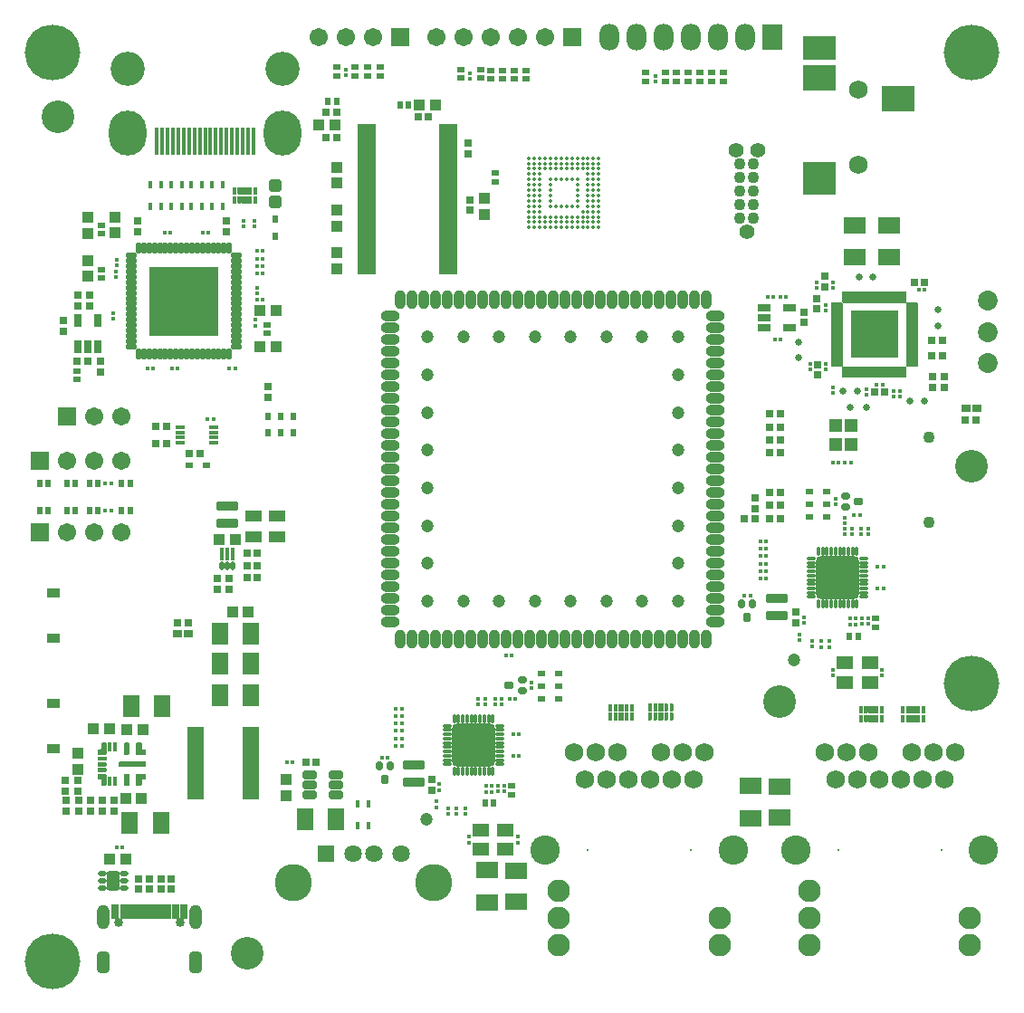
<source format=gts>
G04*
G04 #@! TF.GenerationSoftware,Altium Limited,Altium Designer,18.1.6 (161)*
G04*
G04 Layer_Color=8388736*
%FSTAX24Y24*%
%MOIN*%
G70*
G01*
G75*
%ADD23C,0.0010*%
%ADD31R,0.0335X0.0118*%
%ADD65R,0.0630X0.2680*%
%ADD78R,0.0137X0.0297*%
%ADD79R,0.0500X0.0350*%
%ADD88R,0.0150X0.0150*%
%ADD89R,0.0150X0.0150*%
%ADD90R,0.0660X0.0190*%
%ADD91R,0.0316X0.0277*%
%ADD92R,0.0600X0.0500*%
%ADD93R,0.0237X0.0277*%
%ADD94R,0.0280X0.0220*%
%ADD95R,0.0277X0.0316*%
%ADD96R,0.0395X0.0395*%
%ADD97R,0.0789X0.0592*%
%ADD98R,0.0808X0.0592*%
%ADD99R,0.0277X0.0237*%
%ADD100C,0.0474*%
G04:AMPARAMS|DCode=101|XSize=35.6mil|YSize=78.9mil|CornerRadius=8mil|HoleSize=0mil|Usage=FLASHONLY|Rotation=270.000|XOffset=0mil|YOffset=0mil|HoleType=Round|Shape=RoundedRectangle|*
%AMROUNDEDRECTD101*
21,1,0.0356,0.0629,0,0,270.0*
21,1,0.0196,0.0789,0,0,270.0*
1,1,0.0160,-0.0314,-0.0098*
1,1,0.0160,-0.0314,0.0098*
1,1,0.0160,0.0314,0.0098*
1,1,0.0160,0.0314,-0.0098*
%
%ADD101ROUNDEDRECTD101*%
G04:AMPARAMS|DCode=102|XSize=15.9mil|YSize=35.6mil|CornerRadius=6mil|HoleSize=0mil|Usage=FLASHONLY|Rotation=270.000|XOffset=0mil|YOffset=0mil|HoleType=Round|Shape=RoundedRectangle|*
%AMROUNDEDRECTD102*
21,1,0.0159,0.0236,0,0,270.0*
21,1,0.0039,0.0356,0,0,270.0*
1,1,0.0119,-0.0118,-0.0020*
1,1,0.0119,-0.0118,0.0020*
1,1,0.0119,0.0118,0.0020*
1,1,0.0119,0.0118,-0.0020*
%
%ADD102ROUNDEDRECTD102*%
G04:AMPARAMS|DCode=103|XSize=15.9mil|YSize=35.6mil|CornerRadius=6mil|HoleSize=0mil|Usage=FLASHONLY|Rotation=180.000|XOffset=0mil|YOffset=0mil|HoleType=Round|Shape=RoundedRectangle|*
%AMROUNDEDRECTD103*
21,1,0.0159,0.0236,0,0,180.0*
21,1,0.0039,0.0356,0,0,180.0*
1,1,0.0119,-0.0020,0.0118*
1,1,0.0119,0.0020,0.0118*
1,1,0.0119,0.0020,-0.0118*
1,1,0.0119,-0.0020,-0.0118*
%
%ADD103ROUNDEDRECTD103*%
G04:AMPARAMS|DCode=104|XSize=157.6mil|YSize=157.6mil|CornerRadius=16mil|HoleSize=0mil|Usage=FLASHONLY|Rotation=180.000|XOffset=0mil|YOffset=0mil|HoleType=Round|Shape=RoundedRectangle|*
%AMROUNDEDRECTD104*
21,1,0.1576,0.1257,0,0,180.0*
21,1,0.1257,0.1576,0,0,180.0*
1,1,0.0319,-0.0628,0.0628*
1,1,0.0319,0.0628,0.0628*
1,1,0.0319,0.0628,-0.0628*
1,1,0.0319,-0.0628,-0.0628*
%
%ADD104ROUNDEDRECTD104*%
G04:AMPARAMS|DCode=105|XSize=27.7mil|YSize=31.6mil|CornerRadius=6mil|HoleSize=0mil|Usage=FLASHONLY|Rotation=90.000|XOffset=0mil|YOffset=0mil|HoleType=Round|Shape=RoundedRectangle|*
%AMROUNDEDRECTD105*
21,1,0.0277,0.0197,0,0,90.0*
21,1,0.0157,0.0316,0,0,90.0*
1,1,0.0119,0.0098,0.0079*
1,1,0.0119,0.0098,-0.0079*
1,1,0.0119,-0.0098,-0.0079*
1,1,0.0119,-0.0098,0.0079*
%
%ADD105ROUNDEDRECTD105*%
G04:AMPARAMS|DCode=106|XSize=23.7mil|YSize=31.6mil|CornerRadius=6mil|HoleSize=0mil|Usage=FLASHONLY|Rotation=90.000|XOffset=0mil|YOffset=0mil|HoleType=Round|Shape=RoundedRectangle|*
%AMROUNDEDRECTD106*
21,1,0.0237,0.0197,0,0,90.0*
21,1,0.0118,0.0316,0,0,90.0*
1,1,0.0119,0.0098,0.0059*
1,1,0.0119,0.0098,-0.0059*
1,1,0.0119,-0.0098,-0.0059*
1,1,0.0119,-0.0098,0.0059*
%
%ADD106ROUNDEDRECTD106*%
G04:AMPARAMS|DCode=107|XSize=27.7mil|YSize=31.6mil|CornerRadius=6mil|HoleSize=0mil|Usage=FLASHONLY|Rotation=0.000|XOffset=0mil|YOffset=0mil|HoleType=Round|Shape=RoundedRectangle|*
%AMROUNDEDRECTD107*
21,1,0.0277,0.0197,0,0,0.0*
21,1,0.0157,0.0316,0,0,0.0*
1,1,0.0119,0.0079,-0.0098*
1,1,0.0119,-0.0079,-0.0098*
1,1,0.0119,-0.0079,0.0098*
1,1,0.0119,0.0079,0.0098*
%
%ADD107ROUNDEDRECTD107*%
G04:AMPARAMS|DCode=108|XSize=23.7mil|YSize=31.6mil|CornerRadius=6mil|HoleSize=0mil|Usage=FLASHONLY|Rotation=0.000|XOffset=0mil|YOffset=0mil|HoleType=Round|Shape=RoundedRectangle|*
%AMROUNDEDRECTD108*
21,1,0.0237,0.0197,0,0,0.0*
21,1,0.0118,0.0316,0,0,0.0*
1,1,0.0119,0.0059,-0.0098*
1,1,0.0119,-0.0059,-0.0098*
1,1,0.0119,-0.0059,0.0098*
1,1,0.0119,0.0059,0.0098*
%
%ADD108ROUNDEDRECTD108*%
%ADD109R,0.0277X0.0277*%
%ADD110R,0.0316X0.0277*%
%ADD111C,0.0430*%
%ADD112O,0.0710X0.0395*%
%ADD113O,0.0395X0.0710*%
%ADD114R,0.1190X0.1190*%
%ADD115R,0.1190X0.0950*%
%ADD116R,0.1190X0.0870*%
%ADD117R,0.0450X0.0490*%
%ADD118C,0.0260*%
%ADD119R,0.0420X0.0200*%
%ADD120R,0.0200X0.0420*%
%ADD121R,0.1720X0.1720*%
G04:AMPARAMS|DCode=122|XSize=19.8mil|YSize=31.6mil|CornerRadius=5.9mil|HoleSize=0mil|Usage=FLASHONLY|Rotation=90.000|XOffset=0mil|YOffset=0mil|HoleType=Round|Shape=RoundedRectangle|*
%AMROUNDEDRECTD122*
21,1,0.0198,0.0197,0,0,90.0*
21,1,0.0079,0.0316,0,0,90.0*
1,1,0.0119,0.0099,0.0040*
1,1,0.0119,0.0099,-0.0040*
1,1,0.0119,-0.0099,-0.0040*
1,1,0.0119,-0.0099,0.0040*
%
%ADD122ROUNDEDRECTD122*%
G04:AMPARAMS|DCode=123|XSize=47.4mil|YSize=71mil|CornerRadius=7.9mil|HoleSize=0mil|Usage=FLASHONLY|Rotation=0.000|XOffset=0mil|YOffset=0mil|HoleType=Round|Shape=RoundedRectangle|*
%AMROUNDEDRECTD123*
21,1,0.0474,0.0551,0,0,0.0*
21,1,0.0315,0.0710,0,0,0.0*
1,1,0.0159,0.0157,-0.0276*
1,1,0.0159,-0.0157,-0.0276*
1,1,0.0159,-0.0157,0.0276*
1,1,0.0159,0.0157,0.0276*
%
%ADD123ROUNDEDRECTD123*%
%ADD124R,0.0316X0.0533*%
%ADD125R,0.0198X0.0533*%
%ADD126R,0.0277X0.0316*%
%ADD127R,0.0592X0.0808*%
G04:AMPARAMS|DCode=128|XSize=55.6mil|YSize=30.8mil|CornerRadius=6.9mil|HoleSize=0mil|Usage=FLASHONLY|Rotation=0.000|XOffset=0mil|YOffset=0mil|HoleType=Round|Shape=RoundedRectangle|*
%AMROUNDEDRECTD128*
21,1,0.0556,0.0171,0,0,0.0*
21,1,0.0419,0.0308,0,0,0.0*
1,1,0.0137,0.0210,-0.0086*
1,1,0.0137,-0.0210,-0.0086*
1,1,0.0137,-0.0210,0.0086*
1,1,0.0137,0.0210,0.0086*
%
%ADD128ROUNDEDRECTD128*%
G04:AMPARAMS|DCode=129|XSize=17.8mil|YSize=31.6mil|CornerRadius=6.5mil|HoleSize=0mil|Usage=FLASHONLY|Rotation=0.000|XOffset=0mil|YOffset=0mil|HoleType=Round|Shape=RoundedRectangle|*
%AMROUNDEDRECTD129*
21,1,0.0178,0.0187,0,0,0.0*
21,1,0.0049,0.0316,0,0,0.0*
1,1,0.0129,0.0025,-0.0094*
1,1,0.0129,-0.0025,-0.0094*
1,1,0.0129,-0.0025,0.0094*
1,1,0.0129,0.0025,0.0094*
%
%ADD129ROUNDEDRECTD129*%
%ADD130R,0.0159X0.0474*%
%ADD131R,0.0330X0.0280*%
%ADD132R,0.0395X0.0395*%
%ADD133R,0.0277X0.0277*%
%ADD134R,0.0592X0.0434*%
%ADD135R,0.0474X0.0316*%
%ADD136C,0.1200*%
%ADD137R,0.0316X0.0474*%
%ADD138R,0.0138X0.1044*%
%ADD139C,0.0138*%
G04:AMPARAMS|DCode=140|XSize=41.1mil|YSize=18.6mil|CornerRadius=5.3mil|HoleSize=0mil|Usage=FLASHONLY|Rotation=90.000|XOffset=0mil|YOffset=0mil|HoleType=Round|Shape=RoundedRectangle|*
%AMROUNDEDRECTD140*
21,1,0.0411,0.0080,0,0,90.0*
21,1,0.0304,0.0186,0,0,90.0*
1,1,0.0107,0.0040,0.0152*
1,1,0.0107,0.0040,-0.0152*
1,1,0.0107,-0.0040,-0.0152*
1,1,0.0107,-0.0040,0.0152*
%
%ADD140ROUNDEDRECTD140*%
G04:AMPARAMS|DCode=141|XSize=41.1mil|YSize=18.6mil|CornerRadius=5.3mil|HoleSize=0mil|Usage=FLASHONLY|Rotation=0.000|XOffset=0mil|YOffset=0mil|HoleType=Round|Shape=RoundedRectangle|*
%AMROUNDEDRECTD141*
21,1,0.0411,0.0080,0,0,0.0*
21,1,0.0304,0.0186,0,0,0.0*
1,1,0.0107,0.0152,-0.0040*
1,1,0.0107,-0.0152,-0.0040*
1,1,0.0107,-0.0152,0.0040*
1,1,0.0107,0.0152,0.0040*
%
%ADD141ROUNDEDRECTD141*%
%ADD142R,0.2521X0.2521*%
%ADD143R,0.0220X0.0280*%
G04:AMPARAMS|DCode=144|XSize=47.4mil|YSize=47.4mil|CornerRadius=11.9mil|HoleSize=0mil|Usage=FLASHONLY|Rotation=90.000|XOffset=0mil|YOffset=0mil|HoleType=Round|Shape=RoundedRectangle|*
%AMROUNDEDRECTD144*
21,1,0.0474,0.0236,0,0,90.0*
21,1,0.0236,0.0474,0,0,90.0*
1,1,0.0237,0.0118,0.0118*
1,1,0.0237,0.0118,-0.0118*
1,1,0.0237,-0.0118,-0.0118*
1,1,0.0237,-0.0118,0.0118*
%
%ADD144ROUNDEDRECTD144*%
%ADD145C,0.0680*%
%ADD146C,0.0830*%
%ADD147C,0.1080*%
%ADD148C,0.0080*%
%ADD149R,0.0671X0.0671*%
%ADD150C,0.0671*%
%ADD151C,0.2049*%
%ADD152C,0.0434*%
%ADD153C,0.0552*%
%ADD154C,0.0690*%
G04:AMPARAMS|DCode=155|XSize=78.9mil|YSize=47.4mil|CornerRadius=13.8mil|HoleSize=0mil|Usage=FLASHONLY|Rotation=90.000|XOffset=0mil|YOffset=0mil|HoleType=Round|Shape=RoundedRectangle|*
%AMROUNDEDRECTD155*
21,1,0.0789,0.0197,0,0,90.0*
21,1,0.0512,0.0474,0,0,90.0*
1,1,0.0277,0.0098,0.0256*
1,1,0.0277,0.0098,-0.0256*
1,1,0.0277,-0.0098,-0.0256*
1,1,0.0277,-0.0098,0.0256*
%
%ADD155ROUNDEDRECTD155*%
%ADD156O,0.0474X0.0907*%
%ADD157C,0.0336*%
%ADD158R,0.0642X0.0642*%
%ADD159C,0.0642*%
%ADD160C,0.1370*%
%ADD161C,0.0730*%
%ADD162O,0.1379X0.1655*%
%ADD163C,0.1261*%
%ADD164O,0.0730X0.0980*%
%ADD165R,0.0730X0.0980*%
G36*
X036708Y043065D02*
X036709D01*
X03671Y043064D01*
X036711D01*
X036712Y043064D01*
X036713Y043064D01*
X036714Y043063D01*
X036715Y043062D01*
X036716Y043062D01*
X036716Y043061D01*
X036717Y043061D01*
X036718Y04306D01*
X036719Y043059D01*
X036719Y043059D01*
X03672Y043058D01*
X036721Y043057D01*
X036721Y043056D01*
X036722Y043055D01*
X036723Y043055D01*
X036723Y043053D01*
X036723Y043053D01*
X036724Y043051D01*
Y043051D01*
X036724Y043049D01*
Y043049D01*
X036725Y043048D01*
Y042805D01*
X036724Y042804D01*
Y042803D01*
X036724Y042802D01*
Y042801D01*
X036723Y0428D01*
X036723Y042799D01*
X036723Y042798D01*
X036722Y042798D01*
X036721Y042797D01*
X036721Y042796D01*
X03672Y042795D01*
X036719Y042794D01*
X036719Y042794D01*
X036718Y042793D01*
X036717Y042792D01*
X036716Y042792D01*
X036716Y042791D01*
X036715Y04279D01*
X036714Y04279D01*
X036713Y042789D01*
X036712Y042789D01*
X036711Y042788D01*
X03671D01*
X036709Y042788D01*
X036708D01*
X036707Y042788D01*
X036608D01*
X036607Y042788D01*
X036607D01*
X036605Y042788D01*
X036605D01*
X036603Y042789D01*
X036603Y042789D01*
X036601Y04279D01*
X036601Y04279D01*
X0366Y042791D01*
X036599Y042792D01*
X036598Y042792D01*
X036597Y042793D01*
X036597Y042794D01*
X036596Y042794D01*
X036595Y042795D01*
X036595Y042796D01*
X036594Y042797D01*
X036593Y042798D01*
X036593Y042798D01*
X036592Y042799D01*
X036592Y0428D01*
X036592Y042801D01*
Y042802D01*
X036591Y042803D01*
Y042804D01*
X036591Y042805D01*
Y043048D01*
X036591Y043049D01*
Y043049D01*
X036592Y043051D01*
Y043051D01*
X036592Y043053D01*
X036592Y043053D01*
X036593Y043055D01*
X036593Y043055D01*
X036594Y043056D01*
X036595Y043057D01*
X036595Y043058D01*
X036596Y043059D01*
X036597Y043059D01*
X036597Y04306D01*
X036598Y043061D01*
X036599Y043061D01*
X0366Y043062D01*
X036601Y043062D01*
X036601Y043063D01*
X036603Y043064D01*
X036603Y043064D01*
X036605Y043064D01*
X036605D01*
X036607Y043065D01*
X036607D01*
X036608Y043065D01*
X036707D01*
X036708Y043065D01*
D02*
G37*
G36*
X036511D02*
X036512D01*
X036513Y043064D01*
X036514D01*
X036515Y043064D01*
X036516Y043064D01*
X036517Y043063D01*
X036518Y043062D01*
X036519Y043062D01*
X036519Y043061D01*
X03652Y043061D01*
X036521Y04306D01*
X036522Y043059D01*
X036523Y043059D01*
X036523Y043058D01*
X036524Y043057D01*
X036525Y043056D01*
X036525Y043055D01*
X036526Y043055D01*
X036526Y043053D01*
X036527Y043053D01*
X036527Y043051D01*
Y043051D01*
X036527Y043049D01*
Y043049D01*
X036528Y043048D01*
Y042805D01*
X036527Y042804D01*
Y042803D01*
X036527Y042802D01*
Y042801D01*
X036527Y0428D01*
X036526Y042799D01*
X036526Y042798D01*
X036525Y042798D01*
X036525Y042797D01*
X036524Y042796D01*
X036523Y042795D01*
X036523Y042794D01*
X036522Y042794D01*
X036521Y042793D01*
X03652Y042792D01*
X036519Y042792D01*
X036519Y042791D01*
X036518Y04279D01*
X036517Y04279D01*
X036516Y042789D01*
X036515Y042789D01*
X036514Y042788D01*
X036513D01*
X036512Y042788D01*
X036511D01*
X03651Y042788D01*
X036412D01*
X03641Y042788D01*
X03641D01*
X036408Y042788D01*
X036408D01*
X036407Y042789D01*
X036406Y042789D01*
X036405Y04279D01*
X036404Y04279D01*
X036403Y042791D01*
X036402Y042792D01*
X036401Y042792D01*
X036401Y042793D01*
X0364Y042794D01*
X036399Y042794D01*
X036398Y042795D01*
X036398Y042796D01*
X036397Y042797D01*
X036397Y042798D01*
X036396Y042798D01*
X036395Y042799D01*
X036395Y0428D01*
X036395Y042801D01*
Y042802D01*
X036394Y042803D01*
Y042804D01*
X036394Y042805D01*
Y043048D01*
X036394Y043049D01*
Y043049D01*
X036395Y043051D01*
Y043051D01*
X036395Y043053D01*
X036395Y043053D01*
X036396Y043055D01*
X036397Y043055D01*
X036397Y043056D01*
X036398Y043057D01*
X036398Y043058D01*
X036399Y043059D01*
X0364Y043059D01*
X036401Y04306D01*
X036401Y043061D01*
X036402Y043061D01*
X036403Y043062D01*
X036404Y043062D01*
X036405Y043063D01*
X036406Y043064D01*
X036407Y043064D01*
X036408Y043064D01*
X036408D01*
X03641Y043065D01*
X03641D01*
X036412Y043065D01*
X03651D01*
X036511Y043065D01*
D02*
G37*
G36*
X036354D02*
X036355D01*
X036356Y043064D01*
X036356D01*
X036358Y043064D01*
X036358Y043064D01*
X03636Y043063D01*
X03636Y043062D01*
X036361Y043062D01*
X036362Y043061D01*
X036363Y043061D01*
X036364Y04306D01*
X036364Y043059D01*
X036365Y043059D01*
X036366Y043058D01*
X036366Y043057D01*
X036367Y043056D01*
X036368Y043055D01*
X036368Y043055D01*
X036369Y043053D01*
X036369Y043053D01*
X036369Y043051D01*
Y043051D01*
X03637Y043049D01*
Y043049D01*
X03637Y043048D01*
Y042805D01*
X03637Y042804D01*
Y042803D01*
X036369Y042802D01*
Y042801D01*
X036369Y0428D01*
X036369Y042799D01*
X036368Y042798D01*
X036368Y042798D01*
X036367Y042797D01*
X036366Y042796D01*
X036366Y042795D01*
X036365Y042794D01*
X036364Y042794D01*
X036364Y042793D01*
X036363Y042792D01*
X036362Y042792D01*
X036361Y042791D01*
X03636Y04279D01*
X03636Y04279D01*
X036358Y042789D01*
X036358Y042789D01*
X036356Y042788D01*
X036356D01*
X036355Y042788D01*
X036354D01*
X036353Y042788D01*
X036175D01*
X036174Y042788D01*
X036173D01*
X036172Y042788D01*
X036171D01*
X03617Y042789D01*
X036169Y042789D01*
X036168Y04279D01*
X036168Y04279D01*
X036167Y042791D01*
X036166Y042792D01*
X036165Y042792D01*
X036164Y042793D01*
X036164Y042794D01*
X036163Y042794D01*
X036162Y042795D01*
X036162Y042796D01*
X036161Y042797D01*
X03616Y042798D01*
X03616Y042798D01*
X036159Y042799D01*
X036159Y0428D01*
X036158Y042801D01*
Y042802D01*
X036158Y042803D01*
Y042804D01*
X036158Y042805D01*
Y043048D01*
X036158Y043049D01*
Y043049D01*
X036158Y043051D01*
Y043051D01*
X036159Y043053D01*
X036159Y043053D01*
X03616Y043055D01*
X03616Y043055D01*
X036161Y043056D01*
X036162Y043057D01*
X036162Y043058D01*
X036163Y043059D01*
X036164Y043059D01*
X036164Y04306D01*
X036165Y043061D01*
X036166Y043061D01*
X036167Y043062D01*
X036168Y043062D01*
X036168Y043063D01*
X036169Y043064D01*
X03617Y043064D01*
X036171Y043064D01*
X036172D01*
X036173Y043065D01*
X036174D01*
X036175Y043065D01*
X036353D01*
X036354Y043065D01*
D02*
G37*
G36*
X036118D02*
X036118D01*
X036119Y043064D01*
X03612D01*
X036121Y043064D01*
X036122Y043064D01*
X036123Y043063D01*
X036124Y043062D01*
X036125Y043062D01*
X036126Y043061D01*
X036127Y043061D01*
X036127Y04306D01*
X036128Y043059D01*
X036129Y043059D01*
X03613Y043058D01*
X03613Y043057D01*
X036131Y043056D01*
X036131Y043055D01*
X036132Y043055D01*
X036132Y043053D01*
X036133Y043053D01*
X036133Y043051D01*
Y043051D01*
X036134Y043049D01*
Y043049D01*
X036134Y043048D01*
Y042805D01*
X036134Y042804D01*
Y042803D01*
X036133Y042802D01*
Y042801D01*
X036133Y0428D01*
X036132Y042799D01*
X036132Y042798D01*
X036131Y042798D01*
X036131Y042797D01*
X03613Y042796D01*
X03613Y042795D01*
X036129Y042794D01*
X036128Y042794D01*
X036127Y042793D01*
X036127Y042792D01*
X036126Y042792D01*
X036125Y042791D01*
X036124Y04279D01*
X036123Y04279D01*
X036122Y042789D01*
X036121Y042789D01*
X03612Y042788D01*
X036119D01*
X036118Y042788D01*
X036118D01*
X036116Y042788D01*
X036018D01*
X036017Y042788D01*
X036016D01*
X036015Y042788D01*
X036014D01*
X036013Y042789D01*
X036012Y042789D01*
X036011Y04279D01*
X03601Y04279D01*
X036009Y042791D01*
X036008Y042792D01*
X036008Y042792D01*
X036007Y042793D01*
X036006Y042794D01*
X036005Y042794D01*
X036005Y042795D01*
X036004Y042796D01*
X036003Y042797D01*
X036003Y042798D01*
X036002Y042798D01*
X036002Y042799D01*
X036001Y0428D01*
X036001Y042801D01*
Y042802D01*
X036001Y042803D01*
Y042804D01*
X036Y042805D01*
Y043048D01*
X036001Y043049D01*
Y043049D01*
X036001Y043051D01*
Y043051D01*
X036001Y043053D01*
X036002Y043053D01*
X036002Y043055D01*
X036003Y043055D01*
X036003Y043056D01*
X036004Y043057D01*
X036005Y043058D01*
X036005Y043059D01*
X036006Y043059D01*
X036007Y04306D01*
X036008Y043061D01*
X036008Y043061D01*
X036009Y043062D01*
X03601Y043062D01*
X036011Y043063D01*
X036012Y043064D01*
X036013Y043064D01*
X036014Y043064D01*
X036015D01*
X036016Y043065D01*
X036017D01*
X036018Y043065D01*
X036116D01*
X036118Y043065D01*
D02*
G37*
G36*
X035921D02*
X035921D01*
X035923Y043064D01*
X035923D01*
X035925Y043064D01*
X035925Y043064D01*
X035927Y043063D01*
X035927Y043062D01*
X035928Y043062D01*
X035929Y043061D01*
X03593Y043061D01*
X035931Y04306D01*
X035931Y043059D01*
X035932Y043059D01*
X035933Y043058D01*
X035933Y043057D01*
X035934Y043056D01*
X035934Y043055D01*
X035935Y043055D01*
X035936Y043053D01*
X035936Y043053D01*
X035936Y043051D01*
Y043051D01*
X035937Y043049D01*
Y043049D01*
X035937Y043048D01*
Y042805D01*
X035937Y042804D01*
Y042803D01*
X035936Y042802D01*
Y042801D01*
X035936Y0428D01*
X035936Y042799D01*
X035935Y042798D01*
X035934Y042798D01*
X035934Y042797D01*
X035933Y042796D01*
X035933Y042795D01*
X035932Y042794D01*
X035931Y042794D01*
X035931Y042793D01*
X03593Y042792D01*
X035929Y042792D01*
X035928Y042791D01*
X035927Y04279D01*
X035927Y04279D01*
X035925Y042789D01*
X035925Y042789D01*
X035923Y042788D01*
X035923D01*
X035921Y042788D01*
X035921D01*
X035919Y042788D01*
X035821D01*
X03582Y042788D01*
X035819D01*
X035818Y042788D01*
X035817D01*
X035816Y042789D01*
X035815Y042789D01*
X035814Y04279D01*
X035813Y04279D01*
X035812Y042791D01*
X035812Y042792D01*
X035811Y042792D01*
X03581Y042793D01*
X035809Y042794D01*
X035808Y042794D01*
X035808Y042795D01*
X035807Y042796D01*
X035807Y042797D01*
X035806Y042798D01*
X035805Y042798D01*
X035805Y042799D01*
X035805Y0428D01*
X035804Y042801D01*
Y042802D01*
X035804Y042803D01*
Y042804D01*
X035803Y042805D01*
Y043048D01*
X035804Y043049D01*
Y043049D01*
X035804Y043051D01*
Y043051D01*
X035805Y043053D01*
X035805Y043053D01*
X035805Y043055D01*
X035806Y043055D01*
X035807Y043056D01*
X035807Y043057D01*
X035808Y043058D01*
X035808Y043059D01*
X035809Y043059D01*
X03581Y04306D01*
X035811Y043061D01*
X035812Y043061D01*
X035812Y043062D01*
X035813Y043062D01*
X035814Y043063D01*
X035815Y043064D01*
X035816Y043064D01*
X035817Y043064D01*
X035818D01*
X035819Y043065D01*
X03582D01*
X035821Y043065D01*
X035919D01*
X035921Y043065D01*
D02*
G37*
G36*
X036708Y042736D02*
X036709D01*
X03671Y042736D01*
X036711D01*
X036712Y042735D01*
X036713Y042735D01*
X036714Y042735D01*
X036715Y042734D01*
X036716Y042733D01*
X036716Y042733D01*
X036717Y042732D01*
X036718Y042731D01*
X036719Y042731D01*
X036719Y04273D01*
X03672Y042729D01*
X036721Y042728D01*
X036721Y042727D01*
X036722Y042727D01*
X036723Y042726D01*
X036723Y042725D01*
X036723Y042724D01*
X036724Y042723D01*
Y042722D01*
X036724Y042721D01*
Y04272D01*
X036725Y042719D01*
Y042477D01*
X036724Y042475D01*
Y042475D01*
X036724Y042474D01*
Y042473D01*
X036723Y042472D01*
X036723Y042471D01*
X036723Y04247D01*
X036722Y042469D01*
X036721Y042468D01*
X036721Y042467D01*
X03672Y042466D01*
X036719Y042466D01*
X036719Y042465D01*
X036718Y042464D01*
X036717Y042463D01*
X036716Y042463D01*
X036716Y042462D01*
X036715Y042462D01*
X036714Y042461D01*
X036713Y042461D01*
X036712Y04246D01*
X036711Y04246D01*
X03671D01*
X036709Y042459D01*
X036708D01*
X036707Y042459D01*
X036608D01*
X036607Y042459D01*
X036607D01*
X036605Y04246D01*
X036605D01*
X036603Y04246D01*
X036603Y042461D01*
X036601Y042461D01*
X036601Y042462D01*
X0366Y042462D01*
X036599Y042463D01*
X036598Y042463D01*
X036597Y042464D01*
X036597Y042465D01*
X036596Y042466D01*
X036595Y042466D01*
X036595Y042467D01*
X036594Y042468D01*
X036593Y042469D01*
X036593Y04247D01*
X036592Y042471D01*
X036592Y042472D01*
X036592Y042473D01*
Y042474D01*
X036591Y042475D01*
Y042475D01*
X036591Y042477D01*
Y042719D01*
X036591Y04272D01*
Y042721D01*
X036592Y042722D01*
Y042723D01*
X036592Y042724D01*
X036592Y042725D01*
X036593Y042726D01*
X036593Y042727D01*
X036594Y042727D01*
X036595Y042728D01*
X036595Y042729D01*
X036596Y04273D01*
X036597Y042731D01*
X036597Y042731D01*
X036598Y042732D01*
X036599Y042733D01*
X0366Y042733D01*
X036601Y042734D01*
X036601Y042735D01*
X036603Y042735D01*
X036603Y042735D01*
X036605Y042736D01*
X036605D01*
X036607Y042736D01*
X036607D01*
X036608Y042737D01*
X036707D01*
X036708Y042736D01*
D02*
G37*
G36*
X036511D02*
X036512D01*
X036513Y042736D01*
X036514D01*
X036515Y042735D01*
X036516Y042735D01*
X036517Y042735D01*
X036518Y042734D01*
X036519Y042733D01*
X036519Y042733D01*
X03652Y042732D01*
X036521Y042731D01*
X036522Y042731D01*
X036523Y04273D01*
X036523Y042729D01*
X036524Y042728D01*
X036525Y042727D01*
X036525Y042727D01*
X036526Y042726D01*
X036526Y042725D01*
X036527Y042724D01*
X036527Y042723D01*
Y042722D01*
X036527Y042721D01*
Y04272D01*
X036528Y042719D01*
Y042477D01*
X036527Y042475D01*
Y042475D01*
X036527Y042474D01*
Y042473D01*
X036527Y042472D01*
X036526Y042471D01*
X036526Y04247D01*
X036525Y042469D01*
X036525Y042468D01*
X036524Y042467D01*
X036523Y042466D01*
X036523Y042466D01*
X036522Y042465D01*
X036521Y042464D01*
X03652Y042463D01*
X036519Y042463D01*
X036519Y042462D01*
X036518Y042462D01*
X036517Y042461D01*
X036516Y042461D01*
X036515Y04246D01*
X036514Y04246D01*
X036513D01*
X036512Y042459D01*
X036511D01*
X03651Y042459D01*
X036412D01*
X03641Y042459D01*
X03641D01*
X036408Y04246D01*
X036408D01*
X036407Y04246D01*
X036406Y042461D01*
X036405Y042461D01*
X036404Y042462D01*
X036403Y042462D01*
X036402Y042463D01*
X036401Y042463D01*
X036401Y042464D01*
X0364Y042465D01*
X036399Y042466D01*
X036398Y042466D01*
X036398Y042467D01*
X036397Y042468D01*
X036397Y042469D01*
X036396Y04247D01*
X036395Y042471D01*
X036395Y042472D01*
X036395Y042473D01*
Y042474D01*
X036394Y042475D01*
Y042475D01*
X036394Y042477D01*
Y042719D01*
X036394Y04272D01*
Y042721D01*
X036395Y042722D01*
Y042723D01*
X036395Y042724D01*
X036395Y042725D01*
X036396Y042726D01*
X036397Y042727D01*
X036397Y042727D01*
X036398Y042728D01*
X036398Y042729D01*
X036399Y04273D01*
X0364Y042731D01*
X036401Y042731D01*
X036401Y042732D01*
X036402Y042733D01*
X036403Y042733D01*
X036404Y042734D01*
X036405Y042735D01*
X036406Y042735D01*
X036407Y042735D01*
X036408Y042736D01*
X036408D01*
X03641Y042736D01*
X03641D01*
X036412Y042737D01*
X03651D01*
X036511Y042736D01*
D02*
G37*
G36*
X036354D02*
X036355D01*
X036356Y042736D01*
X036356D01*
X036358Y042735D01*
X036358Y042735D01*
X03636Y042735D01*
X03636Y042734D01*
X036361Y042733D01*
X036362Y042733D01*
X036363Y042732D01*
X036364Y042731D01*
X036364Y042731D01*
X036365Y04273D01*
X036366Y042729D01*
X036366Y042728D01*
X036367Y042727D01*
X036368Y042727D01*
X036368Y042726D01*
X036369Y042725D01*
X036369Y042724D01*
X036369Y042723D01*
Y042722D01*
X03637Y042721D01*
Y04272D01*
X03637Y042719D01*
Y042477D01*
X03637Y042475D01*
Y042475D01*
X036369Y042474D01*
Y042473D01*
X036369Y042472D01*
X036369Y042471D01*
X036368Y04247D01*
X036368Y042469D01*
X036367Y042468D01*
X036366Y042467D01*
X036366Y042466D01*
X036365Y042466D01*
X036364Y042465D01*
X036364Y042464D01*
X036363Y042463D01*
X036362Y042463D01*
X036361Y042462D01*
X03636Y042462D01*
X03636Y042461D01*
X036358Y042461D01*
X036358Y04246D01*
X036356Y04246D01*
X036356D01*
X036355Y042459D01*
X036354D01*
X036353Y042459D01*
X036175D01*
X036174Y042459D01*
X036173D01*
X036172Y04246D01*
X036171D01*
X03617Y04246D01*
X036169Y042461D01*
X036168Y042461D01*
X036168Y042462D01*
X036167Y042462D01*
X036166Y042463D01*
X036165Y042463D01*
X036164Y042464D01*
X036164Y042465D01*
X036163Y042466D01*
X036162Y042466D01*
X036162Y042467D01*
X036161Y042468D01*
X03616Y042469D01*
X03616Y04247D01*
X036159Y042471D01*
X036159Y042472D01*
X036158Y042473D01*
Y042474D01*
X036158Y042475D01*
Y042475D01*
X036158Y042477D01*
Y042719D01*
X036158Y04272D01*
Y042721D01*
X036158Y042722D01*
Y042723D01*
X036159Y042724D01*
X036159Y042725D01*
X03616Y042726D01*
X03616Y042727D01*
X036161Y042727D01*
X036162Y042728D01*
X036162Y042729D01*
X036163Y04273D01*
X036164Y042731D01*
X036164Y042731D01*
X036165Y042732D01*
X036166Y042733D01*
X036167Y042733D01*
X036168Y042734D01*
X036168Y042735D01*
X036169Y042735D01*
X03617Y042735D01*
X036171Y042736D01*
X036172D01*
X036173Y042736D01*
X036174D01*
X036175Y042737D01*
X036353D01*
X036354Y042736D01*
D02*
G37*
G36*
X036118D02*
X036118D01*
X036119Y042736D01*
X03612D01*
X036121Y042735D01*
X036122Y042735D01*
X036123Y042735D01*
X036124Y042734D01*
X036125Y042733D01*
X036126Y042733D01*
X036127Y042732D01*
X036127Y042731D01*
X036128Y042731D01*
X036129Y04273D01*
X03613Y042729D01*
X03613Y042728D01*
X036131Y042727D01*
X036131Y042727D01*
X036132Y042726D01*
X036132Y042725D01*
X036133Y042724D01*
X036133Y042723D01*
Y042722D01*
X036134Y042721D01*
Y04272D01*
X036134Y042719D01*
Y042477D01*
X036134Y042475D01*
Y042475D01*
X036133Y042474D01*
Y042473D01*
X036133Y042472D01*
X036132Y042471D01*
X036132Y04247D01*
X036131Y042469D01*
X036131Y042468D01*
X03613Y042467D01*
X03613Y042466D01*
X036129Y042466D01*
X036128Y042465D01*
X036127Y042464D01*
X036127Y042463D01*
X036126Y042463D01*
X036125Y042462D01*
X036124Y042462D01*
X036123Y042461D01*
X036122Y042461D01*
X036121Y04246D01*
X03612Y04246D01*
X036119D01*
X036118Y042459D01*
X036118D01*
X036116Y042459D01*
X036018D01*
X036017Y042459D01*
X036016D01*
X036015Y04246D01*
X036014D01*
X036013Y04246D01*
X036012Y042461D01*
X036011Y042461D01*
X03601Y042462D01*
X036009Y042462D01*
X036008Y042463D01*
X036008Y042463D01*
X036007Y042464D01*
X036006Y042465D01*
X036005Y042466D01*
X036005Y042466D01*
X036004Y042467D01*
X036003Y042468D01*
X036003Y042469D01*
X036002Y04247D01*
X036002Y042471D01*
X036001Y042472D01*
X036001Y042473D01*
Y042474D01*
X036001Y042475D01*
Y042475D01*
X036Y042477D01*
Y042719D01*
X036001Y04272D01*
Y042721D01*
X036001Y042722D01*
Y042723D01*
X036001Y042724D01*
X036002Y042725D01*
X036002Y042726D01*
X036003Y042727D01*
X036003Y042727D01*
X036004Y042728D01*
X036005Y042729D01*
X036005Y04273D01*
X036006Y042731D01*
X036007Y042731D01*
X036008Y042732D01*
X036008Y042733D01*
X036009Y042733D01*
X03601Y042734D01*
X036011Y042735D01*
X036012Y042735D01*
X036013Y042735D01*
X036014Y042736D01*
X036015D01*
X036016Y042736D01*
X036017D01*
X036018Y042737D01*
X036116D01*
X036118Y042736D01*
D02*
G37*
G36*
X035921D02*
X035921D01*
X035923Y042736D01*
X035923D01*
X035925Y042735D01*
X035925Y042735D01*
X035927Y042735D01*
X035927Y042734D01*
X035928Y042733D01*
X035929Y042733D01*
X03593Y042732D01*
X035931Y042731D01*
X035931Y042731D01*
X035932Y04273D01*
X035933Y042729D01*
X035933Y042728D01*
X035934Y042727D01*
X035934Y042727D01*
X035935Y042726D01*
X035936Y042725D01*
X035936Y042724D01*
X035936Y042723D01*
Y042722D01*
X035937Y042721D01*
Y04272D01*
X035937Y042719D01*
Y042477D01*
X035937Y042475D01*
Y042475D01*
X035936Y042474D01*
Y042473D01*
X035936Y042472D01*
X035936Y042471D01*
X035935Y04247D01*
X035934Y042469D01*
X035934Y042468D01*
X035933Y042467D01*
X035933Y042466D01*
X035932Y042466D01*
X035931Y042465D01*
X035931Y042464D01*
X03593Y042463D01*
X035929Y042463D01*
X035928Y042462D01*
X035927Y042462D01*
X035927Y042461D01*
X035925Y042461D01*
X035925Y04246D01*
X035923Y04246D01*
X035923D01*
X035921Y042459D01*
X035921D01*
X035919Y042459D01*
X035821D01*
X03582Y042459D01*
X035819D01*
X035818Y04246D01*
X035817D01*
X035816Y04246D01*
X035815Y042461D01*
X035814Y042461D01*
X035813Y042462D01*
X035812Y042462D01*
X035812Y042463D01*
X035811Y042463D01*
X03581Y042464D01*
X035809Y042465D01*
X035808Y042466D01*
X035808Y042466D01*
X035807Y042467D01*
X035807Y042468D01*
X035806Y042469D01*
X035805Y04247D01*
X035805Y042471D01*
X035805Y042472D01*
X035804Y042473D01*
Y042474D01*
X035804Y042475D01*
Y042475D01*
X035803Y042477D01*
Y042719D01*
X035804Y04272D01*
Y042721D01*
X035804Y042722D01*
Y042723D01*
X035805Y042724D01*
X035805Y042725D01*
X035805Y042726D01*
X035806Y042727D01*
X035807Y042727D01*
X035807Y042728D01*
X035808Y042729D01*
X035808Y04273D01*
X035809Y042731D01*
X03581Y042731D01*
X035811Y042732D01*
X035812Y042733D01*
X035812Y042733D01*
X035813Y042734D01*
X035814Y042735D01*
X035815Y042735D01*
X035816Y042735D01*
X035817Y042736D01*
X035818D01*
X035819Y042736D01*
X03582D01*
X035821Y042737D01*
X035919D01*
X035921Y042736D01*
D02*
G37*
G36*
X050365Y024036D02*
X050366D01*
X050367Y024036D01*
X050368D01*
X050369Y024035D01*
X05037Y024035D01*
X050371Y024034D01*
X050372Y024034D01*
X050373Y024033D01*
X050374Y024032D01*
X050374Y024032D01*
X050375Y024031D01*
X050376Y024031D01*
X050377Y02403D01*
X050378Y024029D01*
X050378Y024028D01*
X050379Y024027D01*
X050379Y024027D01*
X05038Y024026D01*
X05038Y024025D01*
X050381Y024024D01*
X050381Y024023D01*
Y024022D01*
X050381Y024021D01*
Y02402D01*
X050382Y024019D01*
Y023777D01*
X050381Y023775D01*
Y023775D01*
X050381Y023773D01*
Y023773D01*
X050381Y023771D01*
X05038Y023771D01*
X05038Y023769D01*
X050379Y023769D01*
X050379Y023768D01*
X050378Y023767D01*
X050378Y023766D01*
X050377Y023766D01*
X050376Y023765D01*
X050375Y023764D01*
X050374Y023763D01*
X050374Y023763D01*
X050373Y023762D01*
X050372Y023762D01*
X050371Y023761D01*
X05037Y02376D01*
X050369Y02376D01*
X050368Y02376D01*
X050367D01*
X050366Y023759D01*
X050365D01*
X050364Y023759D01*
X050266D01*
X050265Y023759D01*
X050264D01*
X050263Y02376D01*
X050262D01*
X050261Y02376D01*
X05026Y02376D01*
X050259Y023761D01*
X050258Y023762D01*
X050257Y023762D01*
X050256Y023763D01*
X050256Y023763D01*
X050255Y023764D01*
X050254Y023765D01*
X050253Y023766D01*
X050252Y023766D01*
X050252Y023767D01*
X050251Y023768D01*
X050251Y023769D01*
X05025Y023769D01*
X05025Y023771D01*
X050249Y023771D01*
X050249Y023773D01*
Y023773D01*
X050248Y023775D01*
Y023775D01*
X050248Y023777D01*
Y024019D01*
X050248Y02402D01*
Y024021D01*
X050249Y024022D01*
Y024023D01*
X050249Y024024D01*
X05025Y024025D01*
X05025Y024026D01*
X050251Y024027D01*
X050251Y024027D01*
X050252Y024028D01*
X050252Y024029D01*
X050253Y02403D01*
X050254Y024031D01*
X050255Y024031D01*
X050256Y024032D01*
X050256Y024032D01*
X050257Y024033D01*
X050258Y024034D01*
X050259Y024034D01*
X05026Y024035D01*
X050261Y024035D01*
X050262Y024036D01*
X050263D01*
X050264Y024036D01*
X050265D01*
X050266Y024036D01*
X050364D01*
X050365Y024036D01*
D02*
G37*
G36*
X050208D02*
X050209D01*
X05021Y024036D01*
X050211D01*
X050212Y024035D01*
X050213Y024035D01*
X050214Y024034D01*
X050215Y024034D01*
X050215Y024033D01*
X050216Y024032D01*
X050217Y024032D01*
X050218Y024031D01*
X050219Y024031D01*
X050219Y02403D01*
X05022Y024029D01*
X05022Y024028D01*
X050221Y024027D01*
X050222Y024027D01*
X050222Y024026D01*
X050223Y024025D01*
X050223Y024024D01*
X050224Y024023D01*
Y024022D01*
X050224Y024021D01*
Y02402D01*
X050224Y024019D01*
Y023777D01*
X050224Y023775D01*
Y023775D01*
X050224Y023773D01*
Y023773D01*
X050223Y023771D01*
X050223Y023771D01*
X050222Y023769D01*
X050222Y023769D01*
X050221Y023768D01*
X05022Y023767D01*
X05022Y023766D01*
X050219Y023766D01*
X050219Y023765D01*
X050218Y023764D01*
X050217Y023763D01*
X050216Y023763D01*
X050215Y023762D01*
X050215Y023762D01*
X050214Y023761D01*
X050213Y02376D01*
X050212Y02376D01*
X050211Y02376D01*
X05021D01*
X050209Y023759D01*
X050208D01*
X050207Y023759D01*
X05003D01*
X050028Y023759D01*
X050028D01*
X050026Y02376D01*
X050026D01*
X050024Y02376D01*
X050024Y02376D01*
X050022Y023761D01*
X050022Y023762D01*
X050021Y023762D01*
X05002Y023763D01*
X050019Y023763D01*
X050019Y023764D01*
X050018Y023765D01*
X050017Y023766D01*
X050016Y023766D01*
X050016Y023767D01*
X050015Y023768D01*
X050015Y023769D01*
X050014Y023769D01*
X050013Y023771D01*
X050013Y023771D01*
X050013Y023773D01*
Y023773D01*
X050012Y023775D01*
Y023775D01*
X050012Y023777D01*
Y024019D01*
X050012Y02402D01*
Y024021D01*
X050013Y024022D01*
Y024023D01*
X050013Y024024D01*
X050013Y024025D01*
X050014Y024026D01*
X050015Y024027D01*
X050015Y024027D01*
X050016Y024028D01*
X050016Y024029D01*
X050017Y02403D01*
X050018Y024031D01*
X050019Y024031D01*
X050019Y024032D01*
X05002Y024032D01*
X050021Y024033D01*
X050022Y024034D01*
X050022Y024034D01*
X050024Y024035D01*
X050024Y024035D01*
X050026Y024036D01*
X050026D01*
X050028Y024036D01*
X050028D01*
X05003Y024036D01*
X050207D01*
X050208Y024036D01*
D02*
G37*
G36*
X049972D02*
X049972D01*
X049974Y024036D01*
X049974D01*
X049976Y024035D01*
X049976Y024035D01*
X049978Y024034D01*
X049978Y024034D01*
X049979Y024033D01*
X04998Y024032D01*
X049981Y024032D01*
X049981Y024031D01*
X049982Y024031D01*
X049983Y02403D01*
X049984Y024029D01*
X049984Y024028D01*
X049985Y024027D01*
X049985Y024027D01*
X049986Y024026D01*
X049987Y024025D01*
X049987Y024024D01*
X049987Y024023D01*
Y024022D01*
X049988Y024021D01*
Y02402D01*
X049988Y024019D01*
Y023777D01*
X049988Y023775D01*
Y023775D01*
X049987Y023773D01*
Y023773D01*
X049987Y023771D01*
X049987Y023771D01*
X049986Y023769D01*
X049985Y023769D01*
X049985Y023768D01*
X049984Y023767D01*
X049984Y023766D01*
X049983Y023766D01*
X049982Y023765D01*
X049981Y023764D01*
X049981Y023763D01*
X04998Y023763D01*
X049979Y023762D01*
X049978Y023762D01*
X049978Y023761D01*
X049976Y02376D01*
X049976Y02376D01*
X049974Y02376D01*
X049974D01*
X049972Y023759D01*
X049972D01*
X04997Y023759D01*
X049872D01*
X049871Y023759D01*
X04987D01*
X049869Y02376D01*
X049868D01*
X049867Y02376D01*
X049866Y02376D01*
X049865Y023761D01*
X049864Y023762D01*
X049863Y023762D01*
X049863Y023763D01*
X049862Y023763D01*
X049861Y023764D01*
X04986Y023765D01*
X049859Y023766D01*
X049859Y023766D01*
X049858Y023767D01*
X049857Y023768D01*
X049857Y023769D01*
X049856Y023769D01*
X049856Y023771D01*
X049856Y023771D01*
X049855Y023773D01*
Y023773D01*
X049855Y023775D01*
Y023775D01*
X049854Y023777D01*
Y024019D01*
X049855Y02402D01*
Y024021D01*
X049855Y024022D01*
Y024023D01*
X049856Y024024D01*
X049856Y024025D01*
X049856Y024026D01*
X049857Y024027D01*
X049857Y024027D01*
X049858Y024028D01*
X049859Y024029D01*
X049859Y02403D01*
X04986Y024031D01*
X049861Y024031D01*
X049862Y024032D01*
X049863Y024032D01*
X049863Y024033D01*
X049864Y024034D01*
X049865Y024034D01*
X049866Y024035D01*
X049867Y024035D01*
X049868Y024036D01*
X049869D01*
X04987Y024036D01*
X049871D01*
X049872Y024036D01*
X04997D01*
X049972Y024036D01*
D02*
G37*
G36*
X049775D02*
X049776D01*
X049777Y024036D01*
X049778D01*
X049779Y024035D01*
X04978Y024035D01*
X049781Y024034D01*
X049781Y024034D01*
X049782Y024033D01*
X049783Y024032D01*
X049784Y024032D01*
X049785Y024031D01*
X049785Y024031D01*
X049786Y02403D01*
X049787Y024029D01*
X049787Y024028D01*
X049788Y024027D01*
X049789Y024027D01*
X049789Y024026D01*
X04979Y024025D01*
X04979Y024024D01*
X049791Y024023D01*
Y024022D01*
X049791Y024021D01*
Y02402D01*
X049791Y024019D01*
Y023777D01*
X049791Y023775D01*
Y023775D01*
X049791Y023773D01*
Y023773D01*
X04979Y023771D01*
X04979Y023771D01*
X049789Y023769D01*
X049789Y023769D01*
X049788Y023768D01*
X049787Y023767D01*
X049787Y023766D01*
X049786Y023766D01*
X049785Y023765D01*
X049785Y023764D01*
X049784Y023763D01*
X049783Y023763D01*
X049782Y023762D01*
X049781Y023762D01*
X049781Y023761D01*
X04978Y02376D01*
X049779Y02376D01*
X049778Y02376D01*
X049777D01*
X049776Y023759D01*
X049775D01*
X049774Y023759D01*
X049675D01*
X049674Y023759D01*
X049673D01*
X049672Y02376D01*
X049671D01*
X04967Y02376D01*
X049669Y02376D01*
X049668Y023761D01*
X049667Y023762D01*
X049667Y023762D01*
X049666Y023763D01*
X049665Y023763D01*
X049664Y023764D01*
X049663Y023765D01*
X049663Y023766D01*
X049662Y023766D01*
X049661Y023767D01*
X049661Y023768D01*
X04966Y023769D01*
X049659Y023769D01*
X049659Y023771D01*
X049659Y023771D01*
X049658Y023773D01*
Y023773D01*
X049658Y023775D01*
Y023775D01*
X049657Y023777D01*
Y024019D01*
X049658Y02402D01*
Y024021D01*
X049658Y024022D01*
Y024023D01*
X049659Y024024D01*
X049659Y024025D01*
X049659Y024026D01*
X04966Y024027D01*
X049661Y024027D01*
X049661Y024028D01*
X049662Y024029D01*
X049663Y02403D01*
X049663Y024031D01*
X049664Y024031D01*
X049665Y024032D01*
X049666Y024032D01*
X049667Y024033D01*
X049667Y024034D01*
X049668Y024034D01*
X049669Y024035D01*
X04967Y024035D01*
X049671Y024036D01*
X049672D01*
X049673Y024036D01*
X049674D01*
X049675Y024036D01*
X049774D01*
X049775Y024036D01*
D02*
G37*
G36*
X050365Y023707D02*
X050366D01*
X050367Y023707D01*
X050368D01*
X050369Y023706D01*
X05037Y023706D01*
X050371Y023706D01*
X050372Y023705D01*
X050373Y023705D01*
X050374Y023704D01*
X050374Y023703D01*
X050375Y023703D01*
X050376Y023702D01*
X050377Y023701D01*
X050378Y0237D01*
X050378Y023699D01*
X050379Y023699D01*
X050379Y023698D01*
X05038Y023697D01*
X05038Y023696D01*
X050381Y023695D01*
X050381Y023694D01*
Y023693D01*
X050381Y023692D01*
Y023691D01*
X050382Y02369D01*
Y023448D01*
X050381Y023447D01*
Y023446D01*
X050381Y023445D01*
Y023444D01*
X050381Y023443D01*
X05038Y023442D01*
X05038Y023441D01*
X050379Y02344D01*
X050379Y023439D01*
X050378Y023438D01*
X050378Y023438D01*
X050377Y023437D01*
X050376Y023436D01*
X050375Y023435D01*
X050374Y023434D01*
X050374Y023434D01*
X050373Y023433D01*
X050372Y023433D01*
X050371Y023432D01*
X05037Y023432D01*
X050369Y023431D01*
X050368Y023431D01*
X050367D01*
X050366Y023431D01*
X050365D01*
X050364Y02343D01*
X050266D01*
X050265Y023431D01*
X050264D01*
X050263Y023431D01*
X050262D01*
X050261Y023431D01*
X05026Y023432D01*
X050259Y023432D01*
X050258Y023433D01*
X050257Y023433D01*
X050256Y023434D01*
X050256Y023434D01*
X050255Y023435D01*
X050254Y023436D01*
X050253Y023437D01*
X050252Y023438D01*
X050252Y023438D01*
X050251Y023439D01*
X050251Y02344D01*
X05025Y023441D01*
X05025Y023442D01*
X050249Y023443D01*
X050249Y023444D01*
Y023445D01*
X050248Y023446D01*
Y023447D01*
X050248Y023448D01*
Y02369D01*
X050248Y023691D01*
Y023692D01*
X050249Y023693D01*
Y023694D01*
X050249Y023695D01*
X05025Y023696D01*
X05025Y023697D01*
X050251Y023698D01*
X050251Y023699D01*
X050252Y023699D01*
X050252Y0237D01*
X050253Y023701D01*
X050254Y023702D01*
X050255Y023703D01*
X050256Y023703D01*
X050256Y023704D01*
X050257Y023705D01*
X050258Y023705D01*
X050259Y023706D01*
X05026Y023706D01*
X050261Y023706D01*
X050262Y023707D01*
X050263D01*
X050264Y023707D01*
X050265D01*
X050266Y023708D01*
X050364D01*
X050365Y023707D01*
D02*
G37*
G36*
X050208D02*
X050209D01*
X05021Y023707D01*
X050211D01*
X050212Y023706D01*
X050213Y023706D01*
X050214Y023706D01*
X050215Y023705D01*
X050215Y023705D01*
X050216Y023704D01*
X050217Y023703D01*
X050218Y023703D01*
X050219Y023702D01*
X050219Y023701D01*
X05022Y0237D01*
X05022Y023699D01*
X050221Y023699D01*
X050222Y023698D01*
X050222Y023697D01*
X050223Y023696D01*
X050223Y023695D01*
X050224Y023694D01*
Y023693D01*
X050224Y023692D01*
Y023691D01*
X050224Y02369D01*
Y023448D01*
X050224Y023447D01*
Y023446D01*
X050224Y023445D01*
Y023444D01*
X050223Y023443D01*
X050223Y023442D01*
X050222Y023441D01*
X050222Y02344D01*
X050221Y023439D01*
X05022Y023438D01*
X05022Y023438D01*
X050219Y023437D01*
X050219Y023436D01*
X050218Y023435D01*
X050217Y023434D01*
X050216Y023434D01*
X050215Y023433D01*
X050215Y023433D01*
X050214Y023432D01*
X050213Y023432D01*
X050212Y023431D01*
X050211Y023431D01*
X05021D01*
X050209Y023431D01*
X050208D01*
X050207Y02343D01*
X05003D01*
X050028Y023431D01*
X050028D01*
X050026Y023431D01*
X050026D01*
X050024Y023431D01*
X050024Y023432D01*
X050022Y023432D01*
X050022Y023433D01*
X050021Y023433D01*
X05002Y023434D01*
X050019Y023434D01*
X050019Y023435D01*
X050018Y023436D01*
X050017Y023437D01*
X050016Y023438D01*
X050016Y023438D01*
X050015Y023439D01*
X050015Y02344D01*
X050014Y023441D01*
X050013Y023442D01*
X050013Y023443D01*
X050013Y023444D01*
Y023445D01*
X050012Y023446D01*
Y023447D01*
X050012Y023448D01*
Y02369D01*
X050012Y023691D01*
Y023692D01*
X050013Y023693D01*
Y023694D01*
X050013Y023695D01*
X050013Y023696D01*
X050014Y023697D01*
X050015Y023698D01*
X050015Y023699D01*
X050016Y023699D01*
X050016Y0237D01*
X050017Y023701D01*
X050018Y023702D01*
X050019Y023703D01*
X050019Y023703D01*
X05002Y023704D01*
X050021Y023705D01*
X050022Y023705D01*
X050022Y023706D01*
X050024Y023706D01*
X050024Y023706D01*
X050026Y023707D01*
X050026D01*
X050028Y023707D01*
X050028D01*
X05003Y023708D01*
X050207D01*
X050208Y023707D01*
D02*
G37*
G36*
X049972D02*
X049972D01*
X049974Y023707D01*
X049974D01*
X049976Y023706D01*
X049976Y023706D01*
X049978Y023706D01*
X049978Y023705D01*
X049979Y023705D01*
X04998Y023704D01*
X049981Y023703D01*
X049981Y023703D01*
X049982Y023702D01*
X049983Y023701D01*
X049984Y0237D01*
X049984Y023699D01*
X049985Y023699D01*
X049985Y023698D01*
X049986Y023697D01*
X049987Y023696D01*
X049987Y023695D01*
X049987Y023694D01*
Y023693D01*
X049988Y023692D01*
Y023691D01*
X049988Y02369D01*
Y023448D01*
X049988Y023447D01*
Y023446D01*
X049987Y023445D01*
Y023444D01*
X049987Y023443D01*
X049987Y023442D01*
X049986Y023441D01*
X049985Y02344D01*
X049985Y023439D01*
X049984Y023438D01*
X049984Y023438D01*
X049983Y023437D01*
X049982Y023436D01*
X049981Y023435D01*
X049981Y023434D01*
X04998Y023434D01*
X049979Y023433D01*
X049978Y023433D01*
X049978Y023432D01*
X049976Y023432D01*
X049976Y023431D01*
X049974Y023431D01*
X049974D01*
X049972Y023431D01*
X049972D01*
X04997Y02343D01*
X049872D01*
X049871Y023431D01*
X04987D01*
X049869Y023431D01*
X049868D01*
X049867Y023431D01*
X049866Y023432D01*
X049865Y023432D01*
X049864Y023433D01*
X049863Y023433D01*
X049863Y023434D01*
X049862Y023434D01*
X049861Y023435D01*
X04986Y023436D01*
X049859Y023437D01*
X049859Y023438D01*
X049858Y023438D01*
X049857Y023439D01*
X049857Y02344D01*
X049856Y023441D01*
X049856Y023442D01*
X049856Y023443D01*
X049855Y023444D01*
Y023445D01*
X049855Y023446D01*
Y023447D01*
X049854Y023448D01*
Y02369D01*
X049855Y023691D01*
Y023692D01*
X049855Y023693D01*
Y023694D01*
X049856Y023695D01*
X049856Y023696D01*
X049856Y023697D01*
X049857Y023698D01*
X049857Y023699D01*
X049858Y023699D01*
X049859Y0237D01*
X049859Y023701D01*
X04986Y023702D01*
X049861Y023703D01*
X049862Y023703D01*
X049863Y023704D01*
X049863Y023705D01*
X049864Y023705D01*
X049865Y023706D01*
X049866Y023706D01*
X049867Y023706D01*
X049868Y023707D01*
X049869D01*
X04987Y023707D01*
X049871D01*
X049872Y023708D01*
X04997D01*
X049972Y023707D01*
D02*
G37*
G36*
X049775D02*
X049776D01*
X049777Y023707D01*
X049778D01*
X049779Y023706D01*
X04978Y023706D01*
X049781Y023706D01*
X049781Y023705D01*
X049782Y023705D01*
X049783Y023704D01*
X049784Y023703D01*
X049785Y023703D01*
X049785Y023702D01*
X049786Y023701D01*
X049787Y0237D01*
X049787Y023699D01*
X049788Y023699D01*
X049789Y023698D01*
X049789Y023697D01*
X04979Y023696D01*
X04979Y023695D01*
X049791Y023694D01*
Y023693D01*
X049791Y023692D01*
Y023691D01*
X049791Y02369D01*
Y023448D01*
X049791Y023447D01*
Y023446D01*
X049791Y023445D01*
Y023444D01*
X04979Y023443D01*
X04979Y023442D01*
X049789Y023441D01*
X049789Y02344D01*
X049788Y023439D01*
X049787Y023438D01*
X049787Y023438D01*
X049786Y023437D01*
X049785Y023436D01*
X049785Y023435D01*
X049784Y023434D01*
X049783Y023434D01*
X049782Y023433D01*
X049781Y023433D01*
X049781Y023432D01*
X04978Y023432D01*
X049779Y023431D01*
X049778Y023431D01*
X049777D01*
X049776Y023431D01*
X049775D01*
X049774Y02343D01*
X049675D01*
X049674Y023431D01*
X049673D01*
X049672Y023431D01*
X049671D01*
X04967Y023431D01*
X049669Y023432D01*
X049668Y023432D01*
X049667Y023433D01*
X049667Y023433D01*
X049666Y023434D01*
X049665Y023434D01*
X049664Y023435D01*
X049663Y023436D01*
X049663Y023437D01*
X049662Y023438D01*
X049661Y023438D01*
X049661Y023439D01*
X04966Y02344D01*
X049659Y023441D01*
X049659Y023442D01*
X049659Y023443D01*
X049658Y023444D01*
Y023445D01*
X049658Y023446D01*
Y023447D01*
X049657Y023448D01*
Y02369D01*
X049658Y023691D01*
Y023692D01*
X049658Y023693D01*
Y023694D01*
X049659Y023695D01*
X049659Y023696D01*
X049659Y023697D01*
X04966Y023698D01*
X049661Y023699D01*
X049661Y023699D01*
X049662Y0237D01*
X049663Y023701D01*
X049663Y023702D01*
X049664Y023703D01*
X049665Y023703D01*
X049666Y023704D01*
X049667Y023705D01*
X049667Y023705D01*
X049668Y023706D01*
X049669Y023706D01*
X04967Y023706D01*
X049671Y023707D01*
X049672D01*
X049673Y023707D01*
X049674D01*
X049675Y023708D01*
X049774D01*
X049775Y023707D01*
D02*
G37*
G36*
X031535Y022606D02*
X031537Y022606D01*
X031539Y022605D01*
X03154Y022605D01*
X031542Y022604D01*
X031544Y022603D01*
X031545Y022602D01*
X031547Y022601D01*
X031549Y0226D01*
X03155Y022599D01*
X031551Y022598D01*
X031553Y022597D01*
X031554Y022596D01*
X031555Y022594D01*
X031556Y022593D01*
X031557Y022591D01*
X031558Y02259D01*
X031559Y022588D01*
X03156Y022587D01*
X031561Y022585D01*
X031561Y022583D01*
X031562Y022581D01*
X031562Y02258D01*
X031563Y022578D01*
X031563Y022576D01*
X031563Y022574D01*
X031563Y022572D01*
X031563Y022571D01*
X031563Y022569D01*
X031563Y022567D01*
Y022315D01*
X031563Y022313D01*
X031563Y022311D01*
X031563Y022309D01*
X031563Y022308D01*
X031563Y022306D01*
X031563Y022304D01*
X031562Y022302D01*
X031562Y0223D01*
X031561Y022299D01*
X031561Y022297D01*
X03156Y022295D01*
X031559Y022294D01*
X031558Y022292D01*
X031557Y022291D01*
X031556Y022289D01*
X031555Y022288D01*
X031554Y022286D01*
X031553Y022285D01*
X031551Y022284D01*
X03155Y022283D01*
X031549Y022282D01*
X031547Y022281D01*
X031545Y02228D01*
X031544Y022279D01*
X031542Y022278D01*
X03154Y022277D01*
X031539Y022277D01*
X031537Y022276D01*
X031535Y022276D01*
X031533Y022276D01*
X031439D01*
X031437Y022276D01*
X031435Y022276D01*
X031434Y022277D01*
X031432Y022277D01*
X03143Y022278D01*
X031429Y022279D01*
X031427Y02228D01*
X031425Y022281D01*
X031424Y022282D01*
X031422Y022283D01*
X031421Y022284D01*
X03142Y022285D01*
X031418Y022286D01*
X031417Y022288D01*
X031416Y022289D01*
X031415Y022291D01*
X031414Y022292D01*
X031413Y022294D01*
X031412Y022295D01*
X031412Y022297D01*
X031411Y022299D01*
X03141Y0223D01*
X03141Y022302D01*
X03141Y022304D01*
X031409Y022306D01*
X031409Y022308D01*
X031409Y022309D01*
X031409Y022311D01*
X031409Y022313D01*
X031409Y022315D01*
Y022567D01*
X031409Y022569D01*
X031409Y022571D01*
X031409Y022572D01*
X031409Y022574D01*
X031409Y022576D01*
X03141Y022578D01*
X03141Y02258D01*
X03141Y022581D01*
X031411Y022583D01*
X031412Y022585D01*
X031412Y022587D01*
X031413Y022588D01*
X031414Y02259D01*
X031415Y022591D01*
X031416Y022593D01*
X031417Y022594D01*
X031418Y022596D01*
X03142Y022597D01*
X031421Y022598D01*
X031422Y022599D01*
X031424Y0226D01*
X031425Y022601D01*
X031427Y022602D01*
X031429Y022603D01*
X03143Y022604D01*
X031432Y022605D01*
X031434Y022605D01*
X031435Y022606D01*
X031437Y022606D01*
X031439Y022606D01*
X031533D01*
X031535Y022606D01*
D02*
G37*
G36*
X031338D02*
X03134Y022606D01*
X031342Y022605D01*
X031344Y022605D01*
X031345Y022604D01*
X031347Y022603D01*
X031349Y022602D01*
X03135Y022601D01*
X031352Y0226D01*
X031353Y022599D01*
X031355Y022598D01*
X031356Y022597D01*
X031357Y022596D01*
X031358Y022594D01*
X031359Y022593D01*
X031361Y022591D01*
X031362Y02259D01*
X031362Y022588D01*
X031363Y022587D01*
X031364Y022585D01*
X031365Y022583D01*
X031365Y022581D01*
X031366Y02258D01*
X031366Y022578D01*
X031366Y022576D01*
X031366Y022574D01*
X031366Y022572D01*
X031366Y022571D01*
X031366Y022569D01*
X031366Y022567D01*
Y022315D01*
X031366Y022313D01*
X031366Y022311D01*
X031366Y022309D01*
X031366Y022308D01*
X031366Y022306D01*
X031366Y022304D01*
X031366Y022302D01*
X031365Y0223D01*
X031365Y022299D01*
X031364Y022297D01*
X031363Y022295D01*
X031362Y022294D01*
X031362Y022292D01*
X031361Y022291D01*
X031359Y022289D01*
X031358Y022288D01*
X031357Y022286D01*
X031356Y022285D01*
X031355Y022284D01*
X031353Y022283D01*
X031352Y022282D01*
X03135Y022281D01*
X031349Y02228D01*
X031347Y022279D01*
X031345Y022278D01*
X031344Y022277D01*
X031342Y022277D01*
X03134Y022276D01*
X031338Y022276D01*
X031337Y022276D01*
X031242D01*
X03124Y022276D01*
X031239Y022276D01*
X031237Y022277D01*
X031235Y022277D01*
X031233Y022278D01*
X031232Y022279D01*
X03123Y02228D01*
X031229Y022281D01*
X031227Y022282D01*
X031226Y022283D01*
X031224Y022284D01*
X031223Y022285D01*
X031222Y022286D01*
X03122Y022288D01*
X031219Y022289D01*
X031218Y022291D01*
X031217Y022292D01*
X031216Y022294D01*
X031216Y022295D01*
X031215Y022297D01*
X031214Y022299D01*
X031214Y0223D01*
X031213Y022302D01*
X031213Y022304D01*
X031213Y022306D01*
X031212Y022308D01*
X031212Y022309D01*
X031212Y022311D01*
X031212Y022313D01*
X031213Y022315D01*
Y022567D01*
X031212Y022569D01*
X031212Y022571D01*
X031212Y022572D01*
X031212Y022574D01*
X031213Y022576D01*
X031213Y022578D01*
X031213Y02258D01*
X031214Y022581D01*
X031214Y022583D01*
X031215Y022585D01*
X031216Y022587D01*
X031216Y022588D01*
X031217Y02259D01*
X031218Y022591D01*
X031219Y022593D01*
X03122Y022594D01*
X031222Y022596D01*
X031223Y022597D01*
X031224Y022598D01*
X031226Y022599D01*
X031227Y0226D01*
X031229Y022601D01*
X03123Y022602D01*
X031232Y022603D01*
X031233Y022604D01*
X031235Y022605D01*
X031237Y022605D01*
X031239Y022606D01*
X03124Y022606D01*
X031242Y022606D01*
X031337D01*
X031338Y022606D01*
D02*
G37*
G36*
X032431Y022606D02*
X032433Y022606D01*
X032435Y022606D01*
X032437Y022605D01*
X032439Y022605D01*
X032441Y022604D01*
X032443Y022604D01*
X032445Y022603D01*
X032447Y022602D01*
X032449Y022601D01*
X032451Y0226D01*
X032452Y022599D01*
X032454Y022598D01*
X032455Y022596D01*
X032457Y022595D01*
X032458Y022593D01*
X03246Y022592D01*
X032461Y02259D01*
X032462Y022588D01*
X032463Y022587D01*
X032464Y022585D01*
X032465Y022583D01*
X032466Y022581D01*
X032467Y022579D01*
X032467Y022577D01*
X032468Y022575D01*
X032468Y022573D01*
X032468Y022571D01*
X032468Y022569D01*
X032469Y022567D01*
Y02239D01*
X032469Y022389D01*
X032469Y022388D01*
X032469Y022387D01*
X032469Y022386D01*
X032469Y022385D01*
X032469Y022384D01*
X03247Y022383D01*
X03247Y022382D01*
X032471Y022381D01*
X032471Y02238D01*
X032472Y022379D01*
X032472Y022378D01*
X032473Y022377D01*
X032474Y022377D01*
X032474Y022376D01*
X032475Y022375D01*
X032476Y022374D01*
X032477Y022374D01*
X032477Y022373D01*
X032478Y022373D01*
X032479Y022372D01*
X03248Y022372D01*
X032481Y022371D01*
X032482Y022371D01*
X032483Y022371D01*
X032484Y022371D01*
X032485Y02237D01*
X032486Y02237D01*
X032487Y02237D01*
X032488Y02237D01*
X032587D01*
X032589Y02237D01*
X032591Y02237D01*
X032593Y02237D01*
X032595Y022369D01*
X032597Y022369D01*
X032599Y022368D01*
X032601Y022367D01*
X032603Y022367D01*
X032604Y022366D01*
X032606Y022365D01*
X032608Y022364D01*
X03261Y022363D01*
X032611Y022361D01*
X032613Y02236D01*
X032614Y022359D01*
X032616Y022357D01*
X032617Y022355D01*
X032618Y022354D01*
X03262Y022352D01*
X032621Y02235D01*
X032622Y022349D01*
X032623Y022347D01*
X032623Y022345D01*
X032624Y022343D01*
X032625Y022341D01*
X032625Y022339D01*
X032626Y022337D01*
X032626Y022335D01*
X032626Y022333D01*
X032626Y022331D01*
Y022197D01*
X032626Y022195D01*
X032626Y022193D01*
X032626Y022191D01*
X032625Y022189D01*
X032625Y022187D01*
X032624Y022185D01*
X032623Y022183D01*
X032623Y022181D01*
X032622Y022179D01*
X032621Y022177D01*
X03262Y022175D01*
X032618Y022174D01*
X032617Y022172D01*
X032616Y022171D01*
X032614Y022169D01*
X032613Y022168D01*
X032611Y022166D01*
X03261Y022165D01*
X032608Y022164D01*
X032606Y022163D01*
X032604Y022162D01*
X032603Y022161D01*
X032601Y02216D01*
X032599Y022159D01*
X032597Y022159D01*
X032595Y022158D01*
X032593Y022158D01*
X032591Y022158D01*
X032589Y022158D01*
X032587Y022157D01*
X032295D01*
X032293Y022158D01*
X032291Y022158D01*
X032289Y022158D01*
X032287Y022158D01*
X032285Y022159D01*
X032283Y022159D01*
X032281Y02216D01*
X032279Y022161D01*
X032277Y022162D01*
X032276Y022163D01*
X032274Y022164D01*
X032272Y022165D01*
X032271Y022166D01*
X032269Y022168D01*
X032267Y022169D01*
X032266Y022171D01*
X032265Y022172D01*
X032263Y022174D01*
X032262Y022175D01*
X032261Y022177D01*
X03226Y022179D01*
X032259Y022181D01*
X032259Y022183D01*
X032258Y022185D01*
X032257Y022187D01*
X032257Y022189D01*
X032256Y022191D01*
X032256Y022193D01*
X032256Y022195D01*
X032256Y022197D01*
Y022567D01*
X032256Y022569D01*
X032256Y022571D01*
X032256Y022573D01*
X032257Y022575D01*
X032257Y022577D01*
X032258Y022579D01*
X032259Y022581D01*
X032259Y022583D01*
X03226Y022585D01*
X032261Y022587D01*
X032262Y022588D01*
X032263Y02259D01*
X032265Y022592D01*
X032266Y022593D01*
X032267Y022595D01*
X032269Y022596D01*
X032271Y022598D01*
X032272Y022599D01*
X032274Y0226D01*
X032276Y022601D01*
X032277Y022602D01*
X032279Y022603D01*
X032281Y022604D01*
X032283Y022604D01*
X032285Y022605D01*
X032287Y022605D01*
X032289Y022606D01*
X032291Y022606D01*
X032293Y022606D01*
X032295Y022606D01*
X032429D01*
X032431Y022606D01*
D02*
G37*
G36*
X03196Y022606D02*
X031963Y022606D01*
X031966Y022606D01*
X031969Y022605D01*
X031972Y022604D01*
X031975Y022603D01*
X031978Y022602D01*
X031981Y022601D01*
X031983Y0226D01*
X031986Y022598D01*
X031989Y022597D01*
X031991Y022595D01*
X031994Y022593D01*
X031996Y022591D01*
X031998Y022589D01*
X032001Y022587D01*
X032003Y022584D01*
X032004Y022582D01*
X032006Y022579D01*
X032008Y022577D01*
X032009Y022574D01*
X032011Y022571D01*
X032012Y022568D01*
X032013Y022565D01*
X032014Y022563D01*
X032014Y02256D01*
X032015Y022556D01*
X032015Y022553D01*
X032016Y02255D01*
X032016Y022547D01*
Y022217D01*
X032016Y022213D01*
X032015Y02221D01*
X032015Y022207D01*
X032014Y022204D01*
X032014Y022201D01*
X032013Y022198D01*
X032012Y022195D01*
X032011Y022193D01*
X032009Y02219D01*
X032008Y022187D01*
X032006Y022184D01*
X032004Y022182D01*
X032003Y022179D01*
X032001Y022177D01*
X031998Y022175D01*
X031996Y022173D01*
X031994Y022171D01*
X031991Y022169D01*
X031989Y022167D01*
X031986Y022165D01*
X031983Y022164D01*
X031981Y022163D01*
X031978Y022161D01*
X031975Y02216D01*
X031972Y022159D01*
X031969Y022159D01*
X031966Y022158D01*
X031963Y022158D01*
X03196Y022158D01*
X031957Y022157D01*
X031862D01*
X031859Y022158D01*
X031856Y022158D01*
X031853Y022158D01*
X03185Y022159D01*
X031847Y022159D01*
X031844Y02216D01*
X031841Y022161D01*
X031838Y022163D01*
X031835Y022164D01*
X031833Y022165D01*
X03183Y022167D01*
X031827Y022169D01*
X031825Y022171D01*
X031823Y022173D01*
X03182Y022175D01*
X031818Y022177D01*
X031816Y022179D01*
X031814Y022182D01*
X031813Y022184D01*
X031811Y022187D01*
X03181Y02219D01*
X031808Y022193D01*
X031807Y022195D01*
X031806Y022198D01*
X031805Y022201D01*
X031804Y022204D01*
X031804Y022207D01*
X031803Y02221D01*
X031803Y022213D01*
X031803Y022217D01*
Y022547D01*
X031803Y02255D01*
X031803Y022553D01*
X031804Y022556D01*
X031804Y02256D01*
X031805Y022563D01*
X031806Y022565D01*
X031807Y022568D01*
X031808Y022571D01*
X03181Y022574D01*
X031811Y022577D01*
X031813Y022579D01*
X031814Y022582D01*
X031816Y022584D01*
X031818Y022587D01*
X03182Y022589D01*
X031823Y022591D01*
X031825Y022593D01*
X031827Y022595D01*
X03183Y022597D01*
X031833Y022598D01*
X031835Y0226D01*
X031838Y022601D01*
X031841Y022602D01*
X031844Y022603D01*
X031847Y022604D01*
X03185Y022605D01*
X031853Y022606D01*
X031856Y022606D01*
X031859Y022606D01*
X031862Y022606D01*
X031957D01*
X03196Y022606D01*
D02*
G37*
G36*
X031132Y022606D02*
X031134Y022606D01*
X031136Y022606D01*
X031138Y022605D01*
X03114Y022605D01*
X031142Y022604D01*
X031144Y022604D01*
X031146Y022603D01*
X031148Y022602D01*
X03115Y022601D01*
X031151Y0226D01*
X031153Y022599D01*
X031155Y022598D01*
X031156Y022596D01*
X031158Y022595D01*
X031159Y022593D01*
X031161Y022592D01*
X031162Y02259D01*
X031163Y022588D01*
X031164Y022587D01*
X031165Y022585D01*
X031166Y022583D01*
X031167Y022581D01*
X031167Y022579D01*
X031168Y022577D01*
X031168Y022575D01*
X031169Y022573D01*
X031169Y022571D01*
X031169Y022569D01*
X031169Y022567D01*
Y022197D01*
X031169Y022195D01*
X031169Y022193D01*
X031169Y022191D01*
X031168Y022189D01*
X031168Y022187D01*
X031167Y022185D01*
X031167Y022183D01*
X031166Y022181D01*
X031165Y022179D01*
X031164Y022177D01*
X031163Y022175D01*
X031162Y022174D01*
X031161Y022172D01*
X031159Y022171D01*
X031158Y022169D01*
X031156Y022168D01*
X031155Y022166D01*
X031153Y022165D01*
X031151Y022164D01*
X03115Y022163D01*
X031148Y022162D01*
X031146Y022161D01*
X031144Y02216D01*
X031142Y022159D01*
X03114Y022159D01*
X031138Y022158D01*
X031136Y022158D01*
X031134Y022158D01*
X031132Y022158D01*
X03113Y022157D01*
X030878D01*
X030876Y022158D01*
X030874Y022158D01*
X030872Y022158D01*
X03087Y022158D01*
X030868Y022159D01*
X030866Y022159D01*
X030864Y02216D01*
X030862Y022161D01*
X03086Y022162D01*
X030858Y022163D01*
X030857Y022164D01*
X030855Y022165D01*
X030853Y022166D01*
X030852Y022168D01*
X03085Y022169D01*
X030849Y022171D01*
X030847Y022172D01*
X030846Y022174D01*
X030845Y022175D01*
X030844Y022177D01*
X030843Y022179D01*
X030842Y022181D01*
X030841Y022183D01*
X030841Y022185D01*
X03084Y022187D01*
X030839Y022189D01*
X030839Y022191D01*
X030839Y022193D01*
X030839Y022195D01*
X030839Y022197D01*
Y022331D01*
X030839Y022333D01*
X030839Y022335D01*
X030839Y022337D01*
X030839Y022339D01*
X03084Y022341D01*
X030841Y022343D01*
X030841Y022345D01*
X030842Y022347D01*
X030843Y022349D01*
X030844Y02235D01*
X030845Y022352D01*
X030846Y022354D01*
X030847Y022355D01*
X030849Y022357D01*
X03085Y022359D01*
X030852Y02236D01*
X030853Y022361D01*
X030855Y022363D01*
X030857Y022364D01*
X030858Y022365D01*
X03086Y022366D01*
X030862Y022367D01*
X030864Y022367D01*
X030866Y022368D01*
X030868Y022369D01*
X03087Y022369D01*
X030872Y02237D01*
X030874Y02237D01*
X030876Y02237D01*
X030878Y02237D01*
X030957D01*
X030958Y02237D01*
X030959Y02237D01*
X03096Y02237D01*
X030961Y022371D01*
X030962Y022371D01*
X030963Y022371D01*
X030964Y022371D01*
X030965Y022372D01*
X030966Y022372D01*
X030967Y022373D01*
X030967Y022373D01*
X030968Y022374D01*
X030969Y022374D01*
X03097Y022375D01*
X030971Y022376D01*
X030971Y022377D01*
X030972Y022377D01*
X030973Y022378D01*
X030973Y022379D01*
X030974Y02238D01*
X030974Y022381D01*
X030975Y022382D01*
X030975Y022383D01*
X030975Y022384D01*
X030976Y022385D01*
X030976Y022386D01*
X030976Y022387D01*
X030976Y022388D01*
X030976Y022389D01*
X030976Y02239D01*
Y022567D01*
X030976Y022569D01*
X030977Y022571D01*
X030977Y022573D01*
X030977Y022575D01*
X030978Y022577D01*
X030978Y022579D01*
X030979Y022581D01*
X03098Y022583D01*
X030981Y022585D01*
X030982Y022587D01*
X030983Y022588D01*
X030984Y02259D01*
X030985Y022592D01*
X030986Y022593D01*
X030988Y022595D01*
X030989Y022596D01*
X030991Y022598D01*
X030993Y022599D01*
X030994Y0226D01*
X030996Y022601D01*
X030998Y022602D01*
X031Y022603D01*
X031002Y022604D01*
X031004Y022604D01*
X031006Y022605D01*
X031008Y022605D01*
X03101Y022606D01*
X031012Y022606D01*
X031014Y022606D01*
X031016Y022606D01*
X03113D01*
X031132Y022606D01*
D02*
G37*
G36*
X031137Y022095D02*
X031139Y022095D01*
X031141Y022094D01*
X031143Y022094D01*
X031144Y022093D01*
X031146Y022093D01*
X031148Y022092D01*
X03115Y022092D01*
X031151Y022091D01*
X031153Y02209D01*
X031154Y022089D01*
X031156Y022088D01*
X031157Y022087D01*
X031159Y022085D01*
X03116Y022084D01*
X031161Y022083D01*
X031162Y022081D01*
X031163Y02208D01*
X031164Y022078D01*
X031165Y022077D01*
X031166Y022075D01*
X031167Y022074D01*
X031168Y022072D01*
X031168Y02207D01*
X031169Y022068D01*
X031169Y022067D01*
X031169Y022065D01*
Y02197D01*
X031169Y021969D01*
X031169Y021967D01*
X031168Y021965D01*
X031168Y021963D01*
X031167Y021962D01*
X031166Y02196D01*
X031165Y021959D01*
X031164Y021957D01*
X031163Y021955D01*
X031162Y021954D01*
X031161Y021953D01*
X03116Y021951D01*
X031159Y02195D01*
X031157Y021949D01*
X031156Y021948D01*
X031154Y021947D01*
X031153Y021946D01*
X031151Y021945D01*
X03115Y021944D01*
X031148Y021943D01*
X031146Y021942D01*
X031144Y021942D01*
X031143Y021941D01*
X031141Y021941D01*
X031139Y021941D01*
X031137Y021941D01*
X031135Y021941D01*
X031134Y021941D01*
X031132Y021941D01*
X03113Y021941D01*
X030878D01*
X030876Y021941D01*
X030874Y021941D01*
X030872Y021941D01*
X030871Y021941D01*
X030869Y021941D01*
X030867Y021941D01*
X030865Y021941D01*
X030863Y021942D01*
X030862Y021942D01*
X03086Y021943D01*
X030858Y021944D01*
X030857Y021945D01*
X030855Y021946D01*
X030854Y021947D01*
X030852Y021948D01*
X030851Y021949D01*
X030849Y02195D01*
X030848Y021951D01*
X030847Y021953D01*
X030846Y021954D01*
X030845Y021955D01*
X030844Y021957D01*
X030843Y021959D01*
X030842Y02196D01*
X030841Y021962D01*
X03084Y021963D01*
X03084Y021965D01*
X030839Y021967D01*
X030839Y021969D01*
X030839Y02197D01*
Y022065D01*
X030839Y022067D01*
X030839Y022068D01*
X03084Y02207D01*
X03084Y022072D01*
X030841Y022074D01*
X030842Y022075D01*
X030843Y022077D01*
X030844Y022078D01*
X030845Y02208D01*
X030846Y022081D01*
X030847Y022083D01*
X030848Y022084D01*
X030849Y022085D01*
X030851Y022087D01*
X030852Y022088D01*
X030854Y022089D01*
X030855Y02209D01*
X030857Y022091D01*
X030858Y022092D01*
X03086Y022092D01*
X030862Y022093D01*
X030863Y022093D01*
X030865Y022094D01*
X030867Y022094D01*
X030869Y022095D01*
X030871Y022095D01*
X030872Y022095D01*
X030874Y022095D01*
X030876Y022095D01*
X030878Y022094D01*
X03113D01*
X031132Y022095D01*
X031134Y022095D01*
X031135Y022095D01*
X031137Y022095D01*
D02*
G37*
G36*
X031132Y021898D02*
X031134Y021897D01*
X031136Y021897D01*
X031138Y021897D01*
X03114Y021896D01*
X031142Y021896D01*
X031144Y021895D01*
X031146Y021894D01*
X031148Y021893D01*
X03115Y021892D01*
X031151Y021891D01*
X031153Y02189D01*
X031155Y021889D01*
X031156Y021888D01*
X031158Y021886D01*
X031159Y021885D01*
X031161Y021883D01*
X031162Y021881D01*
X031163Y02188D01*
X031164Y021878D01*
X031165Y021876D01*
X031166Y021874D01*
X031167Y021872D01*
X031167Y02187D01*
X031168Y021868D01*
X031168Y021866D01*
X031169Y021864D01*
X031169Y021862D01*
X031169Y02186D01*
X031169Y021858D01*
Y021764D01*
X031169Y021762D01*
X031169Y02176D01*
X031169Y021758D01*
X031168Y021756D01*
X031168Y021754D01*
X031167Y021752D01*
X031167Y02175D01*
X031166Y021748D01*
X031165Y021746D01*
X031164Y021744D01*
X031163Y021742D01*
X031162Y021741D01*
X031161Y021739D01*
X031159Y021737D01*
X031158Y021736D01*
X031156Y021735D01*
X031155Y021733D01*
X031153Y021732D01*
X031151Y021731D01*
X03115Y02173D01*
X031148Y021729D01*
X031146Y021728D01*
X031144Y021727D01*
X031142Y021726D01*
X03114Y021726D01*
X031138Y021725D01*
X031136Y021725D01*
X031134Y021725D01*
X031132Y021724D01*
X03113Y021724D01*
X030878D01*
X030876Y021724D01*
X030874Y021725D01*
X030872Y021725D01*
X03087Y021725D01*
X030868Y021726D01*
X030866Y021726D01*
X030864Y021727D01*
X030862Y021728D01*
X03086Y021729D01*
X030858Y02173D01*
X030857Y021731D01*
X030855Y021732D01*
X030853Y021733D01*
X030852Y021735D01*
X03085Y021736D01*
X030849Y021737D01*
X030847Y021739D01*
X030846Y021741D01*
X030845Y021742D01*
X030844Y021744D01*
X030843Y021746D01*
X030842Y021748D01*
X030841Y02175D01*
X030841Y021752D01*
X03084Y021754D01*
X030839Y021756D01*
X030839Y021758D01*
X030839Y02176D01*
X030839Y021762D01*
X030839Y021764D01*
Y021858D01*
X030839Y02186D01*
X030839Y021862D01*
X030839Y021864D01*
X030839Y021866D01*
X03084Y021868D01*
X030841Y02187D01*
X030841Y021872D01*
X030842Y021874D01*
X030843Y021876D01*
X030844Y021878D01*
X030845Y02188D01*
X030846Y021881D01*
X030847Y021883D01*
X030849Y021885D01*
X03085Y021886D01*
X030852Y021888D01*
X030853Y021889D01*
X030855Y02189D01*
X030857Y021891D01*
X030858Y021892D01*
X03086Y021893D01*
X030862Y021894D01*
X030864Y021895D01*
X030866Y021896D01*
X030868Y021896D01*
X03087Y021897D01*
X030872Y021897D01*
X030874Y021897D01*
X030876Y021898D01*
X030878Y021898D01*
X03113D01*
X031132Y021898D01*
D02*
G37*
G36*
X03257Y021917D02*
X032573Y021917D01*
X032576Y021917D01*
X032579Y021916D01*
X032582Y021915D01*
X032585Y021914D01*
X032588Y021913D01*
X032591Y021912D01*
X032594Y021911D01*
X032596Y021909D01*
X032599Y021908D01*
X032602Y021906D01*
X032604Y021904D01*
X032606Y021902D01*
X032609Y0219D01*
X032611Y021898D01*
X032613Y021895D01*
X032615Y021893D01*
X032616Y02189D01*
X032618Y021888D01*
X03262Y021885D01*
X032621Y021882D01*
X032622Y021879D01*
X032623Y021877D01*
X032624Y021874D01*
X032625Y021871D01*
X032625Y021868D01*
X032626Y021864D01*
X032626Y021861D01*
X032626Y021858D01*
Y021764D01*
X032626Y021761D01*
X032626Y021758D01*
X032625Y021755D01*
X032625Y021751D01*
X032624Y021748D01*
X032623Y021746D01*
X032622Y021743D01*
X032621Y02174D01*
X03262Y021737D01*
X032618Y021734D01*
X032616Y021732D01*
X032615Y021729D01*
X032613Y021727D01*
X032611Y021724D01*
X032609Y021722D01*
X032606Y02172D01*
X032604Y021718D01*
X032602Y021716D01*
X032599Y021714D01*
X032596Y021713D01*
X032594Y021711D01*
X032591Y02171D01*
X032588Y021709D01*
X032585Y021708D01*
X032582Y021707D01*
X032579Y021706D01*
X032576Y021705D01*
X032573Y021705D01*
X03257Y021705D01*
X032567Y021705D01*
X031685D01*
X031682Y021705D01*
X031679Y021705D01*
X031676Y021705D01*
X031673Y021706D01*
X03167Y021707D01*
X031667Y021708D01*
X031664Y021709D01*
X031661Y02171D01*
X031658Y021711D01*
X031656Y021713D01*
X031653Y021714D01*
X03165Y021716D01*
X031648Y021718D01*
X031646Y02172D01*
X031643Y021722D01*
X031641Y021724D01*
X031639Y021727D01*
X031637Y021729D01*
X031636Y021732D01*
X031634Y021734D01*
X031632Y021737D01*
X031631Y02174D01*
X03163Y021743D01*
X031629Y021746D01*
X031628Y021748D01*
X031627Y021751D01*
X031627Y021755D01*
X031626Y021758D01*
X031626Y021761D01*
X031626Y021764D01*
Y021858D01*
X031626Y021861D01*
X031626Y021864D01*
X031627Y021868D01*
X031627Y021871D01*
X031628Y021874D01*
X031629Y021877D01*
X03163Y021879D01*
X031631Y021882D01*
X031632Y021885D01*
X031634Y021888D01*
X031636Y02189D01*
X031637Y021893D01*
X031639Y021895D01*
X031641Y021898D01*
X031643Y0219D01*
X031646Y021902D01*
X031648Y021904D01*
X03165Y021906D01*
X031653Y021908D01*
X031656Y021909D01*
X031658Y021911D01*
X031661Y021912D01*
X031664Y021913D01*
X031667Y021914D01*
X03167Y021915D01*
X031673Y021916D01*
X031676Y021917D01*
X031679Y021917D01*
X031682Y021917D01*
X031685Y021917D01*
X032567D01*
X03257Y021917D01*
D02*
G37*
G36*
X031137Y021681D02*
X031139Y021681D01*
X031141Y021681D01*
X031143Y021681D01*
X031144Y02168D01*
X031146Y02168D01*
X031148Y021679D01*
X03115Y021678D01*
X031151Y021677D01*
X031153Y021676D01*
X031154Y021676D01*
X031156Y021674D01*
X031157Y021673D01*
X031159Y021672D01*
X03116Y021671D01*
X031161Y021669D01*
X031162Y021668D01*
X031163Y021667D01*
X031164Y021665D01*
X031165Y021664D01*
X031166Y021662D01*
X031167Y02166D01*
X031168Y021659D01*
X031168Y021657D01*
X031169Y021655D01*
X031169Y021653D01*
X031169Y021652D01*
Y021557D01*
X031169Y021555D01*
X031169Y021554D01*
X031168Y021552D01*
X031168Y02155D01*
X031167Y021548D01*
X031166Y021547D01*
X031165Y021545D01*
X031164Y021544D01*
X031163Y021542D01*
X031162Y021541D01*
X031161Y021539D01*
X03116Y021538D01*
X031159Y021537D01*
X031157Y021535D01*
X031156Y021534D01*
X031154Y021533D01*
X031153Y021532D01*
X031151Y021531D01*
X03115Y02153D01*
X031148Y02153D01*
X031146Y021529D01*
X031144Y021529D01*
X031143Y021528D01*
X031141Y021528D01*
X031139Y021527D01*
X031137Y021527D01*
X031135Y021527D01*
X031134Y021527D01*
X031132Y021527D01*
X03113Y021528D01*
X030878D01*
X030876Y021527D01*
X030874Y021527D01*
X030872Y021527D01*
X030871Y021527D01*
X030869Y021527D01*
X030867Y021528D01*
X030865Y021528D01*
X030863Y021529D01*
X030862Y021529D01*
X03086Y02153D01*
X030858Y02153D01*
X030857Y021531D01*
X030855Y021532D01*
X030854Y021533D01*
X030852Y021534D01*
X030851Y021535D01*
X030849Y021537D01*
X030848Y021538D01*
X030847Y021539D01*
X030846Y021541D01*
X030845Y021542D01*
X030844Y021544D01*
X030843Y021545D01*
X030842Y021547D01*
X030841Y021548D01*
X03084Y02155D01*
X03084Y021552D01*
X030839Y021554D01*
X030839Y021555D01*
X030839Y021557D01*
Y021652D01*
X030839Y021653D01*
X030839Y021655D01*
X03084Y021657D01*
X03084Y021659D01*
X030841Y02166D01*
X030842Y021662D01*
X030843Y021664D01*
X030844Y021665D01*
X030845Y021667D01*
X030846Y021668D01*
X030847Y021669D01*
X030848Y021671D01*
X030849Y021672D01*
X030851Y021673D01*
X030852Y021674D01*
X030854Y021676D01*
X030855Y021676D01*
X030857Y021677D01*
X030858Y021678D01*
X03086Y021679D01*
X030862Y02168D01*
X030863Y02168D01*
X030865Y021681D01*
X030867Y021681D01*
X030869Y021681D01*
X030871Y021681D01*
X030872Y021681D01*
X030874Y021681D01*
X030876Y021681D01*
X030878Y021681D01*
X03113D01*
X031132Y021681D01*
X031134Y021681D01*
X031135Y021681D01*
X031137Y021681D01*
D02*
G37*
G36*
X032589Y021465D02*
X032591Y021464D01*
X032593Y021464D01*
X032595Y021464D01*
X032597Y021463D01*
X032599Y021463D01*
X032601Y021462D01*
X032603Y021461D01*
X032604Y02146D01*
X032606Y021459D01*
X032608Y021458D01*
X03261Y021457D01*
X032611Y021456D01*
X032613Y021454D01*
X032614Y021453D01*
X032616Y021452D01*
X032617Y02145D01*
X032618Y021448D01*
X03262Y021447D01*
X032621Y021445D01*
X032622Y021443D01*
X032623Y021441D01*
X032623Y021439D01*
X032624Y021437D01*
X032625Y021435D01*
X032625Y021433D01*
X032626Y021431D01*
X032626Y021429D01*
X032626Y021427D01*
X032626Y021425D01*
Y021291D01*
X032626Y021289D01*
X032626Y021287D01*
X032626Y021285D01*
X032625Y021283D01*
X032625Y021281D01*
X032624Y021279D01*
X032623Y021277D01*
X032623Y021275D01*
X032622Y021273D01*
X032621Y021272D01*
X03262Y02127D01*
X032618Y021268D01*
X032617Y021267D01*
X032616Y021265D01*
X032614Y021263D01*
X032613Y021262D01*
X032611Y021261D01*
X03261Y021259D01*
X032608Y021258D01*
X032606Y021257D01*
X032604Y021256D01*
X032603Y021255D01*
X032601Y021255D01*
X032599Y021254D01*
X032597Y021253D01*
X032595Y021253D01*
X032593Y021252D01*
X032591Y021252D01*
X032589Y021252D01*
X032587Y021252D01*
X032488D01*
X032487Y021252D01*
X032486Y021252D01*
X032485Y021252D01*
X032484Y021252D01*
X032483Y021251D01*
X032482Y021251D01*
X032481Y021251D01*
X03248Y02125D01*
X032479Y02125D01*
X032478Y021249D01*
X032477Y021249D01*
X032477Y021248D01*
X032476Y021248D01*
X032475Y021247D01*
X032474Y021246D01*
X032474Y021245D01*
X032473Y021245D01*
X032472Y021244D01*
X032472Y021243D01*
X032471Y021242D01*
X032471Y021241D01*
X03247Y02124D01*
X03247Y021239D01*
X032469Y021238D01*
X032469Y021237D01*
X032469Y021236D01*
X032469Y021235D01*
X032469Y021234D01*
X032469Y021233D01*
X032469Y021232D01*
Y021055D01*
X032468Y021053D01*
X032468Y021051D01*
X032468Y021049D01*
X032468Y021047D01*
X032467Y021045D01*
X032467Y021043D01*
X032466Y021041D01*
X032465Y021039D01*
X032464Y021037D01*
X032463Y021035D01*
X032462Y021034D01*
X032461Y021032D01*
X03246Y02103D01*
X032458Y021029D01*
X032457Y021027D01*
X032455Y021026D01*
X032454Y021025D01*
X032452Y021023D01*
X032451Y021022D01*
X032449Y021021D01*
X032447Y02102D01*
X032445Y021019D01*
X032443Y021018D01*
X032441Y021018D01*
X032439Y021017D01*
X032437Y021017D01*
X032435Y021016D01*
X032433Y021016D01*
X032431Y021016D01*
X032429Y021016D01*
X032295D01*
X032293Y021016D01*
X032291Y021016D01*
X032289Y021016D01*
X032287Y021017D01*
X032285Y021017D01*
X032283Y021018D01*
X032281Y021018D01*
X032279Y021019D01*
X032277Y02102D01*
X032276Y021021D01*
X032274Y021022D01*
X032272Y021023D01*
X032271Y021025D01*
X032269Y021026D01*
X032267Y021027D01*
X032266Y021029D01*
X032265Y02103D01*
X032263Y021032D01*
X032262Y021034D01*
X032261Y021035D01*
X03226Y021037D01*
X032259Y021039D01*
X032259Y021041D01*
X032258Y021043D01*
X032257Y021045D01*
X032257Y021047D01*
X032256Y021049D01*
X032256Y021051D01*
X032256Y021053D01*
X032256Y021055D01*
Y021425D01*
X032256Y021427D01*
X032256Y021429D01*
X032256Y021431D01*
X032257Y021433D01*
X032257Y021435D01*
X032258Y021437D01*
X032259Y021439D01*
X032259Y021441D01*
X03226Y021443D01*
X032261Y021445D01*
X032262Y021447D01*
X032263Y021448D01*
X032265Y02145D01*
X032266Y021452D01*
X032267Y021453D01*
X032269Y021454D01*
X032271Y021456D01*
X032272Y021457D01*
X032274Y021458D01*
X032276Y021459D01*
X032277Y02146D01*
X032279Y021461D01*
X032281Y021462D01*
X032283Y021463D01*
X032285Y021463D01*
X032287Y021464D01*
X032289Y021464D01*
X032291Y021464D01*
X032293Y021465D01*
X032295Y021465D01*
X032587D01*
X032589Y021465D01*
D02*
G37*
G36*
X03196Y021464D02*
X031963Y021464D01*
X031966Y021464D01*
X031969Y021463D01*
X031972Y021463D01*
X031975Y021462D01*
X031978Y021461D01*
X031981Y021459D01*
X031983Y021458D01*
X031986Y021457D01*
X031989Y021455D01*
X031991Y021453D01*
X031994Y021451D01*
X031996Y021449D01*
X031998Y021447D01*
X032001Y021445D01*
X032003Y021443D01*
X032004Y02144D01*
X032006Y021438D01*
X032008Y021435D01*
X032009Y021432D01*
X032011Y02143D01*
X032012Y021427D01*
X032013Y021424D01*
X032014Y021421D01*
X032014Y021418D01*
X032015Y021415D01*
X032015Y021412D01*
X032016Y021409D01*
X032016Y021406D01*
Y021075D01*
X032016Y021072D01*
X032015Y021069D01*
X032015Y021066D01*
X032014Y021063D01*
X032014Y02106D01*
X032013Y021057D01*
X032012Y021054D01*
X032011Y021051D01*
X032009Y021048D01*
X032008Y021045D01*
X032006Y021043D01*
X032004Y02104D01*
X032003Y021038D01*
X032001Y021035D01*
X031998Y021033D01*
X031996Y021031D01*
X031994Y021029D01*
X031991Y021027D01*
X031989Y021025D01*
X031986Y021024D01*
X031983Y021022D01*
X031981Y021021D01*
X031978Y02102D01*
X031975Y021019D01*
X031972Y021018D01*
X031969Y021017D01*
X031966Y021016D01*
X031963Y021016D01*
X03196Y021016D01*
X031957Y021016D01*
X031862D01*
X031859Y021016D01*
X031856Y021016D01*
X031853Y021016D01*
X03185Y021017D01*
X031847Y021018D01*
X031844Y021019D01*
X031841Y02102D01*
X031838Y021021D01*
X031835Y021022D01*
X031833Y021024D01*
X03183Y021025D01*
X031827Y021027D01*
X031825Y021029D01*
X031823Y021031D01*
X03182Y021033D01*
X031818Y021035D01*
X031816Y021038D01*
X031814Y02104D01*
X031813Y021043D01*
X031811Y021045D01*
X03181Y021048D01*
X031808Y021051D01*
X031807Y021054D01*
X031806Y021057D01*
X031805Y02106D01*
X031804Y021063D01*
X031804Y021066D01*
X031803Y021069D01*
X031803Y021072D01*
X031803Y021075D01*
Y021406D01*
X031803Y021409D01*
X031803Y021412D01*
X031804Y021415D01*
X031804Y021418D01*
X031805Y021421D01*
X031806Y021424D01*
X031807Y021427D01*
X031808Y02143D01*
X03181Y021432D01*
X031811Y021435D01*
X031813Y021438D01*
X031814Y02144D01*
X031816Y021443D01*
X031818Y021445D01*
X03182Y021447D01*
X031823Y021449D01*
X031825Y021451D01*
X031827Y021453D01*
X03183Y021455D01*
X031833Y021457D01*
X031835Y021458D01*
X031838Y021459D01*
X031841Y021461D01*
X031844Y021462D01*
X031847Y021463D01*
X03185Y021463D01*
X031853Y021464D01*
X031856Y021464D01*
X031859Y021464D01*
X031862Y021465D01*
X031957D01*
X03196Y021464D01*
D02*
G37*
G36*
X031535Y021346D02*
X031537Y021346D01*
X031539Y021345D01*
X03154Y021345D01*
X031542Y021344D01*
X031544Y021343D01*
X031545Y021342D01*
X031547Y021342D01*
X031549Y021341D01*
X03155Y021339D01*
X031551Y021338D01*
X031553Y021337D01*
X031554Y021336D01*
X031555Y021334D01*
X031556Y021333D01*
X031557Y021331D01*
X031558Y02133D01*
X031559Y021328D01*
X03156Y021327D01*
X031561Y021325D01*
X031561Y021323D01*
X031562Y021322D01*
X031562Y02132D01*
X031563Y021318D01*
X031563Y021316D01*
X031563Y021314D01*
X031563Y021313D01*
X031563Y021311D01*
X031563Y021309D01*
X031563Y021307D01*
Y021055D01*
X031563Y021053D01*
X031563Y021051D01*
X031563Y02105D01*
X031563Y021048D01*
X031563Y021046D01*
X031563Y021044D01*
X031562Y021042D01*
X031562Y021041D01*
X031561Y021039D01*
X031561Y021037D01*
X03156Y021035D01*
X031559Y021034D01*
X031558Y021032D01*
X031557Y021031D01*
X031556Y021029D01*
X031555Y021028D01*
X031554Y021026D01*
X031553Y021025D01*
X031551Y021024D01*
X03155Y021023D01*
X031549Y021022D01*
X031547Y021021D01*
X031545Y02102D01*
X031544Y021019D01*
X031542Y021018D01*
X03154Y021017D01*
X031539Y021017D01*
X031537Y021016D01*
X031535Y021016D01*
X031533Y021016D01*
X031439D01*
X031437Y021016D01*
X031435Y021016D01*
X031434Y021017D01*
X031432Y021017D01*
X03143Y021018D01*
X031429Y021019D01*
X031427Y02102D01*
X031425Y021021D01*
X031424Y021022D01*
X031422Y021023D01*
X031421Y021024D01*
X03142Y021025D01*
X031418Y021026D01*
X031417Y021028D01*
X031416Y021029D01*
X031415Y021031D01*
X031414Y021032D01*
X031413Y021034D01*
X031412Y021035D01*
X031412Y021037D01*
X031411Y021039D01*
X03141Y021041D01*
X03141Y021042D01*
X03141Y021044D01*
X031409Y021046D01*
X031409Y021048D01*
X031409Y02105D01*
X031409Y021051D01*
X031409Y021053D01*
X031409Y021055D01*
Y021307D01*
X031409Y021309D01*
X031409Y021311D01*
X031409Y021313D01*
X031409Y021314D01*
X031409Y021316D01*
X03141Y021318D01*
X03141Y02132D01*
X03141Y021322D01*
X031411Y021323D01*
X031412Y021325D01*
X031412Y021327D01*
X031413Y021328D01*
X031414Y02133D01*
X031415Y021331D01*
X031416Y021333D01*
X031417Y021334D01*
X031418Y021336D01*
X03142Y021337D01*
X031421Y021338D01*
X031422Y021339D01*
X031424Y021341D01*
X031425Y021342D01*
X031427Y021342D01*
X031429Y021343D01*
X03143Y021344D01*
X031432Y021345D01*
X031434Y021345D01*
X031435Y021346D01*
X031437Y021346D01*
X031439Y021346D01*
X031533D01*
X031535Y021346D01*
D02*
G37*
G36*
X031338D02*
X03134Y021346D01*
X031342Y021345D01*
X031344Y021345D01*
X031345Y021344D01*
X031347Y021343D01*
X031349Y021342D01*
X03135Y021342D01*
X031352Y021341D01*
X031353Y021339D01*
X031355Y021338D01*
X031356Y021337D01*
X031357Y021336D01*
X031358Y021334D01*
X031359Y021333D01*
X031361Y021331D01*
X031362Y02133D01*
X031362Y021328D01*
X031363Y021327D01*
X031364Y021325D01*
X031365Y021323D01*
X031365Y021322D01*
X031366Y02132D01*
X031366Y021318D01*
X031366Y021316D01*
X031366Y021314D01*
X031366Y021313D01*
X031366Y021311D01*
X031366Y021309D01*
X031366Y021307D01*
Y021055D01*
X031366Y021053D01*
X031366Y021051D01*
X031366Y02105D01*
X031366Y021048D01*
X031366Y021046D01*
X031366Y021044D01*
X031366Y021042D01*
X031365Y021041D01*
X031365Y021039D01*
X031364Y021037D01*
X031363Y021035D01*
X031362Y021034D01*
X031362Y021032D01*
X031361Y021031D01*
X031359Y021029D01*
X031358Y021028D01*
X031357Y021026D01*
X031356Y021025D01*
X031355Y021024D01*
X031353Y021023D01*
X031352Y021022D01*
X03135Y021021D01*
X031349Y02102D01*
X031347Y021019D01*
X031345Y021018D01*
X031344Y021017D01*
X031342Y021017D01*
X03134Y021016D01*
X031338Y021016D01*
X031337Y021016D01*
X031242D01*
X03124Y021016D01*
X031239Y021016D01*
X031237Y021017D01*
X031235Y021017D01*
X031233Y021018D01*
X031232Y021019D01*
X03123Y02102D01*
X031229Y021021D01*
X031227Y021022D01*
X031226Y021023D01*
X031224Y021024D01*
X031223Y021025D01*
X031222Y021026D01*
X03122Y021028D01*
X031219Y021029D01*
X031218Y021031D01*
X031217Y021032D01*
X031216Y021034D01*
X031216Y021035D01*
X031215Y021037D01*
X031214Y021039D01*
X031214Y021041D01*
X031213Y021042D01*
X031213Y021044D01*
X031213Y021046D01*
X031212Y021048D01*
X031212Y02105D01*
X031212Y021051D01*
X031212Y021053D01*
X031213Y021055D01*
Y021307D01*
X031212Y021309D01*
X031212Y021311D01*
X031212Y021313D01*
X031212Y021314D01*
X031213Y021316D01*
X031213Y021318D01*
X031213Y02132D01*
X031214Y021322D01*
X031214Y021323D01*
X031215Y021325D01*
X031216Y021327D01*
X031216Y021328D01*
X031217Y02133D01*
X031218Y021331D01*
X031219Y021333D01*
X03122Y021334D01*
X031222Y021336D01*
X031223Y021337D01*
X031224Y021338D01*
X031226Y021339D01*
X031227Y021341D01*
X031229Y021342D01*
X03123Y021342D01*
X031232Y021343D01*
X031233Y021344D01*
X031235Y021345D01*
X031237Y021345D01*
X031239Y021346D01*
X03124Y021346D01*
X031242Y021346D01*
X031337D01*
X031338Y021346D01*
D02*
G37*
G36*
X031132Y021465D02*
X031134Y021464D01*
X031136Y021464D01*
X031138Y021464D01*
X03114Y021463D01*
X031142Y021463D01*
X031144Y021462D01*
X031146Y021461D01*
X031148Y02146D01*
X03115Y021459D01*
X031151Y021458D01*
X031153Y021457D01*
X031155Y021456D01*
X031156Y021454D01*
X031158Y021453D01*
X031159Y021452D01*
X031161Y02145D01*
X031162Y021448D01*
X031163Y021447D01*
X031164Y021445D01*
X031165Y021443D01*
X031166Y021441D01*
X031167Y021439D01*
X031167Y021437D01*
X031168Y021435D01*
X031168Y021433D01*
X031169Y021431D01*
X031169Y021429D01*
X031169Y021427D01*
X031169Y021425D01*
Y021055D01*
X031169Y021053D01*
X031169Y021051D01*
X031169Y021049D01*
X031168Y021047D01*
X031168Y021045D01*
X031167Y021043D01*
X031167Y021041D01*
X031166Y021039D01*
X031165Y021037D01*
X031164Y021035D01*
X031163Y021034D01*
X031162Y021032D01*
X031161Y02103D01*
X031159Y021029D01*
X031158Y021027D01*
X031156Y021026D01*
X031155Y021025D01*
X031153Y021023D01*
X031151Y021022D01*
X03115Y021021D01*
X031148Y02102D01*
X031146Y021019D01*
X031144Y021018D01*
X031142Y021018D01*
X03114Y021017D01*
X031138Y021017D01*
X031136Y021016D01*
X031134Y021016D01*
X031132Y021016D01*
X03113Y021016D01*
X031016D01*
X031014Y021016D01*
X031012Y021016D01*
X03101Y021016D01*
X031008Y021017D01*
X031006Y021017D01*
X031004Y021018D01*
X031002Y021018D01*
X031Y021019D01*
X030998Y02102D01*
X030996Y021021D01*
X030994Y021022D01*
X030993Y021023D01*
X030991Y021025D01*
X030989Y021026D01*
X030988Y021027D01*
X030986Y021029D01*
X030985Y02103D01*
X030984Y021032D01*
X030983Y021034D01*
X030982Y021035D01*
X030981Y021037D01*
X03098Y021039D01*
X030979Y021041D01*
X030978Y021043D01*
X030978Y021045D01*
X030977Y021047D01*
X030977Y021049D01*
X030977Y021051D01*
X030976Y021053D01*
X030976Y021055D01*
Y021232D01*
X030976Y021233D01*
X030976Y021234D01*
X030976Y021235D01*
X030976Y021236D01*
X030976Y021237D01*
X030975Y021238D01*
X030975Y021239D01*
X030975Y02124D01*
X030974Y021241D01*
X030974Y021242D01*
X030973Y021243D01*
X030973Y021244D01*
X030972Y021245D01*
X030971Y021245D01*
X030971Y021246D01*
X03097Y021247D01*
X030969Y021248D01*
X030968Y021248D01*
X030967Y021249D01*
X030967Y021249D01*
X030966Y02125D01*
X030965Y02125D01*
X030964Y021251D01*
X030963Y021251D01*
X030962Y021251D01*
X030961Y021252D01*
X03096Y021252D01*
X030959Y021252D01*
X030958Y021252D01*
X030957Y021252D01*
X030878D01*
X030876Y021252D01*
X030874Y021252D01*
X030872Y021252D01*
X03087Y021253D01*
X030868Y021253D01*
X030866Y021254D01*
X030864Y021255D01*
X030862Y021255D01*
X03086Y021256D01*
X030858Y021257D01*
X030857Y021258D01*
X030855Y021259D01*
X030853Y021261D01*
X030852Y021262D01*
X03085Y021263D01*
X030849Y021265D01*
X030847Y021267D01*
X030846Y021268D01*
X030845Y02127D01*
X030844Y021272D01*
X030843Y021273D01*
X030842Y021275D01*
X030841Y021277D01*
X030841Y021279D01*
X03084Y021281D01*
X030839Y021283D01*
X030839Y021285D01*
X030839Y021287D01*
X030839Y021289D01*
X030839Y021291D01*
Y021425D01*
X030839Y021427D01*
X030839Y021429D01*
X030839Y021431D01*
X030839Y021433D01*
X03084Y021435D01*
X030841Y021437D01*
X030841Y021439D01*
X030842Y021441D01*
X030843Y021443D01*
X030844Y021445D01*
X030845Y021447D01*
X030846Y021448D01*
X030847Y02145D01*
X030849Y021452D01*
X03085Y021453D01*
X030852Y021454D01*
X030853Y021456D01*
X030855Y021457D01*
X030857Y021458D01*
X030858Y021459D01*
X03086Y02146D01*
X030862Y021461D01*
X030864Y021462D01*
X030866Y021463D01*
X030868Y021463D01*
X03087Y021464D01*
X030872Y021464D01*
X030874Y021464D01*
X030876Y021465D01*
X030878Y021465D01*
X03113D01*
X031132Y021465D01*
D02*
G37*
G36*
X050578Y023447D02*
Y023446D01*
X050578Y023445D01*
Y023444D01*
X050578Y023443D01*
X050577Y023442D01*
X050577Y023441D01*
X050576Y02344D01*
X050576Y023439D01*
X050575Y023438D01*
X050574Y023438D01*
X050574Y023437D01*
X050573Y023436D01*
X050572Y023435D01*
X050571Y023434D01*
X05057Y023434D01*
X05057Y023433D01*
X050569Y023433D01*
X050568Y023432D01*
X050567Y023432D01*
X050566Y023431D01*
X050565Y023431D01*
X050564D01*
X050563Y023431D01*
X050562D01*
X050561Y02343D01*
X05056D01*
X050559D01*
X050465D01*
X050463D01*
X050463D01*
X050461Y023431D01*
X050461D01*
X050459Y023431D01*
X050459D01*
X050457Y023431D01*
X050457Y023432D01*
X050456Y023432D01*
X050455Y023433D01*
X050454Y023433D01*
X050453Y023434D01*
X050452Y023434D01*
X050452Y023435D01*
X050451Y023436D01*
X05045Y023437D01*
X050449Y023438D01*
X050449Y023438D01*
X050448Y023439D01*
X050448Y02344D01*
X050447Y023441D01*
X050446Y023442D01*
X050446Y023443D01*
X050446Y023444D01*
Y023445D01*
X050445Y023446D01*
Y023447D01*
X050445Y023448D01*
Y02369D01*
X050445Y023691D01*
Y023692D01*
X050446Y023693D01*
Y023694D01*
X050446Y023695D01*
X050446Y023696D01*
X050447Y023697D01*
X050448Y023698D01*
X050448Y023699D01*
X050449Y023699D01*
X050449Y0237D01*
X05045Y023701D01*
X050451Y023702D01*
X050452Y023703D01*
X050452Y023703D01*
X050453Y023704D01*
X050454Y023705D01*
X050455Y023705D01*
X050456Y023706D01*
X050457Y023706D01*
X050457Y023706D01*
X050459Y023707D01*
X050459D01*
X050461Y023707D01*
X050461D01*
X050463Y023708D01*
X050463D01*
X050465D01*
X050559D01*
X05056D01*
X050561D01*
X050562Y023707D01*
X050563D01*
X050564Y023707D01*
X050565D01*
X050566Y023706D01*
X050567Y023706D01*
X050568Y023706D01*
X050569Y023705D01*
X05057Y023705D01*
X05057Y023704D01*
X050571Y023703D01*
X050572Y023703D01*
X050573Y023702D01*
X050574Y023701D01*
X050574Y0237D01*
X050575Y023699D01*
X050576Y023699D01*
X050576Y023698D01*
X050577Y023697D01*
X050577Y023696D01*
X050578Y023695D01*
X050578Y023694D01*
Y023693D01*
X050578Y023692D01*
Y023691D01*
X050579Y02369D01*
Y023448D01*
X050578Y023447D01*
D02*
G37*
G36*
Y023775D02*
Y023775D01*
X050578Y023773D01*
Y023773D01*
X050578Y023771D01*
X050577Y023771D01*
X050577Y023769D01*
X050576Y023769D01*
X050576Y023768D01*
X050575Y023767D01*
X050574Y023766D01*
X050574Y023766D01*
X050573Y023765D01*
X050572Y023764D01*
X050571Y023763D01*
X05057Y023763D01*
X05057Y023762D01*
X050569Y023762D01*
X050568Y023761D01*
X050567Y02376D01*
X050566Y02376D01*
X050565Y02376D01*
X050564D01*
X050563Y023759D01*
X050562D01*
X050561Y023759D01*
X05056D01*
X050559D01*
X050465D01*
X050463D01*
X050463D01*
X050461Y023759D01*
X050461D01*
X050459Y02376D01*
X050459D01*
X050457Y02376D01*
X050457Y02376D01*
X050456Y023761D01*
X050455Y023762D01*
X050454Y023762D01*
X050453Y023763D01*
X050452Y023763D01*
X050452Y023764D01*
X050451Y023765D01*
X05045Y023766D01*
X050449Y023766D01*
X050449Y023767D01*
X050448Y023768D01*
X050448Y023769D01*
X050447Y023769D01*
X050446Y023771D01*
X050446Y023771D01*
X050446Y023773D01*
Y023773D01*
X050445Y023775D01*
Y023775D01*
X050445Y023777D01*
Y024019D01*
X050445Y02402D01*
Y024021D01*
X050446Y024022D01*
Y024023D01*
X050446Y024024D01*
X050446Y024025D01*
X050447Y024026D01*
X050448Y024027D01*
X050448Y024027D01*
X050449Y024028D01*
X050449Y024029D01*
X05045Y02403D01*
X050451Y024031D01*
X050452Y024031D01*
X050452Y024032D01*
X050453Y024032D01*
X050454Y024033D01*
X050455Y024034D01*
X050456Y024034D01*
X050457Y024035D01*
X050457Y024035D01*
X050459Y024036D01*
X050459D01*
X050461Y024036D01*
X050461D01*
X050463Y024036D01*
X050463D01*
X050465D01*
X050559D01*
X05056D01*
X050561D01*
X050562Y024036D01*
X050563D01*
X050564Y024036D01*
X050565D01*
X050566Y024035D01*
X050567Y024035D01*
X050568Y024034D01*
X050569Y024034D01*
X05057Y024033D01*
X05057Y024032D01*
X050571Y024032D01*
X050572Y024031D01*
X050573Y024031D01*
X050574Y02403D01*
X050574Y024029D01*
X050575Y024028D01*
X050576Y024027D01*
X050576Y024027D01*
X050577Y024026D01*
X050577Y024025D01*
X050578Y024024D01*
X050578Y024023D01*
Y024022D01*
X050578Y024021D01*
Y02402D01*
X050579Y024019D01*
Y023777D01*
X050578Y023775D01*
D02*
G37*
G36*
X051115Y023698D02*
Y023699D01*
X051115Y0237D01*
Y023701D01*
X051115Y023702D01*
X051116Y023703D01*
X051116Y023704D01*
X051117Y023705D01*
X051117Y023706D01*
X051118Y023706D01*
X051118Y023707D01*
X051119Y023708D01*
X05112Y023709D01*
X051121Y023709D01*
X051122Y02371D01*
X051122Y023711D01*
X051123Y023711D01*
X051124Y023712D01*
X051125Y023713D01*
X051126Y023713D01*
X051127Y023713D01*
X051128Y023714D01*
X051129D01*
X05113Y023714D01*
X051131D01*
X051132Y023715D01*
X051133D01*
X051134D01*
X051228D01*
X05123D01*
X05123D01*
X051231Y023714D01*
X051232D01*
X051233Y023714D01*
X051234D01*
X051235Y023713D01*
X051236Y023713D01*
X051237Y023713D01*
X051238Y023712D01*
X051239Y023711D01*
X05124Y023711D01*
X051241Y02371D01*
X051241Y023709D01*
X051242Y023709D01*
X051243Y023708D01*
X051244Y023707D01*
X051244Y023706D01*
X051245Y023706D01*
X051245Y023705D01*
X051246Y023704D01*
X051246Y023703D01*
X051247Y023702D01*
X051247Y023701D01*
Y0237D01*
X051248Y023699D01*
Y023698D01*
X051248Y023697D01*
Y023455D01*
X051248Y023454D01*
Y023453D01*
X051247Y023452D01*
Y023451D01*
X051247Y02345D01*
X051246Y023449D01*
X051246Y023448D01*
X051245Y023447D01*
X051245Y023446D01*
X051244Y023445D01*
X051244Y023444D01*
X051243Y023444D01*
X051242Y023443D01*
X051241Y023442D01*
X051241Y023441D01*
X05124Y023441D01*
X051239Y02344D01*
X051238Y02344D01*
X051237Y023439D01*
X051236Y023439D01*
X051235Y023438D01*
X051234Y023438D01*
X051233D01*
X051232Y023437D01*
X051231D01*
X05123Y023437D01*
X05123D01*
X051228D01*
X051134D01*
X051133D01*
X051132D01*
X051131Y023437D01*
X05113D01*
X051129Y023438D01*
X051128D01*
X051127Y023438D01*
X051126Y023439D01*
X051125Y023439D01*
X051124Y02344D01*
X051123Y02344D01*
X051122Y023441D01*
X051122Y023441D01*
X051121Y023442D01*
X05112Y023443D01*
X051119Y023444D01*
X051118Y023444D01*
X051118Y023445D01*
X051117Y023446D01*
X051117Y023447D01*
X051116Y023448D01*
X051116Y023449D01*
X051115Y02345D01*
X051115Y023451D01*
Y023452D01*
X051115Y023453D01*
Y023454D01*
X051114Y023455D01*
Y023697D01*
X051115Y023698D01*
D02*
G37*
G36*
Y024027D02*
Y024028D01*
X051115Y024029D01*
Y02403D01*
X051115Y024031D01*
X051116Y024032D01*
X051116Y024033D01*
X051117Y024033D01*
X051117Y024034D01*
X051118Y024035D01*
X051118Y024036D01*
X051119Y024037D01*
X05112Y024037D01*
X051121Y024038D01*
X051122Y024039D01*
X051122Y024039D01*
X051123Y02404D01*
X051124Y024041D01*
X051125Y024041D01*
X051126Y024042D01*
X051127Y024042D01*
X051128Y024043D01*
X051129D01*
X05113Y024043D01*
X051131D01*
X051132Y024043D01*
X051133D01*
X051134D01*
X051228D01*
X05123D01*
X05123D01*
X051231Y024043D01*
X051232D01*
X051233Y024043D01*
X051234D01*
X051235Y024042D01*
X051236Y024042D01*
X051237Y024041D01*
X051238Y024041D01*
X051239Y02404D01*
X05124Y024039D01*
X051241Y024039D01*
X051241Y024038D01*
X051242Y024037D01*
X051243Y024037D01*
X051244Y024036D01*
X051244Y024035D01*
X051245Y024034D01*
X051245Y024033D01*
X051246Y024033D01*
X051246Y024032D01*
X051247Y024031D01*
X051247Y02403D01*
Y024029D01*
X051248Y024028D01*
Y024027D01*
X051248Y024026D01*
Y023783D01*
X051248Y023782D01*
Y023781D01*
X051247Y02378D01*
Y02378D01*
X051247Y023778D01*
X051246Y023778D01*
X051246Y023776D01*
X051245Y023776D01*
X051245Y023775D01*
X051244Y023774D01*
X051244Y023773D01*
X051243Y023772D01*
X051242Y023772D01*
X051241Y023771D01*
X051241Y02377D01*
X05124Y02377D01*
X051239Y023769D01*
X051238Y023768D01*
X051237Y023768D01*
X051236Y023767D01*
X051235Y023767D01*
X051234Y023767D01*
X051233D01*
X051232Y023766D01*
X051231D01*
X05123Y023766D01*
X05123D01*
X051228D01*
X051134D01*
X051133D01*
X051132D01*
X051131Y023766D01*
X05113D01*
X051129Y023767D01*
X051128D01*
X051127Y023767D01*
X051126Y023767D01*
X051125Y023768D01*
X051124Y023768D01*
X051123Y023769D01*
X051122Y02377D01*
X051122Y02377D01*
X051121Y023771D01*
X05112Y023772D01*
X051119Y023772D01*
X051118Y023773D01*
X051118Y023774D01*
X051117Y023775D01*
X051117Y023776D01*
X051116Y023776D01*
X051116Y023778D01*
X051115Y023778D01*
X051115Y02378D01*
Y02378D01*
X051115Y023781D01*
Y023782D01*
X051114Y023783D01*
Y024026D01*
X051115Y024027D01*
D02*
G37*
G36*
X051311Y023698D02*
Y023699D01*
X051312Y0237D01*
Y023701D01*
X051312Y023702D01*
X051313Y023703D01*
X051313Y023704D01*
X051314Y023705D01*
X051314Y023706D01*
X051315Y023706D01*
X051315Y023707D01*
X051316Y023708D01*
X051317Y023709D01*
X051318Y023709D01*
X051318Y02371D01*
X051319Y023711D01*
X05132Y023711D01*
X051321Y023712D01*
X051322Y023713D01*
X051323Y023713D01*
X051324Y023713D01*
X051325Y023714D01*
X051326D01*
X051327Y023714D01*
X051328D01*
X051329Y023715D01*
X05133D01*
X051331D01*
X051425D01*
X051426D01*
X051427D01*
X051428Y023714D01*
X051429D01*
X05143Y023714D01*
X051431D01*
X051432Y023713D01*
X051433Y023713D01*
X051434Y023713D01*
X051435Y023712D01*
X051436Y023711D01*
X051437Y023711D01*
X051437Y02371D01*
X051438Y023709D01*
X051439Y023709D01*
X05144Y023708D01*
X051441Y023707D01*
X051441Y023706D01*
X051442Y023706D01*
X051442Y023705D01*
X051443Y023704D01*
X051443Y023703D01*
X051444Y023702D01*
X051444Y023701D01*
Y0237D01*
X051444Y023699D01*
Y023698D01*
X051445Y023697D01*
Y023455D01*
X051444Y023454D01*
Y023453D01*
X051444Y023452D01*
Y023451D01*
X051444Y02345D01*
X051443Y023449D01*
X051443Y023448D01*
X051442Y023447D01*
X051442Y023446D01*
X051441Y023445D01*
X051441Y023444D01*
X05144Y023444D01*
X051439Y023443D01*
X051438Y023442D01*
X051437Y023441D01*
X051437Y023441D01*
X051436Y02344D01*
X051435Y02344D01*
X051434Y023439D01*
X051433Y023439D01*
X051432Y023438D01*
X051431Y023438D01*
X05143D01*
X051429Y023437D01*
X051428D01*
X051427Y023437D01*
X051426D01*
X051425D01*
X051331D01*
X05133D01*
X051329D01*
X051328Y023437D01*
X051327D01*
X051326Y023438D01*
X051325D01*
X051324Y023438D01*
X051323Y023439D01*
X051322Y023439D01*
X051321Y02344D01*
X05132Y02344D01*
X051319Y023441D01*
X051318Y023441D01*
X051318Y023442D01*
X051317Y023443D01*
X051316Y023444D01*
X051315Y023444D01*
X051315Y023445D01*
X051314Y023446D01*
X051314Y023447D01*
X051313Y023448D01*
X051313Y023449D01*
X051312Y02345D01*
X051312Y023451D01*
Y023452D01*
X051311Y023453D01*
Y023454D01*
X051311Y023455D01*
Y023697D01*
X051311Y023698D01*
D02*
G37*
G36*
X051469D02*
Y023699D01*
X051469Y0237D01*
Y023701D01*
X05147Y023702D01*
X05147Y023703D01*
X05147Y023704D01*
X051471Y023705D01*
X051472Y023706D01*
X051472Y023706D01*
X051473Y023707D01*
X051474Y023708D01*
X051474Y023709D01*
X051475Y023709D01*
X051476Y02371D01*
X051477Y023711D01*
X051478Y023711D01*
X051478Y023712D01*
X051479Y023713D01*
X05148Y023713D01*
X051481Y023713D01*
X051482Y023714D01*
X051483D01*
X051484Y023714D01*
X051485D01*
X051486Y023715D01*
X051487D01*
X051488D01*
X051661D01*
X051663D01*
X051663D01*
X051665Y023714D01*
X051665D01*
X051667Y023714D01*
X051667D01*
X051669Y023713D01*
X051669Y023713D01*
X05167Y023713D01*
X051671Y023712D01*
X051672Y023711D01*
X051673Y023711D01*
X051674Y02371D01*
X051674Y023709D01*
X051675Y023709D01*
X051676Y023708D01*
X051677Y023707D01*
X051677Y023706D01*
X051678Y023706D01*
X051678Y023705D01*
X051679Y023704D01*
X05168Y023703D01*
X05168Y023702D01*
X05168Y023701D01*
Y0237D01*
X051681Y023699D01*
Y023698D01*
X051681Y023697D01*
Y023455D01*
X051681Y023454D01*
Y023453D01*
X05168Y023452D01*
Y023451D01*
X05168Y02345D01*
X05168Y023449D01*
X051679Y023448D01*
X051678Y023447D01*
X051678Y023446D01*
X051677Y023445D01*
X051677Y023444D01*
X051676Y023444D01*
X051675Y023443D01*
X051674Y023442D01*
X051674Y023441D01*
X051673Y023441D01*
X051672Y02344D01*
X051671Y02344D01*
X05167Y023439D01*
X051669Y023439D01*
X051669Y023438D01*
X051667Y023438D01*
X051667D01*
X051665Y023437D01*
X051665D01*
X051663Y023437D01*
X051663D01*
X051661D01*
X051488D01*
X051487D01*
X051486D01*
X051485Y023437D01*
X051484D01*
X051483Y023438D01*
X051482D01*
X051481Y023438D01*
X05148Y023439D01*
X051479Y023439D01*
X051478Y02344D01*
X051478Y02344D01*
X051477Y023441D01*
X051476Y023441D01*
X051475Y023442D01*
X051474Y023443D01*
X051474Y023444D01*
X051473Y023444D01*
X051472Y023445D01*
X051472Y023446D01*
X051471Y023447D01*
X05147Y023448D01*
X05147Y023449D01*
X05147Y02345D01*
X051469Y023451D01*
Y023452D01*
X051469Y023453D01*
Y023454D01*
X051469Y023455D01*
Y023697D01*
X051469Y023698D01*
D02*
G37*
G36*
X051311Y024027D02*
Y024028D01*
X051312Y024029D01*
Y02403D01*
X051312Y024031D01*
X051313Y024032D01*
X051313Y024033D01*
X051314Y024033D01*
X051314Y024034D01*
X051315Y024035D01*
X051315Y024036D01*
X051316Y024037D01*
X051317Y024037D01*
X051318Y024038D01*
X051318Y024039D01*
X051319Y024039D01*
X05132Y02404D01*
X051321Y024041D01*
X051322Y024041D01*
X051323Y024042D01*
X051324Y024042D01*
X051325Y024043D01*
X051326D01*
X051327Y024043D01*
X051328D01*
X051329Y024043D01*
X05133D01*
X051331D01*
X051425D01*
X051426D01*
X051427D01*
X051428Y024043D01*
X051429D01*
X05143Y024043D01*
X051431D01*
X051432Y024042D01*
X051433Y024042D01*
X051434Y024041D01*
X051435Y024041D01*
X051436Y02404D01*
X051437Y024039D01*
X051437Y024039D01*
X051438Y024038D01*
X051439Y024037D01*
X05144Y024037D01*
X051441Y024036D01*
X051441Y024035D01*
X051442Y024034D01*
X051442Y024033D01*
X051443Y024033D01*
X051443Y024032D01*
X051444Y024031D01*
X051444Y02403D01*
Y024029D01*
X051444Y024028D01*
Y024027D01*
X051445Y024026D01*
Y023783D01*
X051444Y023782D01*
Y023781D01*
X051444Y02378D01*
Y02378D01*
X051444Y023778D01*
X051443Y023778D01*
X051443Y023776D01*
X051442Y023776D01*
X051442Y023775D01*
X051441Y023774D01*
X051441Y023773D01*
X05144Y023772D01*
X051439Y023772D01*
X051438Y023771D01*
X051437Y02377D01*
X051437Y02377D01*
X051436Y023769D01*
X051435Y023768D01*
X051434Y023768D01*
X051433Y023767D01*
X051432Y023767D01*
X051431Y023767D01*
X05143D01*
X051429Y023766D01*
X051428D01*
X051427Y023766D01*
X051426D01*
X051425D01*
X051331D01*
X05133D01*
X051329D01*
X051328Y023766D01*
X051327D01*
X051326Y023767D01*
X051325D01*
X051324Y023767D01*
X051323Y023767D01*
X051322Y023768D01*
X051321Y023768D01*
X05132Y023769D01*
X051319Y02377D01*
X051318Y02377D01*
X051318Y023771D01*
X051317Y023772D01*
X051316Y023772D01*
X051315Y023773D01*
X051315Y023774D01*
X051314Y023775D01*
X051314Y023776D01*
X051313Y023776D01*
X051313Y023778D01*
X051312Y023778D01*
X051312Y02378D01*
Y02378D01*
X051311Y023781D01*
Y023782D01*
X051311Y023783D01*
Y024026D01*
X051311Y024027D01*
D02*
G37*
G36*
X051469D02*
Y024028D01*
X051469Y024029D01*
Y02403D01*
X05147Y024031D01*
X05147Y024032D01*
X05147Y024033D01*
X051471Y024033D01*
X051472Y024034D01*
X051472Y024035D01*
X051473Y024036D01*
X051474Y024037D01*
X051474Y024037D01*
X051475Y024038D01*
X051476Y024039D01*
X051477Y024039D01*
X051478Y02404D01*
X051478Y024041D01*
X051479Y024041D01*
X05148Y024042D01*
X051481Y024042D01*
X051482Y024043D01*
X051483D01*
X051484Y024043D01*
X051485D01*
X051486Y024043D01*
X051487D01*
X051488D01*
X051661D01*
X051663D01*
X051663D01*
X051665Y024043D01*
X051665D01*
X051667Y024043D01*
X051667D01*
X051669Y024042D01*
X051669Y024042D01*
X05167Y024041D01*
X051671Y024041D01*
X051672Y02404D01*
X051673Y024039D01*
X051674Y024039D01*
X051674Y024038D01*
X051675Y024037D01*
X051676Y024037D01*
X051677Y024036D01*
X051677Y024035D01*
X051678Y024034D01*
X051678Y024033D01*
X051679Y024033D01*
X05168Y024032D01*
X05168Y024031D01*
X05168Y02403D01*
Y024029D01*
X051681Y024028D01*
Y024027D01*
X051681Y024026D01*
Y023783D01*
X051681Y023782D01*
Y023781D01*
X05168Y02378D01*
Y02378D01*
X05168Y023778D01*
X05168Y023778D01*
X051679Y023776D01*
X051678Y023776D01*
X051678Y023775D01*
X051677Y023774D01*
X051677Y023773D01*
X051676Y023772D01*
X051675Y023772D01*
X051674Y023771D01*
X051674Y02377D01*
X051673Y02377D01*
X051672Y023769D01*
X051671Y023768D01*
X05167Y023768D01*
X051669Y023767D01*
X051669Y023767D01*
X051667Y023767D01*
X051667D01*
X051665Y023766D01*
X051665D01*
X051663Y023766D01*
X051663D01*
X051661D01*
X051488D01*
X051487D01*
X051486D01*
X051485Y023766D01*
X051484D01*
X051483Y023767D01*
X051482D01*
X051481Y023767D01*
X05148Y023767D01*
X051479Y023768D01*
X051478Y023768D01*
X051478Y023769D01*
X051477Y02377D01*
X051476Y02377D01*
X051475Y023771D01*
X051474Y023772D01*
X051474Y023772D01*
X051473Y023773D01*
X051472Y023774D01*
X051472Y023775D01*
X051471Y023776D01*
X05147Y023776D01*
X05147Y023778D01*
X05147Y023778D01*
X051469Y02378D01*
Y02378D01*
X051469Y023781D01*
Y023782D01*
X051469Y023783D01*
Y024026D01*
X051469Y024027D01*
D02*
G37*
G36*
X051705Y023698D02*
Y023699D01*
X051706Y0237D01*
Y023701D01*
X051706Y023702D01*
X051706Y023703D01*
X051707Y023704D01*
X051707Y023705D01*
X051708Y023706D01*
X051709Y023706D01*
X051709Y023707D01*
X05171Y023708D01*
X051711Y023709D01*
X051711Y023709D01*
X051712Y02371D01*
X051713Y023711D01*
X051714Y023711D01*
X051715Y023712D01*
X051715Y023713D01*
X051717Y023713D01*
X051717Y023713D01*
X051719Y023714D01*
X051719D01*
X05172Y023714D01*
X051721D01*
X051722Y023715D01*
X051723D01*
X051724D01*
X051819D01*
X05182D01*
X051821D01*
X051822Y023714D01*
X051823D01*
X051824Y023714D01*
X051825D01*
X051826Y023713D01*
X051827Y023713D01*
X051828Y023713D01*
X051829Y023712D01*
X05183Y023711D01*
X05183Y023711D01*
X051831Y02371D01*
X051832Y023709D01*
X051833Y023709D01*
X051833Y023708D01*
X051834Y023707D01*
X051835Y023706D01*
X051835Y023706D01*
X051836Y023705D01*
X051837Y023704D01*
X051837Y023703D01*
X051837Y023702D01*
X051838Y023701D01*
Y0237D01*
X051838Y023699D01*
Y023698D01*
X051839Y023697D01*
Y023455D01*
X051838Y023454D01*
Y023453D01*
X051838Y023452D01*
Y023451D01*
X051837Y02345D01*
X051837Y023449D01*
X051837Y023448D01*
X051836Y023447D01*
X051835Y023446D01*
X051835Y023445D01*
X051834Y023444D01*
X051833Y023444D01*
X051833Y023443D01*
X051832Y023442D01*
X051831Y023441D01*
X05183Y023441D01*
X05183Y02344D01*
X051829Y02344D01*
X051828Y023439D01*
X051827Y023439D01*
X051826Y023438D01*
X051825Y023438D01*
X051824D01*
X051823Y023437D01*
X051822D01*
X051821Y023437D01*
X05182D01*
X051819D01*
X051724D01*
X051723D01*
X051722D01*
X051721Y023437D01*
X05172D01*
X051719Y023438D01*
X051719D01*
X051717Y023438D01*
X051717Y023439D01*
X051715Y023439D01*
X051715Y02344D01*
X051714Y02344D01*
X051713Y023441D01*
X051712Y023441D01*
X051711Y023442D01*
X051711Y023443D01*
X05171Y023444D01*
X051709Y023444D01*
X051709Y023445D01*
X051708Y023446D01*
X051707Y023447D01*
X051707Y023448D01*
X051706Y023449D01*
X051706Y02345D01*
X051706Y023451D01*
Y023452D01*
X051705Y023453D01*
Y023454D01*
X051705Y023455D01*
Y023697D01*
X051705Y023698D01*
D02*
G37*
G36*
X051902D02*
Y023699D01*
X051902Y0237D01*
Y023701D01*
X051903Y023702D01*
X051903Y023703D01*
X051904Y023704D01*
X051904Y023705D01*
X051905Y023706D01*
X051906Y023706D01*
X051906Y023707D01*
X051907Y023708D01*
X051907Y023709D01*
X051908Y023709D01*
X051909Y02371D01*
X05191Y023711D01*
X051911Y023711D01*
X051911Y023712D01*
X051912Y023713D01*
X051913Y023713D01*
X051914Y023713D01*
X051915Y023714D01*
X051916D01*
X051917Y023714D01*
X051918D01*
X051919Y023715D01*
X05192D01*
X051921D01*
X052016D01*
X052017D01*
X052018D01*
X052019Y023714D01*
X05202D01*
X052021Y023714D01*
X052022D01*
X052023Y023713D01*
X052024Y023713D01*
X052025Y023713D01*
X052026Y023712D01*
X052026Y023711D01*
X052027Y023711D01*
X052028Y02371D01*
X052029Y023709D01*
X05203Y023709D01*
X05203Y023708D01*
X052031Y023707D01*
X052031Y023706D01*
X052032Y023706D01*
X052033Y023705D01*
X052033Y023704D01*
X052034Y023703D01*
X052034Y023702D01*
X052035Y023701D01*
Y0237D01*
X052035Y023699D01*
Y023698D01*
X052035Y023697D01*
Y023455D01*
X052035Y023454D01*
Y023453D01*
X052035Y023452D01*
Y023451D01*
X052034Y02345D01*
X052034Y023449D01*
X052033Y023448D01*
X052033Y023447D01*
X052032Y023446D01*
X052031Y023445D01*
X052031Y023444D01*
X05203Y023444D01*
X05203Y023443D01*
X052029Y023442D01*
X052028Y023441D01*
X052027Y023441D01*
X052026Y02344D01*
X052026Y02344D01*
X052025Y023439D01*
X052024Y023439D01*
X052023Y023438D01*
X052022Y023438D01*
X052021D01*
X05202Y023437D01*
X052019D01*
X052018Y023437D01*
X052017D01*
X052016D01*
X051921D01*
X05192D01*
X051919D01*
X051918Y023437D01*
X051917D01*
X051916Y023438D01*
X051915D01*
X051914Y023438D01*
X051913Y023439D01*
X051912Y023439D01*
X051911Y02344D01*
X051911Y02344D01*
X05191Y023441D01*
X051909Y023441D01*
X051908Y023442D01*
X051907Y023443D01*
X051907Y023444D01*
X051906Y023444D01*
X051906Y023445D01*
X051905Y023446D01*
X051904Y023447D01*
X051904Y023448D01*
X051903Y023449D01*
X051903Y02345D01*
X051902Y023451D01*
Y023452D01*
X051902Y023453D01*
Y023454D01*
X051902Y023455D01*
Y023697D01*
X051902Y023698D01*
D02*
G37*
G36*
X051705Y024027D02*
Y024028D01*
X051706Y024029D01*
Y02403D01*
X051706Y024031D01*
X051706Y024032D01*
X051707Y024033D01*
X051707Y024033D01*
X051708Y024034D01*
X051709Y024035D01*
X051709Y024036D01*
X05171Y024037D01*
X051711Y024037D01*
X051711Y024038D01*
X051712Y024039D01*
X051713Y024039D01*
X051714Y02404D01*
X051715Y024041D01*
X051715Y024041D01*
X051717Y024042D01*
X051717Y024042D01*
X051719Y024043D01*
X051719D01*
X05172Y024043D01*
X051721D01*
X051722Y024043D01*
X051723D01*
X051724D01*
X051819D01*
X05182D01*
X051821D01*
X051822Y024043D01*
X051823D01*
X051824Y024043D01*
X051825D01*
X051826Y024042D01*
X051827Y024042D01*
X051828Y024041D01*
X051829Y024041D01*
X05183Y02404D01*
X05183Y024039D01*
X051831Y024039D01*
X051832Y024038D01*
X051833Y024037D01*
X051833Y024037D01*
X051834Y024036D01*
X051835Y024035D01*
X051835Y024034D01*
X051836Y024033D01*
X051837Y024033D01*
X051837Y024032D01*
X051837Y024031D01*
X051838Y02403D01*
Y024029D01*
X051838Y024028D01*
Y024027D01*
X051839Y024026D01*
Y023783D01*
X051838Y023782D01*
Y023781D01*
X051838Y02378D01*
Y02378D01*
X051837Y023778D01*
X051837Y023778D01*
X051837Y023776D01*
X051836Y023776D01*
X051835Y023775D01*
X051835Y023774D01*
X051834Y023773D01*
X051833Y023772D01*
X051833Y023772D01*
X051832Y023771D01*
X051831Y02377D01*
X05183Y02377D01*
X05183Y023769D01*
X051829Y023768D01*
X051828Y023768D01*
X051827Y023767D01*
X051826Y023767D01*
X051825Y023767D01*
X051824D01*
X051823Y023766D01*
X051822D01*
X051821Y023766D01*
X05182D01*
X051819D01*
X051724D01*
X051723D01*
X051722D01*
X051721Y023766D01*
X05172D01*
X051719Y023767D01*
X051719D01*
X051717Y023767D01*
X051717Y023767D01*
X051715Y023768D01*
X051715Y023768D01*
X051714Y023769D01*
X051713Y02377D01*
X051712Y02377D01*
X051711Y023771D01*
X051711Y023772D01*
X05171Y023772D01*
X051709Y023773D01*
X051709Y023774D01*
X051708Y023775D01*
X051707Y023776D01*
X051707Y023776D01*
X051706Y023778D01*
X051706Y023778D01*
X051706Y02378D01*
Y02378D01*
X051705Y023781D01*
Y023782D01*
X051705Y023783D01*
Y024026D01*
X051705Y024027D01*
D02*
G37*
G36*
X051902D02*
Y024028D01*
X051902Y024029D01*
Y02403D01*
X051903Y024031D01*
X051903Y024032D01*
X051904Y024033D01*
X051904Y024033D01*
X051905Y024034D01*
X051906Y024035D01*
X051906Y024036D01*
X051907Y024037D01*
X051907Y024037D01*
X051908Y024038D01*
X051909Y024039D01*
X05191Y024039D01*
X051911Y02404D01*
X051911Y024041D01*
X051912Y024041D01*
X051913Y024042D01*
X051914Y024042D01*
X051915Y024043D01*
X051916D01*
X051917Y024043D01*
X051918D01*
X051919Y024043D01*
X05192D01*
X051921D01*
X052016D01*
X052017D01*
X052018D01*
X052019Y024043D01*
X05202D01*
X052021Y024043D01*
X052022D01*
X052023Y024042D01*
X052024Y024042D01*
X052025Y024041D01*
X052026Y024041D01*
X052026Y02404D01*
X052027Y024039D01*
X052028Y024039D01*
X052029Y024038D01*
X05203Y024037D01*
X05203Y024037D01*
X052031Y024036D01*
X052031Y024035D01*
X052032Y024034D01*
X052033Y024033D01*
X052033Y024033D01*
X052034Y024032D01*
X052034Y024031D01*
X052035Y02403D01*
Y024029D01*
X052035Y024028D01*
Y024027D01*
X052035Y024026D01*
Y023783D01*
X052035Y023782D01*
Y023781D01*
X052035Y02378D01*
Y02378D01*
X052034Y023778D01*
X052034Y023778D01*
X052033Y023776D01*
X052033Y023776D01*
X052032Y023775D01*
X052031Y023774D01*
X052031Y023773D01*
X05203Y023772D01*
X05203Y023772D01*
X052029Y023771D01*
X052028Y02377D01*
X052027Y02377D01*
X052026Y023769D01*
X052026Y023768D01*
X052025Y023768D01*
X052024Y023767D01*
X052023Y023767D01*
X052022Y023767D01*
X052021D01*
X05202Y023766D01*
X052019D01*
X052018Y023766D01*
X052017D01*
X052016D01*
X051921D01*
X05192D01*
X051919D01*
X051918Y023766D01*
X051917D01*
X051916Y023767D01*
X051915D01*
X051914Y023767D01*
X051913Y023767D01*
X051912Y023768D01*
X051911Y023768D01*
X051911Y023769D01*
X05191Y02377D01*
X051909Y02377D01*
X051908Y023771D01*
X051907Y023772D01*
X051907Y023772D01*
X051906Y023773D01*
X051906Y023774D01*
X051905Y023775D01*
X051904Y023776D01*
X051904Y023776D01*
X051903Y023778D01*
X051903Y023778D01*
X051902Y02378D01*
Y02378D01*
X051902Y023781D01*
Y023782D01*
X051902Y023783D01*
Y024026D01*
X051902Y024027D01*
D02*
G37*
G36*
X059004Y023375D02*
Y023374D01*
X059003Y023373D01*
Y023372D01*
X059003Y023371D01*
X059002Y02337D01*
X059002Y023369D01*
X059001Y023368D01*
X059001Y023367D01*
X059Y023367D01*
X059Y023366D01*
X058999Y023365D01*
X058998Y023364D01*
X058997Y023363D01*
X058996Y023363D01*
X058996Y023362D01*
X058995Y023361D01*
X058994Y023361D01*
X058993Y02336D01*
X058992Y02336D01*
X058991Y023359D01*
X05899Y023359D01*
X058989D01*
X058988Y023359D01*
X058987D01*
X058986Y023358D01*
X058985D01*
X058984D01*
X05889D01*
X058889D01*
X058888D01*
X058887Y023359D01*
X058886D01*
X058885Y023359D01*
X058884D01*
X058883Y023359D01*
X058882Y02336D01*
X058881Y02336D01*
X05888Y023361D01*
X058879Y023361D01*
X058878Y023362D01*
X058878Y023363D01*
X058877Y023363D01*
X058876Y023364D01*
X058875Y023365D01*
X058874Y023366D01*
X058874Y023367D01*
X058873Y023367D01*
X058873Y023368D01*
X058872Y023369D01*
X058872Y02337D01*
X058871Y023371D01*
X058871Y023372D01*
Y023373D01*
X05887Y023374D01*
Y023375D01*
X05887Y023376D01*
Y023618D01*
X05887Y023619D01*
Y02362D01*
X058871Y023621D01*
Y023622D01*
X058871Y023623D01*
X058872Y023624D01*
X058872Y023625D01*
X058873Y023626D01*
X058873Y023627D01*
X058874Y023628D01*
X058874Y023628D01*
X058875Y023629D01*
X058876Y02363D01*
X058877Y023631D01*
X058878Y023631D01*
X058878Y023632D01*
X058879Y023633D01*
X05888Y023633D01*
X058881Y023634D01*
X058882Y023634D01*
X058883Y023635D01*
X058884Y023635D01*
X058885D01*
X058886Y023635D01*
X058887D01*
X058888Y023636D01*
X058889D01*
X05889D01*
X058984D01*
X058985D01*
X058986D01*
X058987Y023635D01*
X058988D01*
X058989Y023635D01*
X05899D01*
X058991Y023635D01*
X058992Y023634D01*
X058993Y023634D01*
X058994Y023633D01*
X058995Y023633D01*
X058996Y023632D01*
X058996Y023631D01*
X058997Y023631D01*
X058998Y02363D01*
X058999Y023629D01*
X059Y023628D01*
X059Y023628D01*
X059001Y023627D01*
X059001Y023626D01*
X059002Y023625D01*
X059002Y023624D01*
X059003Y023623D01*
X059003Y023622D01*
Y023621D01*
X059004Y02362D01*
Y023619D01*
X059004Y023618D01*
Y023376D01*
X059004Y023375D01*
D02*
G37*
G36*
X0592D02*
Y023374D01*
X0592Y023373D01*
Y023372D01*
X0592Y023371D01*
X059199Y02337D01*
X059199Y023369D01*
X059198Y023368D01*
X059198Y023367D01*
X059197Y023367D01*
X059196Y023366D01*
X059196Y023365D01*
X059195Y023364D01*
X059194Y023363D01*
X059193Y023363D01*
X059193Y023362D01*
X059192Y023361D01*
X059191Y023361D01*
X05919Y02336D01*
X059189Y02336D01*
X059188Y023359D01*
X059187Y023359D01*
X059186D01*
X059185Y023359D01*
X059184D01*
X059183Y023358D01*
X059182D01*
X059181D01*
X059087D01*
X059085D01*
X059085D01*
X059083Y023359D01*
X059083D01*
X059082Y023359D01*
X059081D01*
X05908Y023359D01*
X059079Y02336D01*
X059078Y02336D01*
X059077Y023361D01*
X059076Y023361D01*
X059075Y023362D01*
X059074Y023363D01*
X059074Y023363D01*
X059073Y023364D01*
X059072Y023365D01*
X059071Y023366D01*
X059071Y023367D01*
X05907Y023367D01*
X05907Y023368D01*
X059069Y023369D01*
X059068Y02337D01*
X059068Y023371D01*
X059068Y023372D01*
Y023373D01*
X059067Y023374D01*
Y023375D01*
X059067Y023376D01*
Y023618D01*
X059067Y023619D01*
Y02362D01*
X059068Y023621D01*
Y023622D01*
X059068Y023623D01*
X059068Y023624D01*
X059069Y023625D01*
X05907Y023626D01*
X05907Y023627D01*
X059071Y023628D01*
X059071Y023628D01*
X059072Y023629D01*
X059073Y02363D01*
X059074Y023631D01*
X059074Y023631D01*
X059075Y023632D01*
X059076Y023633D01*
X059077Y023633D01*
X059078Y023634D01*
X059079Y023634D01*
X05908Y023635D01*
X059081Y023635D01*
X059082D01*
X059083Y023635D01*
X059083D01*
X059085Y023636D01*
X059085D01*
X059087D01*
X059181D01*
X059182D01*
X059183D01*
X059184Y023635D01*
X059185D01*
X059186Y023635D01*
X059187D01*
X059188Y023635D01*
X059189Y023634D01*
X05919Y023634D01*
X059191Y023633D01*
X059192Y023633D01*
X059193Y023632D01*
X059193Y023631D01*
X059194Y023631D01*
X059195Y02363D01*
X059196Y023629D01*
X059196Y023628D01*
X059197Y023628D01*
X059198Y023627D01*
X059198Y023626D01*
X059199Y023625D01*
X059199Y023624D01*
X0592Y023623D01*
X0592Y023622D01*
Y023621D01*
X0592Y02362D01*
Y023619D01*
X059201Y023618D01*
Y023376D01*
X0592Y023375D01*
D02*
G37*
G36*
X059004Y023704D02*
Y023703D01*
X059003Y023702D01*
Y023701D01*
X059003Y0237D01*
X059002Y023699D01*
X059002Y023698D01*
X059001Y023697D01*
X059001Y023696D01*
X059Y023695D01*
X059Y023694D01*
X058999Y023694D01*
X058998Y023693D01*
X058997Y023692D01*
X058996Y023691D01*
X058996Y023691D01*
X058995Y02369D01*
X058994Y02369D01*
X058993Y023689D01*
X058992Y023689D01*
X058991Y023688D01*
X05899Y023688D01*
X058989D01*
X058988Y023687D01*
X058987D01*
X058986Y023687D01*
X058985D01*
X058984D01*
X05889D01*
X058889D01*
X058888D01*
X058887Y023687D01*
X058886D01*
X058885Y023688D01*
X058884D01*
X058883Y023688D01*
X058882Y023689D01*
X058881Y023689D01*
X05888Y02369D01*
X058879Y02369D01*
X058878Y023691D01*
X058878Y023691D01*
X058877Y023692D01*
X058876Y023693D01*
X058875Y023694D01*
X058874Y023694D01*
X058874Y023695D01*
X058873Y023696D01*
X058873Y023697D01*
X058872Y023698D01*
X058872Y023699D01*
X058871Y0237D01*
X058871Y023701D01*
Y023702D01*
X05887Y023703D01*
Y023704D01*
X05887Y023705D01*
Y023947D01*
X05887Y023948D01*
Y023949D01*
X058871Y02395D01*
Y023951D01*
X058871Y023952D01*
X058872Y023953D01*
X058872Y023954D01*
X058873Y023955D01*
X058873Y023956D01*
X058874Y023956D01*
X058874Y023957D01*
X058875Y023958D01*
X058876Y023959D01*
X058877Y023959D01*
X058878Y02396D01*
X058878Y023961D01*
X058879Y023961D01*
X05888Y023962D01*
X058881Y023963D01*
X058882Y023963D01*
X058883Y023963D01*
X058884Y023964D01*
X058885D01*
X058886Y023964D01*
X058887D01*
X058888Y023965D01*
X058889D01*
X05889D01*
X058984D01*
X058985D01*
X058986D01*
X058987Y023964D01*
X058988D01*
X058989Y023964D01*
X05899D01*
X058991Y023963D01*
X058992Y023963D01*
X058993Y023963D01*
X058994Y023962D01*
X058995Y023961D01*
X058996Y023961D01*
X058996Y02396D01*
X058997Y023959D01*
X058998Y023959D01*
X058999Y023958D01*
X059Y023957D01*
X059Y023956D01*
X059001Y023956D01*
X059001Y023955D01*
X059002Y023954D01*
X059002Y023953D01*
X059003Y023952D01*
X059003Y023951D01*
Y02395D01*
X059004Y023949D01*
Y023948D01*
X059004Y023947D01*
Y023705D01*
X059004Y023704D01*
D02*
G37*
G36*
X0592D02*
Y023703D01*
X0592Y023702D01*
Y023701D01*
X0592Y0237D01*
X059199Y023699D01*
X059199Y023698D01*
X059198Y023697D01*
X059198Y023696D01*
X059197Y023695D01*
X059196Y023694D01*
X059196Y023694D01*
X059195Y023693D01*
X059194Y023692D01*
X059193Y023691D01*
X059193Y023691D01*
X059192Y02369D01*
X059191Y02369D01*
X05919Y023689D01*
X059189Y023689D01*
X059188Y023688D01*
X059187Y023688D01*
X059186D01*
X059185Y023687D01*
X059184D01*
X059183Y023687D01*
X059182D01*
X059181D01*
X059087D01*
X059085D01*
X059085D01*
X059083Y023687D01*
X059083D01*
X059082Y023688D01*
X059081D01*
X05908Y023688D01*
X059079Y023689D01*
X059078Y023689D01*
X059077Y02369D01*
X059076Y02369D01*
X059075Y023691D01*
X059074Y023691D01*
X059074Y023692D01*
X059073Y023693D01*
X059072Y023694D01*
X059071Y023694D01*
X059071Y023695D01*
X05907Y023696D01*
X05907Y023697D01*
X059069Y023698D01*
X059068Y023699D01*
X059068Y0237D01*
X059068Y023701D01*
Y023702D01*
X059067Y023703D01*
Y023704D01*
X059067Y023705D01*
Y023947D01*
X059067Y023948D01*
Y023949D01*
X059068Y02395D01*
Y023951D01*
X059068Y023952D01*
X059068Y023953D01*
X059069Y023954D01*
X05907Y023955D01*
X05907Y023956D01*
X059071Y023956D01*
X059071Y023957D01*
X059072Y023958D01*
X059073Y023959D01*
X059074Y023959D01*
X059074Y02396D01*
X059075Y023961D01*
X059076Y023961D01*
X059077Y023962D01*
X059078Y023963D01*
X059079Y023963D01*
X05908Y023963D01*
X059081Y023964D01*
X059082D01*
X059083Y023964D01*
X059083D01*
X059085Y023965D01*
X059085D01*
X059087D01*
X059181D01*
X059182D01*
X059183D01*
X059184Y023964D01*
X059185D01*
X059186Y023964D01*
X059187D01*
X059188Y023963D01*
X059189Y023963D01*
X05919Y023963D01*
X059191Y023962D01*
X059192Y023961D01*
X059193Y023961D01*
X059193Y02396D01*
X059194Y023959D01*
X059195Y023959D01*
X059196Y023958D01*
X059196Y023957D01*
X059197Y023956D01*
X059198Y023956D01*
X059198Y023955D01*
X059199Y023954D01*
X059199Y023953D01*
X0592Y023952D01*
X0592Y023951D01*
Y02395D01*
X0592Y023949D01*
Y023948D01*
X059201Y023947D01*
Y023705D01*
X0592Y023704D01*
D02*
G37*
G36*
X059437Y023375D02*
Y023374D01*
X059436Y023373D01*
Y023372D01*
X059436Y023371D01*
X059435Y02337D01*
X059435Y023369D01*
X059434Y023368D01*
X059434Y023367D01*
X059433Y023367D01*
X059433Y023366D01*
X059432Y023365D01*
X059431Y023364D01*
X05943Y023363D01*
X05943Y023363D01*
X059429Y023362D01*
X059428Y023361D01*
X059427Y023361D01*
X059426Y02336D01*
X059425Y02336D01*
X059424Y023359D01*
X059423Y023359D01*
X059422D01*
X059421Y023359D01*
X05942D01*
X059419Y023358D01*
X059419D01*
X059417D01*
X059244D01*
X059243D01*
X059242D01*
X059241Y023359D01*
X05924D01*
X059239Y023359D01*
X059238D01*
X059237Y023359D01*
X059236Y02336D01*
X059235Y02336D01*
X059234Y023361D01*
X059233Y023361D01*
X059233Y023362D01*
X059232Y023363D01*
X059231Y023363D01*
X05923Y023364D01*
X05923Y023365D01*
X059229Y023366D01*
X059228Y023367D01*
X059228Y023367D01*
X059227Y023368D01*
X059226Y023369D01*
X059226Y02337D01*
X059226Y023371D01*
X059225Y023372D01*
Y023373D01*
X059225Y023374D01*
Y023375D01*
X059224Y023376D01*
Y023618D01*
X059225Y023619D01*
Y02362D01*
X059225Y023621D01*
Y023622D01*
X059226Y023623D01*
X059226Y023624D01*
X059226Y023625D01*
X059227Y023626D01*
X059228Y023627D01*
X059228Y023628D01*
X059229Y023628D01*
X05923Y023629D01*
X05923Y02363D01*
X059231Y023631D01*
X059232Y023631D01*
X059233Y023632D01*
X059233Y023633D01*
X059234Y023633D01*
X059235Y023634D01*
X059236Y023634D01*
X059237Y023635D01*
X059238Y023635D01*
X059239D01*
X05924Y023635D01*
X059241D01*
X059242Y023636D01*
X059243D01*
X059244D01*
X059417D01*
X059419D01*
X059419D01*
X05942Y023635D01*
X059421D01*
X059422Y023635D01*
X059423D01*
X059424Y023635D01*
X059425Y023634D01*
X059426Y023634D01*
X059427Y023633D01*
X059428Y023633D01*
X059429Y023632D01*
X05943Y023631D01*
X05943Y023631D01*
X059431Y02363D01*
X059432Y023629D01*
X059433Y023628D01*
X059433Y023628D01*
X059434Y023627D01*
X059434Y023626D01*
X059435Y023625D01*
X059435Y023624D01*
X059436Y023623D01*
X059436Y023622D01*
Y023621D01*
X059437Y02362D01*
Y023619D01*
X059437Y023618D01*
Y023376D01*
X059437Y023375D01*
D02*
G37*
G36*
X059594D02*
Y023374D01*
X059594Y023373D01*
Y023372D01*
X059593Y023371D01*
X059593Y02337D01*
X059593Y023369D01*
X059592Y023368D01*
X059591Y023367D01*
X059591Y023367D01*
X05959Y023366D01*
X059589Y023365D01*
X059589Y023364D01*
X059588Y023363D01*
X059587Y023363D01*
X059586Y023362D01*
X059585Y023361D01*
X059585Y023361D01*
X059584Y02336D01*
X059583Y02336D01*
X059582Y023359D01*
X059581Y023359D01*
X05958D01*
X059579Y023359D01*
X059578D01*
X059577Y023358D01*
X059576D01*
X059575D01*
X05948D01*
X059479D01*
X059478D01*
X059477Y023359D01*
X059476D01*
X059475Y023359D01*
X059474D01*
X059473Y023359D01*
X059472Y02336D01*
X059471Y02336D01*
X05947Y023361D01*
X05947Y023361D01*
X059469Y023362D01*
X059468Y023363D01*
X059467Y023363D01*
X059467Y023364D01*
X059466Y023365D01*
X059465Y023366D01*
X059465Y023367D01*
X059464Y023367D01*
X059463Y023368D01*
X059463Y023369D01*
X059462Y02337D01*
X059462Y023371D01*
X059461Y023372D01*
Y023373D01*
X059461Y023374D01*
Y023375D01*
X059461Y023376D01*
Y023618D01*
X059461Y023619D01*
Y02362D01*
X059461Y023621D01*
Y023622D01*
X059462Y023623D01*
X059462Y023624D01*
X059463Y023625D01*
X059463Y023626D01*
X059464Y023627D01*
X059465Y023628D01*
X059465Y023628D01*
X059466Y023629D01*
X059467Y02363D01*
X059467Y023631D01*
X059468Y023631D01*
X059469Y023632D01*
X05947Y023633D01*
X05947Y023633D01*
X059471Y023634D01*
X059472Y023634D01*
X059473Y023635D01*
X059474Y023635D01*
X059475D01*
X059476Y023635D01*
X059477D01*
X059478Y023636D01*
X059479D01*
X05948D01*
X059575D01*
X059576D01*
X059577D01*
X059578Y023635D01*
X059579D01*
X05958Y023635D01*
X059581D01*
X059582Y023635D01*
X059583Y023634D01*
X059584Y023634D01*
X059585Y023633D01*
X059585Y023633D01*
X059586Y023632D01*
X059587Y023631D01*
X059588Y023631D01*
X059589Y02363D01*
X059589Y023629D01*
X05959Y023628D01*
X059591Y023628D01*
X059591Y023627D01*
X059592Y023626D01*
X059593Y023625D01*
X059593Y023624D01*
X059593Y023623D01*
X059594Y023622D01*
Y023621D01*
X059594Y02362D01*
Y023619D01*
X059594Y023618D01*
Y023376D01*
X059594Y023375D01*
D02*
G37*
G36*
X059437Y023704D02*
Y023703D01*
X059436Y023702D01*
Y023701D01*
X059436Y0237D01*
X059435Y023699D01*
X059435Y023698D01*
X059434Y023697D01*
X059434Y023696D01*
X059433Y023695D01*
X059433Y023694D01*
X059432Y023694D01*
X059431Y023693D01*
X05943Y023692D01*
X05943Y023691D01*
X059429Y023691D01*
X059428Y02369D01*
X059427Y02369D01*
X059426Y023689D01*
X059425Y023689D01*
X059424Y023688D01*
X059423Y023688D01*
X059422D01*
X059421Y023687D01*
X05942D01*
X059419Y023687D01*
X059419D01*
X059417D01*
X059244D01*
X059243D01*
X059242D01*
X059241Y023687D01*
X05924D01*
X059239Y023688D01*
X059238D01*
X059237Y023688D01*
X059236Y023689D01*
X059235Y023689D01*
X059234Y02369D01*
X059233Y02369D01*
X059233Y023691D01*
X059232Y023691D01*
X059231Y023692D01*
X05923Y023693D01*
X05923Y023694D01*
X059229Y023694D01*
X059228Y023695D01*
X059228Y023696D01*
X059227Y023697D01*
X059226Y023698D01*
X059226Y023699D01*
X059226Y0237D01*
X059225Y023701D01*
Y023702D01*
X059225Y023703D01*
Y023704D01*
X059224Y023705D01*
Y023947D01*
X059225Y023948D01*
Y023949D01*
X059225Y02395D01*
Y023951D01*
X059226Y023952D01*
X059226Y023953D01*
X059226Y023954D01*
X059227Y023955D01*
X059228Y023956D01*
X059228Y023956D01*
X059229Y023957D01*
X05923Y023958D01*
X05923Y023959D01*
X059231Y023959D01*
X059232Y02396D01*
X059233Y023961D01*
X059233Y023961D01*
X059234Y023962D01*
X059235Y023963D01*
X059236Y023963D01*
X059237Y023963D01*
X059238Y023964D01*
X059239D01*
X05924Y023964D01*
X059241D01*
X059242Y023965D01*
X059243D01*
X059244D01*
X059417D01*
X059419D01*
X059419D01*
X05942Y023964D01*
X059421D01*
X059422Y023964D01*
X059423D01*
X059424Y023963D01*
X059425Y023963D01*
X059426Y023963D01*
X059427Y023962D01*
X059428Y023961D01*
X059429Y023961D01*
X05943Y02396D01*
X05943Y023959D01*
X059431Y023959D01*
X059432Y023958D01*
X059433Y023957D01*
X059433Y023956D01*
X059434Y023956D01*
X059434Y023955D01*
X059435Y023954D01*
X059435Y023953D01*
X059436Y023952D01*
X059436Y023951D01*
Y02395D01*
X059437Y023949D01*
Y023948D01*
X059437Y023947D01*
Y023705D01*
X059437Y023704D01*
D02*
G37*
G36*
X059594D02*
Y023703D01*
X059594Y023702D01*
Y023701D01*
X059593Y0237D01*
X059593Y023699D01*
X059593Y023698D01*
X059592Y023697D01*
X059591Y023696D01*
X059591Y023695D01*
X05959Y023694D01*
X059589Y023694D01*
X059589Y023693D01*
X059588Y023692D01*
X059587Y023691D01*
X059586Y023691D01*
X059585Y02369D01*
X059585Y02369D01*
X059584Y023689D01*
X059583Y023689D01*
X059582Y023688D01*
X059581Y023688D01*
X05958D01*
X059579Y023687D01*
X059578D01*
X059577Y023687D01*
X059576D01*
X059575D01*
X05948D01*
X059479D01*
X059478D01*
X059477Y023687D01*
X059476D01*
X059475Y023688D01*
X059474D01*
X059473Y023688D01*
X059472Y023689D01*
X059471Y023689D01*
X05947Y02369D01*
X05947Y02369D01*
X059469Y023691D01*
X059468Y023691D01*
X059467Y023692D01*
X059467Y023693D01*
X059466Y023694D01*
X059465Y023694D01*
X059465Y023695D01*
X059464Y023696D01*
X059463Y023697D01*
X059463Y023698D01*
X059462Y023699D01*
X059462Y0237D01*
X059461Y023701D01*
Y023702D01*
X059461Y023703D01*
Y023704D01*
X059461Y023705D01*
Y023947D01*
X059461Y023948D01*
Y023949D01*
X059461Y02395D01*
Y023951D01*
X059462Y023952D01*
X059462Y023953D01*
X059463Y023954D01*
X059463Y023955D01*
X059464Y023956D01*
X059465Y023956D01*
X059465Y023957D01*
X059466Y023958D01*
X059467Y023959D01*
X059467Y023959D01*
X059468Y02396D01*
X059469Y023961D01*
X05947Y023961D01*
X05947Y023962D01*
X059471Y023963D01*
X059472Y023963D01*
X059473Y023963D01*
X059474Y023964D01*
X059475D01*
X059476Y023964D01*
X059477D01*
X059478Y023965D01*
X059479D01*
X05948D01*
X059575D01*
X059576D01*
X059577D01*
X059578Y023964D01*
X059579D01*
X05958Y023964D01*
X059581D01*
X059582Y023963D01*
X059583Y023963D01*
X059584Y023963D01*
X059585Y023962D01*
X059585Y023961D01*
X059586Y023961D01*
X059587Y02396D01*
X059588Y023959D01*
X059589Y023959D01*
X059589Y023958D01*
X05959Y023957D01*
X059591Y023956D01*
X059591Y023956D01*
X059592Y023955D01*
X059593Y023954D01*
X059593Y023953D01*
X059593Y023952D01*
X059594Y023951D01*
Y02395D01*
X059594Y023949D01*
Y023948D01*
X059594Y023947D01*
Y023705D01*
X059594Y023704D01*
D02*
G37*
G36*
X059791Y023375D02*
Y023374D01*
X059791Y023373D01*
Y023372D01*
X05979Y023371D01*
X05979Y02337D01*
X059789Y023369D01*
X059789Y023368D01*
X059788Y023367D01*
X059787Y023367D01*
X059787Y023366D01*
X059786Y023365D01*
X059785Y023364D01*
X059785Y023363D01*
X059784Y023363D01*
X059783Y023362D01*
X059782Y023361D01*
X059781Y023361D01*
X059781Y02336D01*
X05978Y02336D01*
X059779Y023359D01*
X059778Y023359D01*
X059777D01*
X059776Y023359D01*
X059775D01*
X059774Y023358D01*
X059773D01*
X059772D01*
X059677D01*
X059676D01*
X059675D01*
X059674Y023359D01*
X059673D01*
X059672Y023359D01*
X059671D01*
X05967Y023359D01*
X059669Y02336D01*
X059668Y02336D01*
X059667Y023361D01*
X059667Y023361D01*
X059666Y023362D01*
X059665Y023363D01*
X059664Y023363D01*
X059663Y023364D01*
X059663Y023365D01*
X059662Y023366D01*
X059661Y023367D01*
X059661Y023367D01*
X05966Y023368D01*
X059659Y023369D01*
X059659Y02337D01*
X059659Y023371D01*
X059658Y023372D01*
Y023373D01*
X059658Y023374D01*
Y023375D01*
X059657Y023376D01*
Y023618D01*
X059658Y023619D01*
Y02362D01*
X059658Y023621D01*
Y023622D01*
X059659Y023623D01*
X059659Y023624D01*
X059659Y023625D01*
X05966Y023626D01*
X059661Y023627D01*
X059661Y023628D01*
X059662Y023628D01*
X059663Y023629D01*
X059663Y02363D01*
X059664Y023631D01*
X059665Y023631D01*
X059666Y023632D01*
X059667Y023633D01*
X059667Y023633D01*
X059668Y023634D01*
X059669Y023634D01*
X05967Y023635D01*
X059671Y023635D01*
X059672D01*
X059673Y023635D01*
X059674D01*
X059675Y023636D01*
X059676D01*
X059677D01*
X059772D01*
X059773D01*
X059774D01*
X059775Y023635D01*
X059776D01*
X059777Y023635D01*
X059778D01*
X059779Y023635D01*
X05978Y023634D01*
X059781Y023634D01*
X059781Y023633D01*
X059782Y023633D01*
X059783Y023632D01*
X059784Y023631D01*
X059785Y023631D01*
X059785Y02363D01*
X059786Y023629D01*
X059787Y023628D01*
X059787Y023628D01*
X059788Y023627D01*
X059789Y023626D01*
X059789Y023625D01*
X05979Y023624D01*
X05979Y023623D01*
X059791Y023622D01*
Y023621D01*
X059791Y02362D01*
Y023619D01*
X059791Y023618D01*
Y023376D01*
X059791Y023375D01*
D02*
G37*
G36*
Y023704D02*
Y023703D01*
X059791Y023702D01*
Y023701D01*
X05979Y0237D01*
X05979Y023699D01*
X059789Y023698D01*
X059789Y023697D01*
X059788Y023696D01*
X059787Y023695D01*
X059787Y023694D01*
X059786Y023694D01*
X059785Y023693D01*
X059785Y023692D01*
X059784Y023691D01*
X059783Y023691D01*
X059782Y02369D01*
X059781Y02369D01*
X059781Y023689D01*
X05978Y023689D01*
X059779Y023688D01*
X059778Y023688D01*
X059777D01*
X059776Y023687D01*
X059775D01*
X059774Y023687D01*
X059773D01*
X059772D01*
X059677D01*
X059676D01*
X059675D01*
X059674Y023687D01*
X059673D01*
X059672Y023688D01*
X059671D01*
X05967Y023688D01*
X059669Y023689D01*
X059668Y023689D01*
X059667Y02369D01*
X059667Y02369D01*
X059666Y023691D01*
X059665Y023691D01*
X059664Y023692D01*
X059663Y023693D01*
X059663Y023694D01*
X059662Y023694D01*
X059661Y023695D01*
X059661Y023696D01*
X05966Y023697D01*
X059659Y023698D01*
X059659Y023699D01*
X059659Y0237D01*
X059658Y023701D01*
Y023702D01*
X059658Y023703D01*
Y023704D01*
X059657Y023705D01*
Y023947D01*
X059658Y023948D01*
Y023949D01*
X059658Y02395D01*
Y023951D01*
X059659Y023952D01*
X059659Y023953D01*
X059659Y023954D01*
X05966Y023955D01*
X059661Y023956D01*
X059661Y023956D01*
X059662Y023957D01*
X059663Y023958D01*
X059663Y023959D01*
X059664Y023959D01*
X059665Y02396D01*
X059666Y023961D01*
X059667Y023961D01*
X059667Y023962D01*
X059668Y023963D01*
X059669Y023963D01*
X05967Y023963D01*
X059671Y023964D01*
X059672D01*
X059673Y023964D01*
X059674D01*
X059675Y023965D01*
X059676D01*
X059677D01*
X059772D01*
X059773D01*
X059774D01*
X059775Y023964D01*
X059776D01*
X059777Y023964D01*
X059778D01*
X059779Y023963D01*
X05978Y023963D01*
X059781Y023963D01*
X059781Y023962D01*
X059782Y023961D01*
X059783Y023961D01*
X059784Y02396D01*
X059785Y023959D01*
X059785Y023959D01*
X059786Y023958D01*
X059787Y023957D01*
X059787Y023956D01*
X059788Y023956D01*
X059789Y023955D01*
X059789Y023954D01*
X05979Y023953D01*
X05979Y023952D01*
X059791Y023951D01*
Y02395D01*
X059791Y023949D01*
Y023948D01*
X059791Y023947D01*
Y023705D01*
X059791Y023704D01*
D02*
G37*
G36*
X060406Y023619D02*
Y02362D01*
X060406Y023621D01*
Y023622D01*
X060407Y023623D01*
X060407Y023624D01*
X060407Y023625D01*
X060408Y023626D01*
X060409Y023627D01*
X060409Y023628D01*
X06041Y023628D01*
X060411Y023629D01*
X060411Y02363D01*
X060412Y023631D01*
X060413Y023631D01*
X060414Y023632D01*
X060415Y023633D01*
X060415Y023633D01*
X060416Y023634D01*
X060417Y023634D01*
X060418Y023635D01*
X060419Y023635D01*
X06042D01*
X060421Y023635D01*
X060422D01*
X060423Y023636D01*
X060424D01*
X060425D01*
X06052D01*
X060521D01*
X060522D01*
X060523Y023635D01*
X060524D01*
X060525Y023635D01*
X060526D01*
X060527Y023635D01*
X060528Y023634D01*
X060529Y023634D01*
X06053Y023633D01*
X06053Y023633D01*
X060531Y023632D01*
X060532Y023631D01*
X060533Y023631D01*
X060533Y02363D01*
X060534Y023629D01*
X060535Y023628D01*
X060535Y023628D01*
X060536Y023627D01*
X060537Y023626D01*
X060537Y023625D01*
X060538Y023624D01*
X060538Y023623D01*
X060539Y023622D01*
Y023621D01*
X060539Y02362D01*
Y023619D01*
X060539Y023618D01*
Y023376D01*
X060539Y023375D01*
Y023374D01*
X060539Y023373D01*
Y023372D01*
X060538Y023371D01*
X060538Y02337D01*
X060537Y023369D01*
X060537Y023368D01*
X060536Y023367D01*
X060535Y023367D01*
X060535Y023366D01*
X060534Y023365D01*
X060533Y023364D01*
X060533Y023363D01*
X060532Y023363D01*
X060531Y023362D01*
X06053Y023361D01*
X06053Y023361D01*
X060529Y02336D01*
X060528Y02336D01*
X060527Y023359D01*
X060526Y023359D01*
X060525D01*
X060524Y023359D01*
X060523D01*
X060522Y023358D01*
X060521D01*
X06052D01*
X060425D01*
X060424D01*
X060423D01*
X060422Y023359D01*
X060421D01*
X06042Y023359D01*
X060419D01*
X060418Y023359D01*
X060417Y02336D01*
X060416Y02336D01*
X060415Y023361D01*
X060415Y023361D01*
X060414Y023362D01*
X060413Y023363D01*
X060412Y023363D01*
X060411Y023364D01*
X060411Y023365D01*
X06041Y023366D01*
X060409Y023367D01*
X060409Y023367D01*
X060408Y023368D01*
X060407Y023369D01*
X060407Y02337D01*
X060407Y023371D01*
X060406Y023372D01*
Y023373D01*
X060406Y023374D01*
Y023375D01*
X060406Y023376D01*
Y023618D01*
X060406Y023619D01*
D02*
G37*
G36*
Y023948D02*
Y023949D01*
X060406Y02395D01*
Y023951D01*
X060407Y023952D01*
X060407Y023953D01*
X060407Y023954D01*
X060408Y023955D01*
X060409Y023956D01*
X060409Y023956D01*
X06041Y023957D01*
X060411Y023958D01*
X060411Y023959D01*
X060412Y023959D01*
X060413Y02396D01*
X060414Y023961D01*
X060415Y023961D01*
X060415Y023962D01*
X060416Y023963D01*
X060417Y023963D01*
X060418Y023963D01*
X060419Y023964D01*
X06042D01*
X060421Y023964D01*
X060422D01*
X060423Y023965D01*
X060424D01*
X060425D01*
X06052D01*
X060521D01*
X060522D01*
X060523Y023964D01*
X060524D01*
X060525Y023964D01*
X060526D01*
X060527Y023963D01*
X060528Y023963D01*
X060529Y023963D01*
X06053Y023962D01*
X06053Y023961D01*
X060531Y023961D01*
X060532Y02396D01*
X060533Y023959D01*
X060533Y023959D01*
X060534Y023958D01*
X060535Y023957D01*
X060535Y023956D01*
X060536Y023956D01*
X060537Y023955D01*
X060537Y023954D01*
X060538Y023953D01*
X060538Y023952D01*
X060539Y023951D01*
Y02395D01*
X060539Y023949D01*
Y023948D01*
X060539Y023947D01*
Y023705D01*
X060539Y023704D01*
Y023703D01*
X060539Y023702D01*
Y023701D01*
X060538Y0237D01*
X060538Y023699D01*
X060537Y023698D01*
X060537Y023697D01*
X060536Y023696D01*
X060535Y023695D01*
X060535Y023694D01*
X060534Y023694D01*
X060533Y023693D01*
X060533Y023692D01*
X060532Y023691D01*
X060531Y023691D01*
X06053Y02369D01*
X06053Y02369D01*
X060529Y023689D01*
X060528Y023689D01*
X060527Y023688D01*
X060526Y023688D01*
X060525D01*
X060524Y023687D01*
X060523D01*
X060522Y023687D01*
X060521D01*
X06052D01*
X060425D01*
X060424D01*
X060423D01*
X060422Y023687D01*
X060421D01*
X06042Y023688D01*
X060419D01*
X060418Y023688D01*
X060417Y023689D01*
X060416Y023689D01*
X060415Y02369D01*
X060415Y02369D01*
X060414Y023691D01*
X060413Y023691D01*
X060412Y023692D01*
X060411Y023693D01*
X060411Y023694D01*
X06041Y023694D01*
X060409Y023695D01*
X060409Y023696D01*
X060408Y023697D01*
X060407Y023698D01*
X060407Y023699D01*
X060407Y0237D01*
X060406Y023701D01*
Y023702D01*
X060406Y023703D01*
Y023704D01*
X060406Y023705D01*
Y023947D01*
X060406Y023948D01*
D02*
G37*
G36*
X060603Y023619D02*
Y02362D01*
X060603Y023621D01*
Y023622D01*
X060604Y023623D01*
X060604Y023624D01*
X060604Y023625D01*
X060605Y023626D01*
X060606Y023627D01*
X060606Y023628D01*
X060607Y023628D01*
X060607Y023629D01*
X060608Y02363D01*
X060609Y023631D01*
X06061Y023631D01*
X060611Y023632D01*
X060611Y023633D01*
X060612Y023633D01*
X060613Y023634D01*
X060614Y023634D01*
X060615Y023635D01*
X060616Y023635D01*
X060617D01*
X060618Y023635D01*
X060619D01*
X06062Y023636D01*
X060621D01*
X060622D01*
X060717D01*
X060718D01*
X060718D01*
X06072Y023635D01*
X06072D01*
X060722Y023635D01*
X060722D01*
X060724Y023635D01*
X060724Y023634D01*
X060726Y023634D01*
X060726Y023633D01*
X060727Y023633D01*
X060728Y023632D01*
X060729Y023631D01*
X06073Y023631D01*
X06073Y02363D01*
X060731Y023629D01*
X060732Y023628D01*
X060732Y023628D01*
X060733Y023627D01*
X060733Y023626D01*
X060734Y023625D01*
X060735Y023624D01*
X060735Y023623D01*
X060735Y023622D01*
Y023621D01*
X060736Y02362D01*
Y023619D01*
X060736Y023618D01*
Y023376D01*
X060736Y023375D01*
Y023374D01*
X060735Y023373D01*
Y023372D01*
X060735Y023371D01*
X060735Y02337D01*
X060734Y023369D01*
X060733Y023368D01*
X060733Y023367D01*
X060732Y023367D01*
X060732Y023366D01*
X060731Y023365D01*
X06073Y023364D01*
X06073Y023363D01*
X060729Y023363D01*
X060728Y023362D01*
X060727Y023361D01*
X060726Y023361D01*
X060726Y02336D01*
X060724Y02336D01*
X060724Y023359D01*
X060722Y023359D01*
X060722D01*
X06072Y023359D01*
X06072D01*
X060718Y023358D01*
X060718D01*
X060717D01*
X060622D01*
X060621D01*
X06062D01*
X060619Y023359D01*
X060618D01*
X060617Y023359D01*
X060616D01*
X060615Y023359D01*
X060614Y02336D01*
X060613Y02336D01*
X060612Y023361D01*
X060611Y023361D01*
X060611Y023362D01*
X06061Y023363D01*
X060609Y023363D01*
X060608Y023364D01*
X060607Y023365D01*
X060607Y023366D01*
X060606Y023367D01*
X060606Y023367D01*
X060605Y023368D01*
X060604Y023369D01*
X060604Y02337D01*
X060604Y023371D01*
X060603Y023372D01*
Y023373D01*
X060603Y023374D01*
Y023375D01*
X060602Y023376D01*
Y023618D01*
X060603Y023619D01*
D02*
G37*
G36*
X06076D02*
Y02362D01*
X060761Y023621D01*
Y023622D01*
X060761Y023623D01*
X060761Y023624D01*
X060762Y023625D01*
X060763Y023626D01*
X060763Y023627D01*
X060764Y023628D01*
X060764Y023628D01*
X060765Y023629D01*
X060766Y02363D01*
X060767Y023631D01*
X060767Y023631D01*
X060768Y023632D01*
X060769Y023633D01*
X06077Y023633D01*
X06077Y023634D01*
X060772Y023634D01*
X060772Y023635D01*
X060774Y023635D01*
X060774D01*
X060776Y023635D01*
X060776D01*
X060778Y023636D01*
X060778D01*
X06078D01*
X060953D01*
X060954D01*
X060955D01*
X060956Y023635D01*
X060957D01*
X060958Y023635D01*
X060959D01*
X06096Y023635D01*
X060961Y023634D01*
X060962Y023634D01*
X060963Y023633D01*
X060963Y023633D01*
X060964Y023632D01*
X060965Y023631D01*
X060966Y023631D01*
X060967Y02363D01*
X060967Y023629D01*
X060968Y023628D01*
X060968Y023628D01*
X060969Y023627D01*
X06097Y023626D01*
X06097Y023625D01*
X060971Y023624D01*
X060971Y023623D01*
X060972Y023622D01*
Y023621D01*
X060972Y02362D01*
Y023619D01*
X060972Y023618D01*
Y023376D01*
X060972Y023375D01*
Y023374D01*
X060972Y023373D01*
Y023372D01*
X060971Y023371D01*
X060971Y02337D01*
X06097Y023369D01*
X06097Y023368D01*
X060969Y023367D01*
X060968Y023367D01*
X060968Y023366D01*
X060967Y023365D01*
X060967Y023364D01*
X060966Y023363D01*
X060965Y023363D01*
X060964Y023362D01*
X060963Y023361D01*
X060963Y023361D01*
X060962Y02336D01*
X060961Y02336D01*
X06096Y023359D01*
X060959Y023359D01*
X060958D01*
X060957Y023359D01*
X060956D01*
X060955Y023358D01*
X060954D01*
X060953D01*
X06078D01*
X060778D01*
X060778D01*
X060776Y023359D01*
X060776D01*
X060774Y023359D01*
X060774D01*
X060772Y023359D01*
X060772Y02336D01*
X06077Y02336D01*
X06077Y023361D01*
X060769Y023361D01*
X060768Y023362D01*
X060767Y023363D01*
X060767Y023363D01*
X060766Y023364D01*
X060765Y023365D01*
X060764Y023366D01*
X060764Y023367D01*
X060763Y023367D01*
X060763Y023368D01*
X060762Y023369D01*
X060761Y02337D01*
X060761Y023371D01*
X060761Y023372D01*
Y023373D01*
X06076Y023374D01*
Y023375D01*
X06076Y023376D01*
Y023618D01*
X06076Y023619D01*
D02*
G37*
G36*
X060603Y023948D02*
Y023949D01*
X060603Y02395D01*
Y023951D01*
X060604Y023952D01*
X060604Y023953D01*
X060604Y023954D01*
X060605Y023955D01*
X060606Y023956D01*
X060606Y023956D01*
X060607Y023957D01*
X060607Y023958D01*
X060608Y023959D01*
X060609Y023959D01*
X06061Y02396D01*
X060611Y023961D01*
X060611Y023961D01*
X060612Y023962D01*
X060613Y023963D01*
X060614Y023963D01*
X060615Y023963D01*
X060616Y023964D01*
X060617D01*
X060618Y023964D01*
X060619D01*
X06062Y023965D01*
X060621D01*
X060622D01*
X060717D01*
X060718D01*
X060718D01*
X06072Y023964D01*
X06072D01*
X060722Y023964D01*
X060722D01*
X060724Y023963D01*
X060724Y023963D01*
X060726Y023963D01*
X060726Y023962D01*
X060727Y023961D01*
X060728Y023961D01*
X060729Y02396D01*
X06073Y023959D01*
X06073Y023959D01*
X060731Y023958D01*
X060732Y023957D01*
X060732Y023956D01*
X060733Y023956D01*
X060733Y023955D01*
X060734Y023954D01*
X060735Y023953D01*
X060735Y023952D01*
X060735Y023951D01*
Y02395D01*
X060736Y023949D01*
Y023948D01*
X060736Y023947D01*
Y023705D01*
X060736Y023704D01*
Y023703D01*
X060735Y023702D01*
Y023701D01*
X060735Y0237D01*
X060735Y023699D01*
X060734Y023698D01*
X060733Y023697D01*
X060733Y023696D01*
X060732Y023695D01*
X060732Y023694D01*
X060731Y023694D01*
X06073Y023693D01*
X06073Y023692D01*
X060729Y023691D01*
X060728Y023691D01*
X060727Y02369D01*
X060726Y02369D01*
X060726Y023689D01*
X060724Y023689D01*
X060724Y023688D01*
X060722Y023688D01*
X060722D01*
X06072Y023687D01*
X06072D01*
X060718Y023687D01*
X060718D01*
X060717D01*
X060622D01*
X060621D01*
X06062D01*
X060619Y023687D01*
X060618D01*
X060617Y023688D01*
X060616D01*
X060615Y023688D01*
X060614Y023689D01*
X060613Y023689D01*
X060612Y02369D01*
X060611Y02369D01*
X060611Y023691D01*
X06061Y023691D01*
X060609Y023692D01*
X060608Y023693D01*
X060607Y023694D01*
X060607Y023694D01*
X060606Y023695D01*
X060606Y023696D01*
X060605Y023697D01*
X060604Y023698D01*
X060604Y023699D01*
X060604Y0237D01*
X060603Y023701D01*
Y023702D01*
X060603Y023703D01*
Y023704D01*
X060602Y023705D01*
Y023947D01*
X060603Y023948D01*
D02*
G37*
G36*
X06076D02*
Y023949D01*
X060761Y02395D01*
Y023951D01*
X060761Y023952D01*
X060761Y023953D01*
X060762Y023954D01*
X060763Y023955D01*
X060763Y023956D01*
X060764Y023956D01*
X060764Y023957D01*
X060765Y023958D01*
X060766Y023959D01*
X060767Y023959D01*
X060767Y02396D01*
X060768Y023961D01*
X060769Y023961D01*
X06077Y023962D01*
X06077Y023963D01*
X060772Y023963D01*
X060772Y023963D01*
X060774Y023964D01*
X060774D01*
X060776Y023964D01*
X060776D01*
X060778Y023965D01*
X060778D01*
X06078D01*
X060953D01*
X060954D01*
X060955D01*
X060956Y023964D01*
X060957D01*
X060958Y023964D01*
X060959D01*
X06096Y023963D01*
X060961Y023963D01*
X060962Y023963D01*
X060963Y023962D01*
X060963Y023961D01*
X060964Y023961D01*
X060965Y02396D01*
X060966Y023959D01*
X060967Y023959D01*
X060967Y023958D01*
X060968Y023957D01*
X060968Y023956D01*
X060969Y023956D01*
X06097Y023955D01*
X06097Y023954D01*
X060971Y023953D01*
X060971Y023952D01*
X060972Y023951D01*
Y02395D01*
X060972Y023949D01*
Y023948D01*
X060972Y023947D01*
Y023705D01*
X060972Y023704D01*
Y023703D01*
X060972Y023702D01*
Y023701D01*
X060971Y0237D01*
X060971Y023699D01*
X06097Y023698D01*
X06097Y023697D01*
X060969Y023696D01*
X060968Y023695D01*
X060968Y023694D01*
X060967Y023694D01*
X060967Y023693D01*
X060966Y023692D01*
X060965Y023691D01*
X060964Y023691D01*
X060963Y02369D01*
X060963Y02369D01*
X060962Y023689D01*
X060961Y023689D01*
X06096Y023688D01*
X060959Y023688D01*
X060958D01*
X060957Y023687D01*
X060956D01*
X060955Y023687D01*
X060954D01*
X060953D01*
X06078D01*
X060778D01*
X060778D01*
X060776Y023687D01*
X060776D01*
X060774Y023688D01*
X060774D01*
X060772Y023688D01*
X060772Y023689D01*
X06077Y023689D01*
X06077Y02369D01*
X060769Y02369D01*
X060768Y023691D01*
X060767Y023691D01*
X060767Y023692D01*
X060766Y023693D01*
X060765Y023694D01*
X060764Y023694D01*
X060764Y023695D01*
X060763Y023696D01*
X060763Y023697D01*
X060762Y023698D01*
X060761Y023699D01*
X060761Y0237D01*
X060761Y023701D01*
Y023702D01*
X06076Y023703D01*
Y023704D01*
X06076Y023705D01*
Y023947D01*
X06076Y023948D01*
D02*
G37*
G36*
X060996Y023619D02*
Y02362D01*
X060997Y023621D01*
Y023622D01*
X060997Y023623D01*
X060998Y023624D01*
X060998Y023625D01*
X060999Y023626D01*
X060999Y023627D01*
X061Y023628D01*
X061Y023628D01*
X061001Y023629D01*
X061002Y02363D01*
X061003Y023631D01*
X061004Y023631D01*
X061004Y023632D01*
X061005Y023633D01*
X061006Y023633D01*
X061007Y023634D01*
X061008Y023634D01*
X061009Y023635D01*
X06101Y023635D01*
X061011D01*
X061012Y023635D01*
X061013D01*
X061014Y023636D01*
X061015D01*
X061016D01*
X06111D01*
X061111D01*
X061112D01*
X061113Y023635D01*
X061114D01*
X061115Y023635D01*
X061116D01*
X061117Y023635D01*
X061118Y023634D01*
X061119Y023634D01*
X06112Y023633D01*
X061121Y023633D01*
X061122Y023632D01*
X061122Y023631D01*
X061123Y023631D01*
X061124Y02363D01*
X061125Y023629D01*
X061126Y023628D01*
X061126Y023628D01*
X061127Y023627D01*
X061127Y023626D01*
X061128Y023625D01*
X061128Y023624D01*
X061129Y023623D01*
X061129Y023622D01*
Y023621D01*
X06113Y02362D01*
Y023619D01*
X06113Y023618D01*
Y023376D01*
X06113Y023375D01*
Y023374D01*
X061129Y023373D01*
Y023372D01*
X061129Y023371D01*
X061128Y02337D01*
X061128Y023369D01*
X061127Y023368D01*
X061127Y023367D01*
X061126Y023367D01*
X061126Y023366D01*
X061125Y023365D01*
X061124Y023364D01*
X061123Y023363D01*
X061122Y023363D01*
X061122Y023362D01*
X061121Y023361D01*
X06112Y023361D01*
X061119Y02336D01*
X061118Y02336D01*
X061117Y023359D01*
X061116Y023359D01*
X061115D01*
X061114Y023359D01*
X061113D01*
X061112Y023358D01*
X061111D01*
X06111D01*
X061016D01*
X061015D01*
X061014D01*
X061013Y023359D01*
X061012D01*
X061011Y023359D01*
X06101D01*
X061009Y023359D01*
X061008Y02336D01*
X061007Y02336D01*
X061006Y023361D01*
X061005Y023361D01*
X061004Y023362D01*
X061004Y023363D01*
X061003Y023363D01*
X061002Y023364D01*
X061001Y023365D01*
X061Y023366D01*
X061Y023367D01*
X060999Y023367D01*
X060999Y023368D01*
X060998Y023369D01*
X060998Y02337D01*
X060997Y023371D01*
X060997Y023372D01*
Y023373D01*
X060996Y023374D01*
Y023375D01*
X060996Y023376D01*
Y023618D01*
X060996Y023619D01*
D02*
G37*
G36*
X061193D02*
Y02362D01*
X061194Y023621D01*
Y023622D01*
X061194Y023623D01*
X061194Y023624D01*
X061195Y023625D01*
X061196Y023626D01*
X061196Y023627D01*
X061197Y023628D01*
X061197Y023628D01*
X061198Y023629D01*
X061199Y02363D01*
X0612Y023631D01*
X0612Y023631D01*
X061201Y023632D01*
X061202Y023633D01*
X061203Y023633D01*
X061204Y023634D01*
X061205Y023634D01*
X061206Y023635D01*
X061207Y023635D01*
X061207D01*
X061209Y023635D01*
X061209D01*
X061211Y023636D01*
X061211D01*
X061213D01*
X061307D01*
X061308D01*
X061309D01*
X06131Y023635D01*
X061311D01*
X061312Y023635D01*
X061313D01*
X061314Y023635D01*
X061315Y023634D01*
X061316Y023634D01*
X061317Y023633D01*
X061318Y023633D01*
X061318Y023632D01*
X061319Y023631D01*
X06132Y023631D01*
X061321Y02363D01*
X061322Y023629D01*
X061322Y023628D01*
X061323Y023628D01*
X061324Y023627D01*
X061324Y023626D01*
X061325Y023625D01*
X061325Y023624D01*
X061326Y023623D01*
X061326Y023622D01*
Y023621D01*
X061326Y02362D01*
Y023619D01*
X061327Y023618D01*
Y023376D01*
X061326Y023375D01*
Y023374D01*
X061326Y023373D01*
Y023372D01*
X061326Y023371D01*
X061325Y02337D01*
X061325Y023369D01*
X061324Y023368D01*
X061324Y023367D01*
X061323Y023367D01*
X061322Y023366D01*
X061322Y023365D01*
X061321Y023364D01*
X06132Y023363D01*
X061319Y023363D01*
X061318Y023362D01*
X061318Y023361D01*
X061317Y023361D01*
X061316Y02336D01*
X061315Y02336D01*
X061314Y023359D01*
X061313Y023359D01*
X061312D01*
X061311Y023359D01*
X06131D01*
X061309Y023358D01*
X061308D01*
X061307D01*
X061213D01*
X061211D01*
X061211D01*
X061209Y023359D01*
X061209D01*
X061207Y023359D01*
X061207D01*
X061206Y023359D01*
X061205Y02336D01*
X061204Y02336D01*
X061203Y023361D01*
X061202Y023361D01*
X061201Y023362D01*
X0612Y023363D01*
X0612Y023363D01*
X061199Y023364D01*
X061198Y023365D01*
X061197Y023366D01*
X061197Y023367D01*
X061196Y023367D01*
X061196Y023368D01*
X061195Y023369D01*
X061194Y02337D01*
X061194Y023371D01*
X061194Y023372D01*
Y023373D01*
X061193Y023374D01*
Y023375D01*
X061193Y023376D01*
Y023618D01*
X061193Y023619D01*
D02*
G37*
G36*
X060996Y023948D02*
Y023949D01*
X060997Y02395D01*
Y023951D01*
X060997Y023952D01*
X060998Y023953D01*
X060998Y023954D01*
X060999Y023955D01*
X060999Y023956D01*
X061Y023956D01*
X061Y023957D01*
X061001Y023958D01*
X061002Y023959D01*
X061003Y023959D01*
X061004Y02396D01*
X061004Y023961D01*
X061005Y023961D01*
X061006Y023962D01*
X061007Y023963D01*
X061008Y023963D01*
X061009Y023963D01*
X06101Y023964D01*
X061011D01*
X061012Y023964D01*
X061013D01*
X061014Y023965D01*
X061015D01*
X061016D01*
X06111D01*
X061111D01*
X061112D01*
X061113Y023964D01*
X061114D01*
X061115Y023964D01*
X061116D01*
X061117Y023963D01*
X061118Y023963D01*
X061119Y023963D01*
X06112Y023962D01*
X061121Y023961D01*
X061122Y023961D01*
X061122Y02396D01*
X061123Y023959D01*
X061124Y023959D01*
X061125Y023958D01*
X061126Y023957D01*
X061126Y023956D01*
X061127Y023956D01*
X061127Y023955D01*
X061128Y023954D01*
X061128Y023953D01*
X061129Y023952D01*
X061129Y023951D01*
Y02395D01*
X06113Y023949D01*
Y023948D01*
X06113Y023947D01*
Y023705D01*
X06113Y023704D01*
Y023703D01*
X061129Y023702D01*
Y023701D01*
X061129Y0237D01*
X061128Y023699D01*
X061128Y023698D01*
X061127Y023697D01*
X061127Y023696D01*
X061126Y023695D01*
X061126Y023694D01*
X061125Y023694D01*
X061124Y023693D01*
X061123Y023692D01*
X061122Y023691D01*
X061122Y023691D01*
X061121Y02369D01*
X06112Y02369D01*
X061119Y023689D01*
X061118Y023689D01*
X061117Y023688D01*
X061116Y023688D01*
X061115D01*
X061114Y023687D01*
X061113D01*
X061112Y023687D01*
X061111D01*
X06111D01*
X061016D01*
X061015D01*
X061014D01*
X061013Y023687D01*
X061012D01*
X061011Y023688D01*
X06101D01*
X061009Y023688D01*
X061008Y023689D01*
X061007Y023689D01*
X061006Y02369D01*
X061005Y02369D01*
X061004Y023691D01*
X061004Y023691D01*
X061003Y023692D01*
X061002Y023693D01*
X061001Y023694D01*
X061Y023694D01*
X061Y023695D01*
X060999Y023696D01*
X060999Y023697D01*
X060998Y023698D01*
X060998Y023699D01*
X060997Y0237D01*
X060997Y023701D01*
Y023702D01*
X060996Y023703D01*
Y023704D01*
X060996Y023705D01*
Y023947D01*
X060996Y023948D01*
D02*
G37*
G36*
X061193D02*
Y023949D01*
X061194Y02395D01*
Y023951D01*
X061194Y023952D01*
X061194Y023953D01*
X061195Y023954D01*
X061196Y023955D01*
X061196Y023956D01*
X061197Y023956D01*
X061197Y023957D01*
X061198Y023958D01*
X061199Y023959D01*
X0612Y023959D01*
X0612Y02396D01*
X061201Y023961D01*
X061202Y023961D01*
X061203Y023962D01*
X061204Y023963D01*
X061205Y023963D01*
X061206Y023963D01*
X061207Y023964D01*
X061207D01*
X061209Y023964D01*
X061209D01*
X061211Y023965D01*
X061211D01*
X061213D01*
X061307D01*
X061308D01*
X061309D01*
X06131Y023964D01*
X061311D01*
X061312Y023964D01*
X061313D01*
X061314Y023963D01*
X061315Y023963D01*
X061316Y023963D01*
X061317Y023962D01*
X061318Y023961D01*
X061318Y023961D01*
X061319Y02396D01*
X06132Y023959D01*
X061321Y023959D01*
X061322Y023958D01*
X061322Y023957D01*
X061323Y023956D01*
X061324Y023956D01*
X061324Y023955D01*
X061325Y023954D01*
X061325Y023953D01*
X061326Y023952D01*
X061326Y023951D01*
Y02395D01*
X061326Y023949D01*
Y023948D01*
X061327Y023947D01*
Y023705D01*
X061326Y023704D01*
Y023703D01*
X061326Y023702D01*
Y023701D01*
X061326Y0237D01*
X061325Y023699D01*
X061325Y023698D01*
X061324Y023697D01*
X061324Y023696D01*
X061323Y023695D01*
X061322Y023694D01*
X061322Y023694D01*
X061321Y023693D01*
X06132Y023692D01*
X061319Y023691D01*
X061318Y023691D01*
X061318Y02369D01*
X061317Y02369D01*
X061316Y023689D01*
X061315Y023689D01*
X061314Y023688D01*
X061313Y023688D01*
X061312D01*
X061311Y023687D01*
X06131D01*
X061309Y023687D01*
X061308D01*
X061307D01*
X061213D01*
X061211D01*
X061211D01*
X061209Y023687D01*
X061209D01*
X061207Y023688D01*
X061207D01*
X061206Y023688D01*
X061205Y023689D01*
X061204Y023689D01*
X061203Y02369D01*
X061202Y02369D01*
X061201Y023691D01*
X0612Y023691D01*
X0612Y023692D01*
X061199Y023693D01*
X061198Y023694D01*
X061197Y023694D01*
X061197Y023695D01*
X061196Y023696D01*
X061196Y023697D01*
X061195Y023698D01*
X061194Y023699D01*
X061194Y0237D01*
X061194Y023701D01*
Y023702D01*
X061193Y023703D01*
Y023704D01*
X061193Y023705D01*
Y023947D01*
X061193Y023948D01*
D02*
G37*
D23*
X058274Y038828D02*
Y039208D01*
X057868Y038803D02*
X058249D01*
X058274Y036072D02*
Y036452D01*
X057868Y036478D02*
X058249D01*
X060599Y038828D02*
Y039208D01*
X060624Y038803D02*
X061005D01*
X060599Y036072D02*
Y036452D01*
X060624Y036478D02*
X061005D01*
X058249D02*
Y038803D01*
X057868Y036478D02*
Y038803D01*
X061005Y036478D02*
Y038803D01*
X060624Y036478D02*
Y038803D01*
X058274Y039208D02*
X060599D01*
X058274Y038828D02*
X060599D01*
X058274Y036452D02*
X060599D01*
X058274Y036072D02*
X060599D01*
D31*
X035109Y034232D02*
D03*
Y034035D02*
D03*
Y033839D02*
D03*
Y033642D02*
D03*
X033868D02*
D03*
Y033839D02*
D03*
Y034035D02*
D03*
Y034232D02*
D03*
D65*
X034447Y02185D02*
D03*
X036497D02*
D03*
D78*
X040827Y020365D02*
D03*
X040433D02*
D03*
Y019556D02*
D03*
X040827D02*
D03*
X032799Y042358D02*
D03*
X033193D02*
D03*
Y043167D02*
D03*
X032799D02*
D03*
X033547D02*
D03*
X033941D02*
D03*
Y042358D02*
D03*
X033547D02*
D03*
X035043Y043167D02*
D03*
X035437D02*
D03*
Y042358D02*
D03*
X035043D02*
D03*
X034295Y043167D02*
D03*
X034689D02*
D03*
Y042358D02*
D03*
X034295D02*
D03*
D79*
X029208Y024055D02*
D03*
Y022402D02*
D03*
Y026457D02*
D03*
Y02811D02*
D03*
D88*
X059203Y030488D02*
D03*
Y03028D02*
D03*
X058967Y030488D02*
D03*
Y03028D02*
D03*
X058622Y030488D02*
D03*
Y03028D02*
D03*
X058356Y030482D02*
D03*
Y030274D02*
D03*
Y030693D02*
D03*
Y030902D02*
D03*
X057913Y025093D02*
D03*
Y025301D02*
D03*
X059724D02*
D03*
Y025093D02*
D03*
X05747Y026135D02*
D03*
Y026343D02*
D03*
X056693Y026392D02*
D03*
Y0266D02*
D03*
X058986Y027181D02*
D03*
Y026972D02*
D03*
X059213Y026971D02*
D03*
Y02718D02*
D03*
X057156Y026142D02*
D03*
Y02635D02*
D03*
X057785Y026135D02*
D03*
Y026343D02*
D03*
X058022Y031596D02*
D03*
Y031388D02*
D03*
X056841Y027236D02*
D03*
Y027028D02*
D03*
X044063Y020184D02*
D03*
Y019975D02*
D03*
X03622Y041628D02*
D03*
Y041837D02*
D03*
X036614Y041628D02*
D03*
Y041837D02*
D03*
X060157Y035339D02*
D03*
Y035547D02*
D03*
X060394Y035339D02*
D03*
Y035547D02*
D03*
X059144Y035616D02*
D03*
Y035407D02*
D03*
X044516Y018933D02*
D03*
Y019142D02*
D03*
X045106Y02422D02*
D03*
Y024012D02*
D03*
X044841Y024215D02*
D03*
Y024006D02*
D03*
X045579Y020813D02*
D03*
Y021022D02*
D03*
X045805Y02102D02*
D03*
Y020812D02*
D03*
X045707Y024006D02*
D03*
Y024215D02*
D03*
X046317Y019142D02*
D03*
Y018933D02*
D03*
X046829Y024815D02*
D03*
Y024606D02*
D03*
X04547Y024215D02*
D03*
Y024006D02*
D03*
X043433Y020868D02*
D03*
Y021077D02*
D03*
X043307Y020439D02*
D03*
Y02023D02*
D03*
X044378Y020184D02*
D03*
Y019975D02*
D03*
X043748Y020191D02*
D03*
Y019982D02*
D03*
X057087Y036352D02*
D03*
Y036561D02*
D03*
X057313Y039553D02*
D03*
Y039344D02*
D03*
X057933D02*
D03*
Y039553D02*
D03*
X057638Y036561D02*
D03*
Y036352D02*
D03*
X057648Y038736D02*
D03*
Y038528D02*
D03*
X057913Y035695D02*
D03*
Y035486D02*
D03*
X036654Y038175D02*
D03*
Y037967D02*
D03*
X031518Y039969D02*
D03*
Y03976D02*
D03*
X031427Y038222D02*
D03*
Y038431D02*
D03*
X036713Y039148D02*
D03*
Y039356D02*
D03*
X03154Y040171D02*
D03*
Y04038D02*
D03*
X04Y047179D02*
D03*
Y047388D02*
D03*
X044567Y047061D02*
D03*
Y04727D02*
D03*
X051378Y046957D02*
D03*
Y047165D02*
D03*
D89*
X058904Y030984D02*
D03*
X058695D02*
D03*
X031339Y031142D02*
D03*
X03113D02*
D03*
Y032165D02*
D03*
X031339D02*
D03*
X034896Y034528D02*
D03*
X035104D02*
D03*
X055236Y029203D02*
D03*
X055445D02*
D03*
X055236Y029478D02*
D03*
X055445D02*
D03*
X058756Y027185D02*
D03*
X058547D02*
D03*
X05977Y028297D02*
D03*
X059561D02*
D03*
X055236Y029754D02*
D03*
X055445D02*
D03*
X055236Y03003D02*
D03*
X055445D02*
D03*
X055236Y028927D02*
D03*
X055445D02*
D03*
X055236Y028642D02*
D03*
X055445D02*
D03*
X058757Y026959D02*
D03*
X058548D02*
D03*
X05977Y029075D02*
D03*
X059561D02*
D03*
X054868Y028031D02*
D03*
X054659D02*
D03*
X041301Y022059D02*
D03*
X04151D02*
D03*
X045141Y020789D02*
D03*
X04535D02*
D03*
Y021026D02*
D03*
X045141D02*
D03*
X042037Y023319D02*
D03*
X041829D02*
D03*
X042037Y022768D02*
D03*
X041829D02*
D03*
X042037Y023043D02*
D03*
X041829D02*
D03*
X042037Y022482D02*
D03*
X041829D02*
D03*
X036707Y040709D02*
D03*
X036915D02*
D03*
Y040157D02*
D03*
X036707D02*
D03*
X032681Y036388D02*
D03*
X03289D02*
D03*
X035693D02*
D03*
X035902D02*
D03*
X041829Y023594D02*
D03*
X042037D02*
D03*
X041829Y02387D02*
D03*
X042037D02*
D03*
X04587Y025837D02*
D03*
X046079D02*
D03*
X046154Y022128D02*
D03*
X046362D02*
D03*
X046154Y022915D02*
D03*
X046362D02*
D03*
X046016Y024205D02*
D03*
X046224D02*
D03*
X031758Y01874D02*
D03*
X031549D02*
D03*
X037809Y02189D02*
D03*
X038018D02*
D03*
X058569Y032933D02*
D03*
X05836D02*
D03*
X055772Y03747D02*
D03*
X05598D02*
D03*
X057907Y032933D02*
D03*
X058116D02*
D03*
X05974Y035787D02*
D03*
X059531D02*
D03*
X061285Y039291D02*
D03*
X061077D02*
D03*
X056177Y039035D02*
D03*
X055968D02*
D03*
X055718D02*
D03*
X05551D02*
D03*
X033795Y036388D02*
D03*
X033587D02*
D03*
X033321Y041388D02*
D03*
X03353D02*
D03*
X036915Y040433D02*
D03*
X036707D02*
D03*
X036915Y039882D02*
D03*
X036707D02*
D03*
X036915Y038937D02*
D03*
X036707D02*
D03*
X034917Y041388D02*
D03*
X034709D02*
D03*
D90*
X04076Y03996D02*
D03*
Y04016D02*
D03*
Y04036D02*
D03*
Y04055D02*
D03*
Y04075D02*
D03*
Y04095D02*
D03*
Y04114D02*
D03*
Y04134D02*
D03*
Y04154D02*
D03*
Y04173D02*
D03*
Y04193D02*
D03*
Y04213D02*
D03*
Y04232D02*
D03*
Y04252D02*
D03*
Y04272D02*
D03*
Y04292D02*
D03*
Y04311D02*
D03*
Y04331D02*
D03*
Y04351D02*
D03*
Y0437D02*
D03*
Y0439D02*
D03*
Y0441D02*
D03*
Y04429D02*
D03*
Y04449D02*
D03*
Y04469D02*
D03*
Y04488D02*
D03*
Y04508D02*
D03*
Y04528D02*
D03*
X04374D02*
D03*
Y04508D02*
D03*
Y04488D02*
D03*
Y04469D02*
D03*
Y04449D02*
D03*
Y04429D02*
D03*
Y0441D02*
D03*
Y0439D02*
D03*
Y0437D02*
D03*
Y04351D02*
D03*
Y04331D02*
D03*
Y04311D02*
D03*
Y04292D02*
D03*
Y04272D02*
D03*
Y04252D02*
D03*
Y04232D02*
D03*
Y04213D02*
D03*
Y04193D02*
D03*
Y04173D02*
D03*
Y04154D02*
D03*
Y04134D02*
D03*
Y04114D02*
D03*
Y04095D02*
D03*
Y04075D02*
D03*
Y04055D02*
D03*
Y04036D02*
D03*
Y04016D02*
D03*
Y03996D02*
D03*
D91*
X033386Y033622D02*
D03*
X032992D02*
D03*
X033386Y034252D02*
D03*
X032992D02*
D03*
D92*
X059272Y025561D02*
D03*
Y024833D02*
D03*
X058366Y025561D02*
D03*
Y024833D02*
D03*
X045864Y019402D02*
D03*
Y018673D02*
D03*
X044959Y019402D02*
D03*
Y018673D02*
D03*
D93*
X032037Y032165D02*
D03*
X031722D02*
D03*
X030866Y031142D02*
D03*
X030551D02*
D03*
X032037D02*
D03*
X031722D02*
D03*
X030551Y032165D02*
D03*
X030866D02*
D03*
X028701Y03215D02*
D03*
X029016D02*
D03*
X029016Y031142D02*
D03*
X028701D02*
D03*
X029705D02*
D03*
X03002D02*
D03*
X03002Y03215D02*
D03*
X029705D02*
D03*
X058839Y026526D02*
D03*
X058524D02*
D03*
X045431Y020376D02*
D03*
X045116D02*
D03*
X041968Y046102D02*
D03*
X042283D02*
D03*
X039331Y04622D02*
D03*
X039646D02*
D03*
D94*
X034843Y032835D02*
D03*
X034213D02*
D03*
X057057Y030906D02*
D03*
X057687Y03186D02*
D03*
X057057D02*
D03*
X057687Y031388D02*
D03*
X057057D02*
D03*
X057687Y030906D02*
D03*
X047813Y024224D02*
D03*
X047183D02*
D03*
X047815Y025157D02*
D03*
X047185D02*
D03*
X047815Y024695D02*
D03*
X047185D02*
D03*
D95*
X034606Y033268D02*
D03*
X034213D02*
D03*
X055039Y030846D02*
D03*
X054646D02*
D03*
X055974D02*
D03*
X055581D02*
D03*
X055974Y031831D02*
D03*
X055581D02*
D03*
X055974Y033287D02*
D03*
X055581D02*
D03*
X055974Y03376D02*
D03*
X055581D02*
D03*
Y034232D02*
D03*
X055974D02*
D03*
Y034705D02*
D03*
X055581D02*
D03*
X055984Y031339D02*
D03*
X055591D02*
D03*
X03378Y027008D02*
D03*
X034173D02*
D03*
X038898Y02189D02*
D03*
X038504D02*
D03*
X036732Y029114D02*
D03*
X036339D02*
D03*
X036732Y029587D02*
D03*
X036339D02*
D03*
X062785Y034498D02*
D03*
X063179D02*
D03*
D96*
X039646Y042224D02*
D03*
Y041634D02*
D03*
Y04065D02*
D03*
Y040059D02*
D03*
Y043799D02*
D03*
Y043209D02*
D03*
X030118Y022224D02*
D03*
Y021634D02*
D03*
X037795Y02124D02*
D03*
Y02065D02*
D03*
X030477Y04037D02*
D03*
Y03978D02*
D03*
X045098Y042069D02*
D03*
Y04266D02*
D03*
X030477Y041364D02*
D03*
Y041955D02*
D03*
X031471Y041374D02*
D03*
Y041965D02*
D03*
D97*
X054872Y021004D02*
D03*
Y019823D02*
D03*
X045195Y016734D02*
D03*
Y017915D02*
D03*
D98*
X055935Y020984D02*
D03*
Y019843D02*
D03*
X046258Y016754D02*
D03*
Y017896D02*
D03*
X058715Y040497D02*
D03*
Y041639D02*
D03*
X059975Y040497D02*
D03*
Y041639D02*
D03*
D99*
X059488Y027175D02*
D03*
Y02686D02*
D03*
X046081Y020701D02*
D03*
Y021016D02*
D03*
X030069Y035974D02*
D03*
Y036289D02*
D03*
X030988Y040036D02*
D03*
Y039721D02*
D03*
X045472Y043268D02*
D03*
Y043583D02*
D03*
X037087Y037677D02*
D03*
Y037992D02*
D03*
X030988Y041345D02*
D03*
Y04166D02*
D03*
X04126Y04748D02*
D03*
Y047165D02*
D03*
X040787D02*
D03*
Y04748D02*
D03*
X040315D02*
D03*
Y047165D02*
D03*
X039646D02*
D03*
Y04748D02*
D03*
X053898Y047283D02*
D03*
Y046968D02*
D03*
X046614Y047047D02*
D03*
Y047362D02*
D03*
X053465Y047283D02*
D03*
Y046968D02*
D03*
X046181Y047047D02*
D03*
Y047362D02*
D03*
X053032Y047283D02*
D03*
Y046968D02*
D03*
X045748Y047047D02*
D03*
Y047362D02*
D03*
X052598Y047283D02*
D03*
Y046968D02*
D03*
X045315Y047047D02*
D03*
Y047362D02*
D03*
X052165Y047283D02*
D03*
Y046968D02*
D03*
X044961Y047087D02*
D03*
Y047402D02*
D03*
X051752Y047274D02*
D03*
Y046959D02*
D03*
X044213Y047087D02*
D03*
Y047402D02*
D03*
X051024Y047283D02*
D03*
Y046968D02*
D03*
D100*
X056496Y025669D02*
D03*
X043Y036151D02*
D03*
Y034762D02*
D03*
Y033372D02*
D03*
X049579Y037541D02*
D03*
X043D02*
D03*
Y031983D02*
D03*
Y030594D02*
D03*
Y029204D02*
D03*
X044316Y027815D02*
D03*
X043D02*
D03*
X048263D02*
D03*
X045632D02*
D03*
X046948D02*
D03*
X044316Y037541D02*
D03*
X045632D02*
D03*
X048263D02*
D03*
X046948D02*
D03*
X052211Y033372D02*
D03*
X050895Y037541D02*
D03*
X052211D02*
D03*
Y036151D02*
D03*
Y034762D02*
D03*
Y031983D02*
D03*
Y030594D02*
D03*
Y029204D02*
D03*
X049579Y027815D02*
D03*
X052211D02*
D03*
X050895D02*
D03*
X042953Y019783D02*
D03*
D101*
X055866Y027933D02*
D03*
Y027303D02*
D03*
X042478Y021144D02*
D03*
Y021774D02*
D03*
X03561Y030689D02*
D03*
Y031319D02*
D03*
D102*
X059055Y02876D02*
D03*
Y028602D02*
D03*
X057126Y02876D02*
D03*
Y028602D02*
D03*
X059055Y02939D02*
D03*
Y027972D02*
D03*
X057126Y02939D02*
D03*
Y027972D02*
D03*
X059055Y029232D02*
D03*
Y02813D02*
D03*
X057126Y029232D02*
D03*
Y02813D02*
D03*
X059055Y029075D02*
D03*
Y028287D02*
D03*
X057126Y029075D02*
D03*
Y028287D02*
D03*
X059055Y028917D02*
D03*
Y028445D02*
D03*
X057126Y028917D02*
D03*
Y028445D02*
D03*
X043718Y022285D02*
D03*
Y022758D02*
D03*
X045648Y022285D02*
D03*
Y022758D02*
D03*
X043718Y022128D02*
D03*
Y022915D02*
D03*
X045648Y022128D02*
D03*
Y022915D02*
D03*
X043718Y02197D02*
D03*
Y023073D02*
D03*
X045648Y02197D02*
D03*
Y023073D02*
D03*
X043718Y021813D02*
D03*
Y02323D02*
D03*
X045648Y021813D02*
D03*
Y02323D02*
D03*
X043718Y022443D02*
D03*
Y0226D02*
D03*
X045648Y022443D02*
D03*
Y0226D02*
D03*
D103*
X058169Y029646D02*
D03*
Y027717D02*
D03*
X058012Y029646D02*
D03*
Y027717D02*
D03*
X058799Y029646D02*
D03*
Y027717D02*
D03*
X057382Y029646D02*
D03*
Y027717D02*
D03*
X058642Y029646D02*
D03*
Y027717D02*
D03*
X057539Y029646D02*
D03*
Y027717D02*
D03*
X058484Y029646D02*
D03*
Y027717D02*
D03*
X057697Y029646D02*
D03*
Y027717D02*
D03*
X058327Y029646D02*
D03*
Y027717D02*
D03*
X057854Y029646D02*
D03*
Y027717D02*
D03*
X044447Y021557D02*
D03*
Y023486D02*
D03*
X044919Y021557D02*
D03*
Y023486D02*
D03*
X044289Y021557D02*
D03*
Y023486D02*
D03*
X045077Y021557D02*
D03*
Y023486D02*
D03*
X044132Y021557D02*
D03*
Y023486D02*
D03*
X045234Y021557D02*
D03*
Y023486D02*
D03*
X043974Y021557D02*
D03*
Y023486D02*
D03*
X045392Y021557D02*
D03*
Y023486D02*
D03*
X044604Y021557D02*
D03*
Y023486D02*
D03*
X044762Y021557D02*
D03*
Y023486D02*
D03*
D104*
X058091Y028681D02*
D03*
X044683Y022522D02*
D03*
D105*
X058856Y031476D02*
D03*
X045994Y024717D02*
D03*
D106*
X058368Y031673D02*
D03*
Y031279D02*
D03*
X046482Y024913D02*
D03*
Y02452D02*
D03*
D107*
X054764Y027236D02*
D03*
X041406Y021264D02*
D03*
D108*
X054961Y027724D02*
D03*
X054567D02*
D03*
X041209Y021752D02*
D03*
X041602D02*
D03*
D109*
X056555Y027421D02*
D03*
Y027028D02*
D03*
X043148Y020868D02*
D03*
Y021262D02*
D03*
X030157Y020472D02*
D03*
Y020079D02*
D03*
X057362Y036142D02*
D03*
Y036535D02*
D03*
X057313Y038573D02*
D03*
Y038967D02*
D03*
X057628Y039774D02*
D03*
Y03938D02*
D03*
X05685Y038465D02*
D03*
Y038071D02*
D03*
X029596Y03814D02*
D03*
Y037746D02*
D03*
X044547Y042601D02*
D03*
Y042207D02*
D03*
D110*
X055039Y031614D02*
D03*
Y03122D02*
D03*
X030118Y02122D02*
D03*
Y020827D02*
D03*
X030591Y020079D02*
D03*
Y020472D02*
D03*
X031024Y020472D02*
D03*
Y020079D02*
D03*
X031457Y020472D02*
D03*
Y020079D02*
D03*
X032362Y017205D02*
D03*
Y017598D02*
D03*
X035669Y028248D02*
D03*
Y028642D02*
D03*
X033563Y017205D02*
D03*
Y017598D02*
D03*
X035236Y028642D02*
D03*
Y028248D02*
D03*
X029646Y02122D02*
D03*
Y020827D02*
D03*
X029685Y020472D02*
D03*
Y020079D02*
D03*
X061575Y035699D02*
D03*
Y036093D02*
D03*
X062005Y035689D02*
D03*
Y036083D02*
D03*
X030935Y03625D02*
D03*
Y036644D02*
D03*
X030561Y038691D02*
D03*
Y039085D02*
D03*
X030128Y039085D02*
D03*
Y038691D02*
D03*
X035585Y041424D02*
D03*
Y041817D02*
D03*
X032323Y041437D02*
D03*
Y041831D02*
D03*
X044488Y044685D02*
D03*
Y044291D02*
D03*
X037126Y035315D02*
D03*
Y035709D02*
D03*
D111*
X054488Y041913D02*
D03*
X054988D02*
D03*
X054488Y042413D02*
D03*
X054988D02*
D03*
X054488Y042913D02*
D03*
X054988D02*
D03*
X054488Y043413D02*
D03*
X054988D02*
D03*
X054488Y043913D02*
D03*
X054988D02*
D03*
D112*
X041614Y033546D02*
D03*
Y033979D02*
D03*
Y034412D02*
D03*
Y036577D02*
D03*
Y036144D02*
D03*
Y035711D02*
D03*
Y035278D02*
D03*
Y034845D02*
D03*
Y033113D02*
D03*
Y032246D02*
D03*
X053583Y038309D02*
D03*
Y037876D02*
D03*
X041614Y038309D02*
D03*
Y037443D02*
D03*
Y03701D02*
D03*
Y037876D02*
D03*
Y030514D02*
D03*
Y030081D02*
D03*
Y029648D02*
D03*
Y029215D02*
D03*
Y028782D02*
D03*
Y028349D02*
D03*
Y027916D02*
D03*
Y027483D02*
D03*
Y02705D02*
D03*
X053583Y033113D02*
D03*
Y037443D02*
D03*
Y03701D02*
D03*
Y036577D02*
D03*
Y036144D02*
D03*
Y035711D02*
D03*
Y035278D02*
D03*
Y034845D02*
D03*
Y034412D02*
D03*
Y033979D02*
D03*
Y033546D02*
D03*
Y032246D02*
D03*
Y031813D02*
D03*
Y032679D02*
D03*
Y03138D02*
D03*
Y030947D02*
D03*
Y030514D02*
D03*
Y030081D02*
D03*
Y029648D02*
D03*
Y029215D02*
D03*
X041614Y032679D02*
D03*
Y03138D02*
D03*
Y031813D02*
D03*
Y030947D02*
D03*
X053583Y02705D02*
D03*
Y028782D02*
D03*
Y028349D02*
D03*
Y027483D02*
D03*
Y027916D02*
D03*
D113*
X048473Y038917D02*
D03*
X052371D02*
D03*
X051937D02*
D03*
X051504D02*
D03*
X051071D02*
D03*
X049772D02*
D03*
X053237D02*
D03*
X050638D02*
D03*
X050205D02*
D03*
X052804D02*
D03*
X048906D02*
D03*
X049339D02*
D03*
X042843Y026437D02*
D03*
X043709D02*
D03*
X044142D02*
D03*
X044575D02*
D03*
X045008D02*
D03*
X045441D02*
D03*
X045874D02*
D03*
X041977D02*
D03*
X04241D02*
D03*
X043276D02*
D03*
X046741D02*
D03*
X04804D02*
D03*
X046308D02*
D03*
X047607D02*
D03*
X047174D02*
D03*
X047607Y038917D02*
D03*
X04804D02*
D03*
X04241D02*
D03*
X042843D02*
D03*
X041978D02*
D03*
X044142D02*
D03*
X044575D02*
D03*
X045008D02*
D03*
X045441D02*
D03*
X045874D02*
D03*
X046308D02*
D03*
X046741D02*
D03*
X043709D02*
D03*
X043276D02*
D03*
X047174D02*
D03*
X048473Y026437D02*
D03*
X050638D02*
D03*
X050205D02*
D03*
X049772D02*
D03*
X049339D02*
D03*
X051071D02*
D03*
X051504D02*
D03*
X048906D02*
D03*
X051937D02*
D03*
X052371D02*
D03*
X053237D02*
D03*
X052804D02*
D03*
D114*
X057402Y04338D02*
D03*
D115*
X060315Y046333D02*
D03*
X057402Y047081D02*
D03*
D116*
Y048183D02*
D03*
D117*
X058573Y034301D02*
D03*
X058002D02*
D03*
X058573Y033573D02*
D03*
X058002D02*
D03*
D118*
X059144Y034961D02*
D03*
X058809Y035541D02*
D03*
X058543Y034961D02*
D03*
X058268Y035551D02*
D03*
X060758Y035187D02*
D03*
X058898Y039754D02*
D03*
X056654Y036772D02*
D03*
X06127Y035187D02*
D03*
X056654Y037362D02*
D03*
X05937Y039754D02*
D03*
X061772Y037953D02*
D03*
Y038543D02*
D03*
D119*
X058059Y038723D02*
D03*
Y038329D02*
D03*
Y038132D02*
D03*
Y037936D02*
D03*
Y037345D02*
D03*
Y037148D02*
D03*
Y036951D02*
D03*
Y036558D02*
D03*
X060814Y038723D02*
D03*
Y038329D02*
D03*
Y038132D02*
D03*
Y037936D02*
D03*
Y037345D02*
D03*
Y037148D02*
D03*
Y036951D02*
D03*
Y036558D02*
D03*
X058059Y038526D02*
D03*
Y037739D02*
D03*
Y037542D02*
D03*
Y036755D02*
D03*
X060814Y038526D02*
D03*
Y037739D02*
D03*
Y037542D02*
D03*
Y036755D02*
D03*
D120*
X058354Y039018D02*
D03*
Y036262D02*
D03*
X058748Y039018D02*
D03*
X058944D02*
D03*
X059141D02*
D03*
X058748Y036262D02*
D03*
X058944D02*
D03*
X059141D02*
D03*
X059732Y039018D02*
D03*
X059929D02*
D03*
X060125D02*
D03*
X059732Y036262D02*
D03*
X059929D02*
D03*
X060125D02*
D03*
X060519Y039018D02*
D03*
Y036262D02*
D03*
X058551Y039018D02*
D03*
Y036262D02*
D03*
X059338Y039018D02*
D03*
X059535D02*
D03*
X060322D02*
D03*
X059338Y036262D02*
D03*
X059535D02*
D03*
X060322D02*
D03*
D121*
X059436Y03764D02*
D03*
D122*
X031024Y017264D02*
D03*
Y017776D02*
D03*
X031811Y017264D02*
D03*
Y017776D02*
D03*
X031024Y01752D02*
D03*
X031811D02*
D03*
D123*
X031417D02*
D03*
D124*
X031496Y0164D02*
D03*
X034016D02*
D03*
X031811D02*
D03*
X033701D02*
D03*
D125*
X032854D02*
D03*
X032657D02*
D03*
X033051D02*
D03*
X033248D02*
D03*
X033445D02*
D03*
X032461D02*
D03*
X032264D02*
D03*
X032067D02*
D03*
D126*
X032736Y017598D02*
D03*
Y017205D02*
D03*
X033169Y017598D02*
D03*
Y017205D02*
D03*
D127*
X036476Y025512D02*
D03*
X035335D02*
D03*
X036476Y026614D02*
D03*
X035335D02*
D03*
X036476Y02437D02*
D03*
X035335D02*
D03*
X038484Y019803D02*
D03*
X039626D02*
D03*
X033169Y019646D02*
D03*
X032028D02*
D03*
X033219Y023957D02*
D03*
X032077D02*
D03*
D128*
X03864Y021437D02*
D03*
Y021063D02*
D03*
Y020689D02*
D03*
X039628Y021437D02*
D03*
Y021063D02*
D03*
Y020689D02*
D03*
D129*
X035415Y029114D02*
D03*
X035612D02*
D03*
X035809D02*
D03*
D130*
X035415Y029547D02*
D03*
X035612Y029546D02*
D03*
X035809Y029547D02*
D03*
D131*
X034176Y026614D02*
D03*
X033776D02*
D03*
X062802Y034921D02*
D03*
X063202D02*
D03*
D132*
X032461Y020551D02*
D03*
X03187D02*
D03*
X035807Y027421D02*
D03*
X036398D02*
D03*
X03128Y02311D02*
D03*
X030689D02*
D03*
X031919Y023071D02*
D03*
X03251D02*
D03*
X035906Y030098D02*
D03*
X035315D02*
D03*
X03128Y018307D02*
D03*
X03187D02*
D03*
X042697Y046102D02*
D03*
X043287D02*
D03*
X036821Y037185D02*
D03*
X037411D02*
D03*
X036831Y038504D02*
D03*
X037421D02*
D03*
X039587Y045354D02*
D03*
X038996D02*
D03*
D133*
X036339Y028681D02*
D03*
X036732D02*
D03*
X061949Y03686D02*
D03*
X061555D02*
D03*
X061949Y037431D02*
D03*
X061555D02*
D03*
X059439Y035512D02*
D03*
X059833D02*
D03*
X060906Y039567D02*
D03*
X061299D02*
D03*
X030089Y036644D02*
D03*
X030482D02*
D03*
X039252Y044882D02*
D03*
X039646D02*
D03*
X039252Y045827D02*
D03*
X039646D02*
D03*
X043032Y045669D02*
D03*
X042638D02*
D03*
D134*
X036575Y030945D02*
D03*
Y030197D02*
D03*
X037441Y030945D02*
D03*
Y030197D02*
D03*
D135*
X055374Y038622D02*
D03*
Y038248D02*
D03*
Y037874D02*
D03*
X056319Y038622D02*
D03*
Y037874D02*
D03*
D136*
X036358Y014862D02*
D03*
X055945Y024114D02*
D03*
X063032Y032776D02*
D03*
X02937Y045669D02*
D03*
D137*
X030856Y03814D02*
D03*
X030108D02*
D03*
X030856Y037195D02*
D03*
X030482D02*
D03*
X030108D02*
D03*
D138*
X033031Y04477D02*
D03*
X033228D02*
D03*
X033425D02*
D03*
X033622D02*
D03*
X033819D02*
D03*
X034016D02*
D03*
X034213D02*
D03*
X034409D02*
D03*
X034606D02*
D03*
X034803D02*
D03*
X035D02*
D03*
X035197D02*
D03*
X035394D02*
D03*
X035591D02*
D03*
X035787D02*
D03*
X035984D02*
D03*
X036181D02*
D03*
X036378D02*
D03*
X036575D02*
D03*
D139*
X046732Y044134D02*
D03*
X046929D02*
D03*
X047126D02*
D03*
X047323D02*
D03*
X04752D02*
D03*
X047717D02*
D03*
X047913D02*
D03*
X04811D02*
D03*
X048307D02*
D03*
X048504D02*
D03*
X048701D02*
D03*
X048898D02*
D03*
X049094D02*
D03*
X049291D02*
D03*
X046732Y043937D02*
D03*
X046929D02*
D03*
X047126D02*
D03*
X047323D02*
D03*
X04752D02*
D03*
X047717D02*
D03*
X047913D02*
D03*
X04811D02*
D03*
X048307D02*
D03*
X048504D02*
D03*
X048701D02*
D03*
X048898D02*
D03*
X049094D02*
D03*
X049291D02*
D03*
X046732Y04374D02*
D03*
X046929D02*
D03*
X047126D02*
D03*
X047323D02*
D03*
X04752D02*
D03*
X047717D02*
D03*
X047913D02*
D03*
X04811D02*
D03*
X048307D02*
D03*
X048504D02*
D03*
X048701D02*
D03*
X048898D02*
D03*
X049094D02*
D03*
X049291D02*
D03*
X046732Y043543D02*
D03*
X046929D02*
D03*
X047126D02*
D03*
X048898D02*
D03*
X049094D02*
D03*
X049291D02*
D03*
X046732Y043346D02*
D03*
X046929D02*
D03*
X047126D02*
D03*
X04752D02*
D03*
X047717D02*
D03*
X047913D02*
D03*
X04811D02*
D03*
X048307D02*
D03*
X048504D02*
D03*
X048898D02*
D03*
X049094D02*
D03*
X049291D02*
D03*
X046732Y04315D02*
D03*
X046929D02*
D03*
X047126D02*
D03*
X04752D02*
D03*
X048504D02*
D03*
X048898D02*
D03*
X049094D02*
D03*
X049291D02*
D03*
X046732Y042953D02*
D03*
X046929D02*
D03*
X047126D02*
D03*
X04752D02*
D03*
X048504D02*
D03*
X048898D02*
D03*
X049094D02*
D03*
X049291D02*
D03*
X046732Y042756D02*
D03*
X046929D02*
D03*
X047126D02*
D03*
X04752D02*
D03*
X048504D02*
D03*
X048898D02*
D03*
X049094D02*
D03*
X049291D02*
D03*
X046732Y042559D02*
D03*
X046929D02*
D03*
X047126D02*
D03*
X04752D02*
D03*
X048504D02*
D03*
X048898D02*
D03*
X049094D02*
D03*
X049291D02*
D03*
X046732Y042362D02*
D03*
X046929D02*
D03*
X047126D02*
D03*
X04752D02*
D03*
X047717D02*
D03*
X047913D02*
D03*
X04811D02*
D03*
X048307D02*
D03*
X048504D02*
D03*
X048898D02*
D03*
X049094D02*
D03*
X049291D02*
D03*
X046732Y042165D02*
D03*
X046929D02*
D03*
X047126D02*
D03*
X048701D02*
D03*
X048898D02*
D03*
X049094D02*
D03*
X049291D02*
D03*
X046732Y041968D02*
D03*
X046929D02*
D03*
X047126D02*
D03*
X047323D02*
D03*
X04752D02*
D03*
X047717D02*
D03*
X047913D02*
D03*
X04811D02*
D03*
X048307D02*
D03*
X048504D02*
D03*
X048701D02*
D03*
X048898D02*
D03*
X049094D02*
D03*
X049291D02*
D03*
X046732Y041772D02*
D03*
X046929D02*
D03*
X047126D02*
D03*
X047323D02*
D03*
X04752D02*
D03*
X047717D02*
D03*
X047913D02*
D03*
X04811D02*
D03*
X048307D02*
D03*
X048504D02*
D03*
X048701D02*
D03*
X048898D02*
D03*
X049094D02*
D03*
X049291D02*
D03*
X046732Y041575D02*
D03*
X046929D02*
D03*
X047126D02*
D03*
X047323D02*
D03*
X04752D02*
D03*
X047717D02*
D03*
X047913D02*
D03*
X04811D02*
D03*
X048307D02*
D03*
X048504D02*
D03*
X048701D02*
D03*
X048898D02*
D03*
X049094D02*
D03*
X049291D02*
D03*
D140*
X032347Y036927D02*
D03*
X032544D02*
D03*
X03274D02*
D03*
X032937D02*
D03*
X033134D02*
D03*
X033331D02*
D03*
X033528D02*
D03*
X033725D02*
D03*
X033921D02*
D03*
X034118D02*
D03*
X034315D02*
D03*
X034512D02*
D03*
X034709D02*
D03*
X034906D02*
D03*
X035103D02*
D03*
X035299D02*
D03*
X035496D02*
D03*
X035693D02*
D03*
Y040813D02*
D03*
X035496D02*
D03*
X035299D02*
D03*
X035103D02*
D03*
X034906D02*
D03*
X034709D02*
D03*
X034512D02*
D03*
X034315D02*
D03*
X034118D02*
D03*
X033921D02*
D03*
X033725D02*
D03*
X033528D02*
D03*
X033331D02*
D03*
X033134D02*
D03*
X032937D02*
D03*
X03274D02*
D03*
X032544D02*
D03*
X032347D02*
D03*
D141*
X032077Y040544D02*
D03*
Y040347D02*
D03*
Y04015D02*
D03*
Y039953D02*
D03*
Y039756D02*
D03*
Y039559D02*
D03*
Y039362D02*
D03*
Y039166D02*
D03*
Y038969D02*
D03*
Y038772D02*
D03*
Y038575D02*
D03*
Y038378D02*
D03*
Y038181D02*
D03*
Y037985D02*
D03*
Y037788D02*
D03*
Y037591D02*
D03*
Y037394D02*
D03*
Y037197D02*
D03*
X035963D02*
D03*
Y037394D02*
D03*
Y037591D02*
D03*
Y037788D02*
D03*
Y037985D02*
D03*
Y038181D02*
D03*
Y038378D02*
D03*
Y038575D02*
D03*
Y038772D02*
D03*
Y038969D02*
D03*
Y039166D02*
D03*
Y039362D02*
D03*
Y039559D02*
D03*
Y039756D02*
D03*
Y039953D02*
D03*
Y04015D02*
D03*
Y040347D02*
D03*
Y040544D02*
D03*
D142*
X03402Y03887D02*
D03*
D143*
X038046Y034004D02*
D03*
Y034634D02*
D03*
X037101Y034004D02*
D03*
Y034634D02*
D03*
X037573D02*
D03*
Y034004D02*
D03*
X037382Y04127D02*
D03*
Y0419D02*
D03*
D144*
X037376Y042506D02*
D03*
Y043136D02*
D03*
D145*
X050387Y021239D02*
D03*
X049587D02*
D03*
X052387Y022239D02*
D03*
X051587D02*
D03*
X052787Y021239D02*
D03*
X048787D02*
D03*
X053187Y022239D02*
D03*
X048387D02*
D03*
X051187Y021239D02*
D03*
X051987D02*
D03*
X049187Y022239D02*
D03*
X049987D02*
D03*
X059607Y021239D02*
D03*
X058807D02*
D03*
X061607Y022239D02*
D03*
X060807D02*
D03*
X062007Y021239D02*
D03*
X058007D02*
D03*
X062407Y022239D02*
D03*
X057607D02*
D03*
X060407Y021239D02*
D03*
X061207D02*
D03*
X058407Y022239D02*
D03*
X059207D02*
D03*
D146*
X047827Y016139D02*
D03*
X053747Y015139D02*
D03*
X047827Y017139D02*
D03*
X053747Y016139D02*
D03*
X047827Y015139D02*
D03*
X057047Y016139D02*
D03*
X062967Y015139D02*
D03*
X057047Y017139D02*
D03*
X062967Y016139D02*
D03*
X057047Y015139D02*
D03*
D147*
X047327Y018639D02*
D03*
X054247D02*
D03*
X056547D02*
D03*
X063467D02*
D03*
D148*
X052687D02*
D03*
X048887D02*
D03*
X061907D02*
D03*
X058107D02*
D03*
D149*
X028709Y032992D02*
D03*
X028724Y030354D02*
D03*
X029709Y034606D02*
D03*
X041984Y048583D02*
D03*
X048331D02*
D03*
D150*
X029709Y032992D02*
D03*
X030709D02*
D03*
X031709D02*
D03*
X031724Y030354D02*
D03*
X030724D02*
D03*
X029724D02*
D03*
X030709Y034606D02*
D03*
X031709D02*
D03*
X040984Y048583D02*
D03*
X039984D02*
D03*
X038984D02*
D03*
X047331D02*
D03*
X046331D02*
D03*
X045331D02*
D03*
X044331D02*
D03*
X043331D02*
D03*
D151*
X063032Y024803D02*
D03*
X029173Y014567D02*
D03*
Y048032D02*
D03*
X063032D02*
D03*
D152*
X061457Y033858D02*
D03*
Y030709D02*
D03*
D153*
X054738Y041413D02*
D03*
X054339Y044413D02*
D03*
X055138D02*
D03*
D154*
X058858Y043892D02*
D03*
Y046648D02*
D03*
D155*
X031055Y014528D02*
D03*
X034457D02*
D03*
D156*
X031055Y016173D02*
D03*
X034457D02*
D03*
D157*
X033894Y015976D02*
D03*
X031618D02*
D03*
D158*
X039252Y018508D02*
D03*
D159*
X040236D02*
D03*
X041024D02*
D03*
X042008D02*
D03*
D160*
X038043Y017441D02*
D03*
X043217D02*
D03*
D161*
X063632Y037726D02*
D03*
Y038878D02*
D03*
Y036585D02*
D03*
D162*
X031949Y045069D02*
D03*
X037657D02*
D03*
D163*
Y047415D02*
D03*
X031949D02*
D03*
D164*
X049677Y048583D02*
D03*
X051677D02*
D03*
X054677D02*
D03*
X053677D02*
D03*
X052677D02*
D03*
X050677D02*
D03*
D165*
X055677D02*
D03*
M02*

</source>
